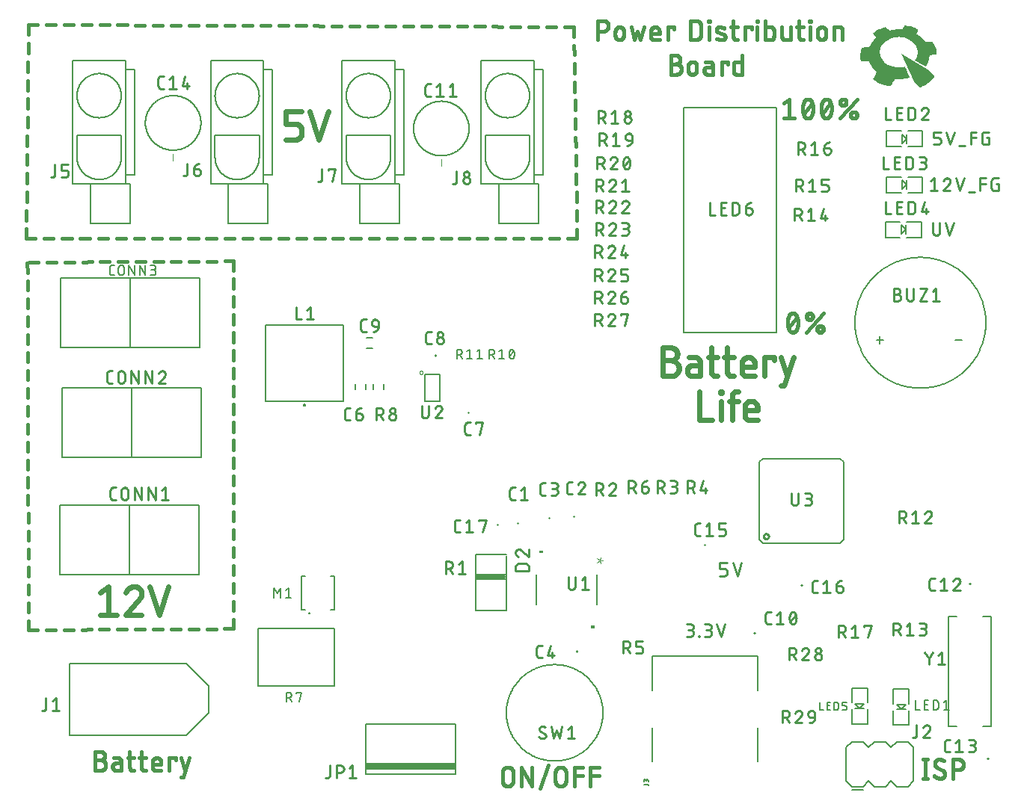
<source format=gbr>
G04 EAGLE Gerber RS-274X export*
G75*
%MOMM*%
%FSLAX34Y34*%
%LPD*%
%INSilkscreen Top*%
%IPPOS*%
%AMOC8*
5,1,8,0,0,1.08239X$1,22.5*%
G01*
%ADD10C,0.254000*%
%ADD11C,0.381000*%
%ADD12C,0.406400*%
%ADD13C,0.584200*%
%ADD14C,0.279400*%
%ADD15C,0.127000*%
%ADD16C,0.203200*%
%ADD17R,10.160000X0.635000*%
%ADD18C,0.152400*%
%ADD19C,0.076200*%
%ADD20C,0.000000*%
%ADD21C,0.101600*%

G36*
X985126Y805191D02*
X985126Y805191D01*
X985127Y805191D01*
X985256Y805212D01*
X985401Y805245D01*
X985546Y805285D01*
X985547Y805285D01*
X985631Y805312D01*
X985714Y805338D01*
X985715Y805338D01*
X985800Y805365D01*
X985883Y805391D01*
X985885Y805393D01*
X985886Y805393D01*
X987076Y807389D01*
X987671Y808386D01*
X988265Y809383D01*
X989473Y811402D01*
X990213Y812618D01*
X990596Y813215D01*
X990735Y813371D01*
X990820Y813366D01*
X990992Y813352D01*
X991221Y813332D01*
X991485Y813307D01*
X992861Y813211D01*
X994427Y813159D01*
X996038Y813156D01*
X997544Y813202D01*
X999433Y813347D01*
X999434Y813347D01*
X1001366Y813584D01*
X1003295Y813907D01*
X1005172Y814310D01*
X1005934Y814504D01*
X1006790Y814736D01*
X1007496Y814939D01*
X1007497Y814939D01*
X1007810Y815045D01*
X1007811Y815048D01*
X1007813Y815050D01*
X1007815Y815071D01*
X1007814Y815072D01*
X1007815Y815072D01*
X1007806Y815114D01*
X1007806Y815115D01*
X1007788Y815172D01*
X1007762Y815238D01*
X1007537Y815777D01*
X1006976Y817122D01*
X1006163Y819069D01*
X1005184Y821415D01*
X1004207Y823752D01*
X1003401Y825672D01*
X1002850Y826976D01*
X1002636Y827466D01*
X1002633Y827467D01*
X1002632Y827469D01*
X1002589Y827478D01*
X1002588Y827477D01*
X1002588Y827478D01*
X1002498Y827469D01*
X1002497Y827469D01*
X1002367Y827443D01*
X1002201Y827399D01*
X1001454Y827208D01*
X1000604Y827020D01*
X999724Y826852D01*
X998888Y826717D01*
X997317Y826555D01*
X997308Y826555D01*
X997186Y826550D01*
X997064Y826545D01*
X997063Y826545D01*
X996942Y826540D01*
X996941Y826540D01*
X996820Y826535D01*
X996819Y826535D01*
X996697Y826530D01*
X996575Y826525D01*
X996453Y826520D01*
X996452Y826520D01*
X996331Y826515D01*
X996330Y826515D01*
X996209Y826510D01*
X996208Y826510D01*
X996086Y826505D01*
X995964Y826500D01*
X995842Y826495D01*
X995841Y826495D01*
X995720Y826490D01*
X995719Y826490D01*
X995620Y826486D01*
X995344Y826490D01*
X995342Y826490D01*
X995004Y826495D01*
X995002Y826495D01*
X994664Y826500D01*
X994662Y826500D01*
X994324Y826505D01*
X994322Y826505D01*
X993984Y826510D01*
X993982Y826510D01*
X993909Y826511D01*
X993857Y826515D01*
X993791Y826520D01*
X993659Y826530D01*
X993592Y826535D01*
X993526Y826540D01*
X993460Y826545D01*
X993394Y826550D01*
X993327Y826555D01*
X993195Y826565D01*
X993129Y826570D01*
X993063Y826575D01*
X993062Y826575D01*
X992996Y826579D01*
X992930Y826584D01*
X992864Y826589D01*
X992798Y826594D01*
X992731Y826599D01*
X992599Y826609D01*
X992533Y826614D01*
X992466Y826619D01*
X992400Y826624D01*
X992334Y826629D01*
X992297Y826632D01*
X989134Y827185D01*
X986121Y828112D01*
X983305Y829395D01*
X980736Y831017D01*
X979580Y831938D01*
X978496Y832947D01*
X977512Y834015D01*
X976653Y835118D01*
X975131Y837730D01*
X974176Y840456D01*
X973795Y843269D01*
X973798Y843309D01*
X973800Y843343D01*
X973803Y843383D01*
X973808Y843458D01*
X973811Y843497D01*
X973813Y843532D01*
X973816Y843572D01*
X973819Y843607D01*
X973821Y843646D01*
X973821Y843647D01*
X973824Y843686D01*
X973827Y843721D01*
X973829Y843761D01*
X973832Y843796D01*
X973835Y843835D01*
X973837Y843875D01*
X973840Y843910D01*
X973843Y843950D01*
X973845Y843984D01*
X973848Y844024D01*
X973851Y844064D01*
X973853Y844099D01*
X973856Y844138D01*
X973858Y844173D01*
X973861Y844213D01*
X973864Y844253D01*
X973866Y844287D01*
X973869Y844327D01*
X973872Y844362D01*
X973874Y844402D01*
X973877Y844441D01*
X973877Y844442D01*
X973880Y844476D01*
X973882Y844516D01*
X973885Y844551D01*
X973888Y844591D01*
X973890Y844630D01*
X973893Y844665D01*
X973896Y844705D01*
X973898Y844740D01*
X973901Y844779D01*
X973904Y844819D01*
X973906Y844854D01*
X973909Y844894D01*
X973911Y844928D01*
X973914Y844968D01*
X973919Y845043D01*
X973922Y845082D01*
X973924Y845117D01*
X973927Y845157D01*
X973930Y845192D01*
X973932Y845231D01*
X973932Y845232D01*
X973935Y845271D01*
X973938Y845306D01*
X973940Y845346D01*
X973943Y845381D01*
X973946Y845420D01*
X973948Y845460D01*
X973951Y845495D01*
X973954Y845535D01*
X973956Y845569D01*
X973959Y845609D01*
X973962Y845649D01*
X973964Y845684D01*
X973967Y845723D01*
X973969Y845758D01*
X973972Y845798D01*
X973975Y845838D01*
X973977Y845872D01*
X973977Y845873D01*
X973980Y845912D01*
X973982Y845947D01*
X973983Y845947D01*
X973982Y845947D01*
X973985Y845987D01*
X973988Y846027D01*
X973990Y846061D01*
X973991Y846061D01*
X973990Y846061D01*
X973993Y846101D01*
X973996Y846136D01*
X973996Y846139D01*
X974204Y847133D01*
X974489Y848117D01*
X974853Y849100D01*
X975297Y850088D01*
X977705Y853691D01*
X981045Y856692D01*
X985169Y858988D01*
X989929Y860475D01*
X990866Y860651D01*
X991828Y860793D01*
X992842Y860904D01*
X993938Y860988D01*
X995867Y861019D01*
X997901Y860884D01*
X999959Y860592D01*
X1001959Y860152D01*
X1004647Y859272D01*
X1007180Y858097D01*
X1009497Y856661D01*
X1011535Y854996D01*
X1013519Y852814D01*
X1015037Y850442D01*
X1016079Y847898D01*
X1016636Y845205D01*
X1016677Y844607D01*
X1016694Y843848D01*
X1016687Y843080D01*
X1016686Y843066D01*
X1016684Y843027D01*
X1016683Y843002D01*
X1016681Y842962D01*
X1016679Y842922D01*
X1016677Y842897D01*
X1016675Y842858D01*
X1016673Y842818D01*
X1016672Y842793D01*
X1016670Y842753D01*
X1016666Y842689D01*
X1016664Y842649D01*
X1016663Y842624D01*
X1016661Y842584D01*
X1016659Y842545D01*
X1016658Y842520D01*
X1016657Y842520D01*
X1016658Y842520D01*
X1016655Y842480D01*
X1016654Y842455D01*
X1016650Y842430D01*
X1016649Y842425D01*
X1016649Y842420D01*
X1016648Y842420D01*
X1016649Y842420D01*
X1016648Y842416D01*
X1016648Y842415D01*
X1016647Y842411D01*
X1016647Y842410D01*
X1016646Y842406D01*
X1016645Y842401D01*
X1016640Y842366D01*
X1016639Y842361D01*
X1016638Y842356D01*
X1016637Y842351D01*
X1016636Y842346D01*
X1016636Y842341D01*
X1016635Y842336D01*
X1016629Y842301D01*
X1016628Y842296D01*
X1016627Y842291D01*
X1016627Y842286D01*
X1016626Y842281D01*
X1016625Y842276D01*
X1016619Y842242D01*
X1016619Y842237D01*
X1016618Y842232D01*
X1016617Y842227D01*
X1016616Y842222D01*
X1016615Y842217D01*
X1016614Y842212D01*
X1016609Y842177D01*
X1016608Y842172D01*
X1016607Y842167D01*
X1016606Y842162D01*
X1016606Y842157D01*
X1016605Y842152D01*
X1016604Y842147D01*
X1016598Y842112D01*
X1016597Y842107D01*
X1016597Y842102D01*
X1016596Y842098D01*
X1016596Y842097D01*
X1016595Y842093D01*
X1016595Y842092D01*
X1016594Y842088D01*
X1016589Y842053D01*
X1016588Y842048D01*
X1016587Y842043D01*
X1016586Y842038D01*
X1016585Y842033D01*
X1016585Y842028D01*
X1016584Y842028D01*
X1016585Y842028D01*
X1016584Y842023D01*
X1016578Y841988D01*
X1016577Y841983D01*
X1016576Y841978D01*
X1016576Y841973D01*
X1016575Y841968D01*
X1016574Y841963D01*
X1016573Y841958D01*
X1016568Y841924D01*
X1016567Y841924D01*
X1016567Y841919D01*
X1016566Y841914D01*
X1016565Y841909D01*
X1016564Y841904D01*
X1016563Y841899D01*
X1016558Y841864D01*
X1016557Y841859D01*
X1016556Y841854D01*
X1016555Y841849D01*
X1016555Y841844D01*
X1016554Y841839D01*
X1016553Y841834D01*
X1016547Y841799D01*
X1016546Y841794D01*
X1016546Y841789D01*
X1016545Y841784D01*
X1016544Y841780D01*
X1016544Y841779D01*
X1016543Y841775D01*
X1016543Y841774D01*
X1016542Y841770D01*
X1016537Y841735D01*
X1016536Y841730D01*
X1016535Y841725D01*
X1016534Y841720D01*
X1016533Y841715D01*
X1016533Y841710D01*
X1016526Y841670D01*
X1016525Y841665D01*
X1016525Y841660D01*
X1016524Y841655D01*
X1016523Y841650D01*
X1016522Y841645D01*
X1016516Y841611D01*
X1016516Y841606D01*
X1016515Y841601D01*
X1016514Y841596D01*
X1016513Y841591D01*
X1016512Y841586D01*
X1016512Y841581D01*
X1016506Y841546D01*
X1016505Y841541D01*
X1016504Y841536D01*
X1016504Y841531D01*
X1016503Y841531D01*
X1016504Y841531D01*
X1016503Y841526D01*
X1016502Y841521D01*
X1016495Y841481D01*
X1016495Y841476D01*
X1016494Y841471D01*
X1016493Y841466D01*
X1016492Y841462D01*
X1016492Y841461D01*
X1016491Y841457D01*
X1016491Y841456D01*
X1016486Y841422D01*
X1016485Y841417D01*
X1016484Y841412D01*
X1016483Y841407D01*
X1016482Y841402D01*
X1016482Y841397D01*
X1016481Y841392D01*
X1016475Y841357D01*
X1016474Y841352D01*
X1016474Y841347D01*
X1016473Y841342D01*
X1016472Y841337D01*
X1016471Y841332D01*
X1016470Y841327D01*
X1016465Y841293D01*
X1016464Y841288D01*
X1016463Y841283D01*
X1016462Y841278D01*
X1016461Y841273D01*
X1016461Y841268D01*
X1016455Y841233D01*
X1016454Y841228D01*
X1016453Y841223D01*
X1016452Y841218D01*
X1016452Y841213D01*
X1016451Y841208D01*
X1016450Y841203D01*
X1016444Y841168D01*
X1016444Y841163D01*
X1016443Y841158D01*
X1016442Y841153D01*
X1016441Y841148D01*
X1016440Y841144D01*
X1016440Y841143D01*
X1016440Y841139D01*
X1016439Y841139D01*
X1016440Y841138D01*
X1016434Y841104D01*
X1016433Y841099D01*
X1016432Y841094D01*
X1016431Y841089D01*
X1016431Y841084D01*
X1016430Y841079D01*
X1016424Y841044D01*
X1016423Y841039D01*
X1016423Y841034D01*
X1016422Y841034D01*
X1016423Y841034D01*
X1016422Y841029D01*
X1016421Y841024D01*
X1016420Y841019D01*
X1016419Y841014D01*
X1016414Y840980D01*
X1016414Y840979D01*
X1016413Y840975D01*
X1016412Y840970D01*
X1016411Y840965D01*
X1016410Y840960D01*
X1016410Y840955D01*
X1016409Y840950D01*
X1016403Y840915D01*
X1016402Y840910D01*
X1016401Y840905D01*
X1016401Y840900D01*
X1016400Y840895D01*
X1016399Y840890D01*
X1016393Y840855D01*
X1016393Y840850D01*
X1016392Y840845D01*
X1016391Y840840D01*
X1016390Y840835D01*
X1016389Y840830D01*
X1016388Y840826D01*
X1016388Y840825D01*
X1016383Y840791D01*
X1016382Y840786D01*
X1016381Y840781D01*
X1016380Y840776D01*
X1016380Y840771D01*
X1016379Y840766D01*
X1016378Y840761D01*
X1016372Y840726D01*
X1016371Y840721D01*
X1016371Y840716D01*
X1016370Y840711D01*
X1016369Y840706D01*
X1016368Y840701D01*
X1016363Y840667D01*
X1016363Y840666D01*
X1016362Y840662D01*
X1016362Y840661D01*
X1016361Y840657D01*
X1016360Y840652D01*
X1016359Y840647D01*
X1016359Y840642D01*
X1016358Y840642D01*
X1016359Y840642D01*
X1016358Y840637D01*
X1016352Y840602D01*
X1016351Y840597D01*
X1016350Y840592D01*
X1016350Y840587D01*
X1016349Y840582D01*
X1016348Y840578D01*
X1015784Y838732D01*
X1014972Y836940D01*
X1013921Y835229D01*
X1013753Y834984D01*
X1013657Y834827D01*
X1013657Y834826D01*
X1013656Y834826D01*
X1013620Y834735D01*
X1013621Y834734D01*
X1013620Y834734D01*
X1013621Y834733D01*
X1013620Y834732D01*
X1013634Y834686D01*
X1013636Y834684D01*
X1013636Y834683D01*
X1014133Y834390D01*
X1014134Y834390D01*
X1015447Y833633D01*
X1017377Y832525D01*
X1019723Y831182D01*
X1021232Y830319D01*
X1022739Y829457D01*
X1025755Y827733D01*
X1025756Y827733D01*
X1025757Y827732D01*
X1025759Y827734D01*
X1025760Y827734D01*
X1025761Y827734D01*
X1025781Y827758D01*
X1025801Y827783D01*
X1025821Y827807D01*
X1025841Y827832D01*
X1026075Y828180D01*
X1026451Y828789D01*
X1026860Y829478D01*
X1026860Y829479D01*
X1027193Y830069D01*
X1027656Y830985D01*
X1027657Y830985D01*
X1028118Y831986D01*
X1028525Y832954D01*
X1028825Y833769D01*
X1028825Y833770D01*
X1029102Y834657D01*
X1029339Y835498D01*
X1029536Y836296D01*
X1029697Y837056D01*
X1029697Y837058D01*
X1029700Y837073D01*
X1029702Y837088D01*
X1029705Y837103D01*
X1029707Y837118D01*
X1029708Y837122D01*
X1029708Y837123D01*
X1029710Y837132D01*
X1029711Y837137D01*
X1029712Y837147D01*
X1029713Y837152D01*
X1029715Y837162D01*
X1029716Y837167D01*
X1029717Y837177D01*
X1029718Y837182D01*
X1029720Y837192D01*
X1029721Y837197D01*
X1029723Y837212D01*
X1029726Y837227D01*
X1029728Y837242D01*
X1029731Y837257D01*
X1029733Y837272D01*
X1029736Y837286D01*
X1029736Y837287D01*
X1029738Y837301D01*
X1029739Y837306D01*
X1029741Y837316D01*
X1029741Y837321D01*
X1029743Y837331D01*
X1029744Y837336D01*
X1029746Y837346D01*
X1029746Y837351D01*
X1029748Y837361D01*
X1029749Y837366D01*
X1029751Y837376D01*
X1029751Y837381D01*
X1029754Y837396D01*
X1029756Y837411D01*
X1029759Y837426D01*
X1029761Y837440D01*
X1029761Y837441D01*
X1029764Y837455D01*
X1029766Y837470D01*
X1029767Y837475D01*
X1029769Y837485D01*
X1029770Y837490D01*
X1029771Y837500D01*
X1029772Y837505D01*
X1029774Y837515D01*
X1029775Y837520D01*
X1029776Y837530D01*
X1029777Y837535D01*
X1029779Y837545D01*
X1029780Y837550D01*
X1029782Y837565D01*
X1029785Y837580D01*
X1029787Y837595D01*
X1029790Y837609D01*
X1029792Y837624D01*
X1029795Y837639D01*
X1029797Y837654D01*
X1029798Y837658D01*
X1029901Y838370D01*
X1029903Y838390D01*
X1029904Y838394D01*
X1029904Y838395D01*
X1029906Y838409D01*
X1029906Y838414D01*
X1029907Y838419D01*
X1029909Y838434D01*
X1029910Y838439D01*
X1029912Y838459D01*
X1029913Y838464D01*
X1029915Y838484D01*
X1029916Y838489D01*
X1029918Y838504D01*
X1029918Y838509D01*
X1029919Y838514D01*
X1029921Y838529D01*
X1029921Y838534D01*
X1029924Y838553D01*
X1029924Y838554D01*
X1029924Y838558D01*
X1029924Y838559D01*
X1029927Y838578D01*
X1029927Y838583D01*
X1029929Y838598D01*
X1029930Y838603D01*
X1029931Y838608D01*
X1029932Y838623D01*
X1029933Y838628D01*
X1029935Y838648D01*
X1029936Y838648D01*
X1029935Y838648D01*
X1029936Y838653D01*
X1029939Y838673D01*
X1029939Y838678D01*
X1029941Y838693D01*
X1029942Y838698D01*
X1029942Y838703D01*
X1029944Y838717D01*
X1029944Y838718D01*
X1029945Y838722D01*
X1029947Y838742D01*
X1029948Y838747D01*
X1029950Y838767D01*
X1029951Y838772D01*
X1029953Y838787D01*
X1029953Y838792D01*
X1029954Y838797D01*
X1029956Y838812D01*
X1029957Y838817D01*
X1029959Y838837D01*
X1029960Y838842D01*
X1029962Y838862D01*
X1029963Y838867D01*
X1029965Y838881D01*
X1029965Y838886D01*
X1029966Y838891D01*
X1029968Y838906D01*
X1029968Y838911D01*
X1029969Y838916D01*
X1029971Y838931D01*
X1029971Y838936D01*
X1029974Y838956D01*
X1029974Y838961D01*
X1029976Y838976D01*
X1029977Y838981D01*
X1029978Y838986D01*
X1029979Y839001D01*
X1029980Y839006D01*
X1029981Y839011D01*
X1029982Y839026D01*
X1029983Y839026D01*
X1029982Y839026D01*
X1029983Y839030D01*
X1029983Y839031D01*
X1029986Y839050D01*
X1029986Y839055D01*
X1029988Y839069D01*
X1029988Y839070D01*
X1030042Y839630D01*
X1030044Y839652D01*
X1030047Y839686D01*
X1030050Y839721D01*
X1030061Y839855D01*
X1030062Y839860D01*
X1030063Y839870D01*
X1030064Y839870D01*
X1030063Y839870D01*
X1030065Y839880D01*
X1030067Y839890D01*
X1030068Y839900D01*
X1030069Y839905D01*
X1030070Y839910D01*
X1030071Y839915D01*
X1030071Y839920D01*
X1030072Y839925D01*
X1030073Y839930D01*
X1030074Y839935D01*
X1030075Y839940D01*
X1030075Y839945D01*
X1030076Y839950D01*
X1030077Y839955D01*
X1030078Y839960D01*
X1030079Y839965D01*
X1030079Y839970D01*
X1030080Y839975D01*
X1030081Y839980D01*
X1030082Y839984D01*
X1030113Y840049D01*
X1030160Y840078D01*
X1030482Y840139D01*
X1031295Y840279D01*
X1032474Y840479D01*
X1033898Y840716D01*
X1035334Y840955D01*
X1036546Y841157D01*
X1037408Y841302D01*
X1037791Y841368D01*
X1037930Y841399D01*
X1037931Y841400D01*
X1037931Y841399D01*
X1038021Y841440D01*
X1038022Y841442D01*
X1038023Y841442D01*
X1038093Y841513D01*
X1038173Y841635D01*
X1038207Y841690D01*
X1038240Y841745D01*
X1038274Y841799D01*
X1038308Y841854D01*
X1038308Y841856D01*
X1038309Y841857D01*
X1038302Y842048D01*
X1038294Y842240D01*
X1038288Y842432D01*
X1038281Y842623D01*
X1038094Y844774D01*
X1038094Y844775D01*
X1037695Y846877D01*
X1037084Y848937D01*
X1037083Y848938D01*
X1037084Y848938D01*
X1036258Y850965D01*
X1036257Y850965D01*
X1035763Y851968D01*
X1035219Y852963D01*
X1035219Y852964D01*
X1034638Y853926D01*
X1034035Y854831D01*
X1033767Y855207D01*
X1033591Y855430D01*
X1033590Y855430D01*
X1033590Y855431D01*
X1033444Y855569D01*
X1033270Y855689D01*
X1033158Y855761D01*
X1033103Y855797D01*
X1033047Y855833D01*
X1033045Y855833D01*
X1033044Y855834D01*
X1032899Y855831D01*
X1032898Y855831D01*
X1032898Y855830D01*
X1032692Y855826D01*
X1032690Y855826D01*
X1032484Y855821D01*
X1032483Y855821D01*
X1032277Y855816D01*
X1032276Y855816D01*
X1032209Y855814D01*
X1032076Y855811D01*
X1032075Y855811D01*
X1031878Y855806D01*
X1031877Y855806D01*
X1031681Y855801D01*
X1031680Y855801D01*
X1031483Y855796D01*
X1031482Y855796D01*
X1031286Y855791D01*
X1031285Y855791D01*
X1031088Y855786D01*
X1031087Y855786D01*
X1030891Y855781D01*
X1030889Y855781D01*
X1030693Y855776D01*
X1030692Y855776D01*
X1030539Y855772D01*
X1030495Y855771D01*
X1030494Y855771D01*
X1030298Y855766D01*
X1030297Y855766D01*
X1030101Y855761D01*
X1030100Y855761D01*
X1029903Y855756D01*
X1029902Y855756D01*
X1029706Y855751D01*
X1029705Y855751D01*
X1029511Y855746D01*
X1029510Y855746D01*
X1029315Y855741D01*
X1029314Y855741D01*
X1029120Y855736D01*
X1029119Y855736D01*
X1028925Y855731D01*
X1028923Y855731D01*
X1028729Y855726D01*
X1028728Y855726D01*
X1028534Y855721D01*
X1028533Y855721D01*
X1028368Y855717D01*
X1028340Y855716D01*
X1028339Y855716D01*
X1028158Y855711D01*
X1028157Y855711D01*
X1027976Y855706D01*
X1027975Y855706D01*
X1027794Y855701D01*
X1027793Y855701D01*
X1027612Y855696D01*
X1027611Y855696D01*
X1027431Y855691D01*
X1027429Y855691D01*
X1027249Y855686D01*
X1027248Y855686D01*
X1027247Y855686D01*
X1027196Y855685D01*
X1027076Y855681D01*
X1026908Y855676D01*
X1026741Y855672D01*
X1026740Y855672D01*
X1026740Y855671D01*
X1026573Y855667D01*
X1026572Y855667D01*
X1026405Y855662D01*
X1026404Y855662D01*
X1026317Y855659D01*
X1026248Y855657D01*
X1026247Y855657D01*
X1026104Y855652D01*
X1025961Y855647D01*
X1025960Y855647D01*
X1025854Y855643D01*
X1025830Y855642D01*
X1025739Y855637D01*
X1025726Y855636D01*
X1025636Y855632D01*
X1025635Y855632D01*
X1025598Y855630D01*
X1025539Y855627D01*
X1025470Y855623D01*
X1025445Y855622D01*
X1025344Y855617D01*
X1025208Y855792D01*
X1025071Y855970D01*
X1024933Y856147D01*
X1024795Y856325D01*
X1022927Y858501D01*
X1022926Y858501D01*
X1022926Y858502D01*
X1020820Y860531D01*
X1018516Y862378D01*
X1016055Y864005D01*
X1015861Y864125D01*
X1015701Y864232D01*
X1015593Y864313D01*
X1015555Y864354D01*
X1015565Y864399D01*
X1015593Y864490D01*
X1015635Y864614D01*
X1015686Y864755D01*
X1015761Y864963D01*
X1015872Y865268D01*
X1016002Y865629D01*
X1016137Y866005D01*
X1016295Y866446D01*
X1016489Y866985D01*
X1016694Y867554D01*
X1016886Y868085D01*
X1016993Y868380D01*
X1017100Y868677D01*
X1017314Y869269D01*
X1017313Y869270D01*
X1017314Y869270D01*
X1017313Y869272D01*
X1017313Y869274D01*
X1017275Y869321D01*
X1017236Y869367D01*
X1017198Y869415D01*
X1017159Y869462D01*
X1017054Y869570D01*
X1017053Y869571D01*
X1016903Y869682D01*
X1016679Y869816D01*
X1016678Y869816D01*
X1016352Y869991D01*
X1015122Y870591D01*
X1015122Y870592D01*
X1013737Y871203D01*
X1012388Y871744D01*
X1011264Y872136D01*
X1011263Y872136D01*
X1011125Y872179D01*
X1010938Y872237D01*
X1010728Y872302D01*
X1010517Y872368D01*
X1010516Y872368D01*
X1008818Y872851D01*
X1007021Y873264D01*
X1005138Y873603D01*
X1003185Y873865D01*
X1002842Y873901D01*
X1002841Y873901D01*
X1002827Y873902D01*
X1002744Y873907D01*
X1002661Y873912D01*
X1002607Y873915D01*
X1002498Y873912D01*
X1002437Y873910D01*
X1002436Y873910D01*
X1002287Y873885D01*
X1002188Y873860D01*
X1002187Y873860D01*
X1002094Y873829D01*
X1002094Y873828D01*
X1002094Y873829D01*
X1002020Y873798D01*
X1002020Y873797D01*
X1002019Y873797D01*
X1001972Y873769D01*
X1001972Y873768D01*
X1001971Y873768D01*
X1001819Y873575D01*
X1001459Y873096D01*
X1000944Y872404D01*
X1000328Y871570D01*
X999935Y871037D01*
X999149Y869969D01*
X998758Y869438D01*
X998726Y869440D01*
X998725Y869440D01*
X998670Y869443D01*
X998646Y869445D01*
X998581Y869450D01*
X998516Y869455D01*
X998488Y869457D01*
X998446Y869460D01*
X998398Y869463D01*
X998362Y869465D01*
X998261Y869470D01*
X998160Y869475D01*
X998159Y869475D01*
X998058Y869480D01*
X997957Y869485D01*
X997856Y869490D01*
X997855Y869490D01*
X997754Y869495D01*
X997653Y869500D01*
X997552Y869504D01*
X997552Y869505D01*
X997551Y869505D01*
X997451Y869509D01*
X997450Y869509D01*
X997349Y869514D01*
X997248Y869519D01*
X997147Y869524D01*
X997146Y869524D01*
X997045Y869529D01*
X996944Y869534D01*
X996843Y869539D01*
X996842Y869539D01*
X996828Y869540D01*
X996564Y869544D01*
X996562Y869544D01*
X996255Y869549D01*
X996254Y869549D01*
X995947Y869554D01*
X995945Y869554D01*
X995638Y869559D01*
X995636Y869559D01*
X995330Y869564D01*
X995328Y869564D01*
X995151Y869567D01*
X994950Y869564D01*
X994948Y869564D01*
X994600Y869559D01*
X994598Y869559D01*
X994597Y869559D01*
X994249Y869554D01*
X994247Y869554D01*
X993898Y869549D01*
X993896Y869549D01*
X993548Y869544D01*
X993546Y869544D01*
X993528Y869544D01*
X993439Y869539D01*
X993345Y869534D01*
X993344Y869534D01*
X993250Y869529D01*
X993156Y869524D01*
X993062Y869519D01*
X992968Y869514D01*
X992967Y869514D01*
X992874Y869509D01*
X992873Y869509D01*
X992779Y869505D01*
X992779Y869504D01*
X992685Y869500D01*
X992591Y869495D01*
X992497Y869490D01*
X992496Y869490D01*
X992403Y869485D01*
X992402Y869485D01*
X992308Y869480D01*
X992214Y869475D01*
X992125Y869470D01*
X990494Y869313D01*
X990493Y869313D01*
X988901Y869104D01*
X987367Y868848D01*
X985912Y868546D01*
X985609Y868476D01*
X985348Y868416D01*
X985156Y868372D01*
X985065Y868351D01*
X984892Y868449D01*
X984304Y868921D01*
X983032Y869996D01*
X980803Y871898D01*
X980659Y872015D01*
X980549Y872082D01*
X980548Y872082D01*
X980547Y872083D01*
X980431Y872118D01*
X980270Y872137D01*
X980269Y872137D01*
X980242Y872138D01*
X980101Y872143D01*
X980100Y872143D01*
X980098Y872143D01*
X979917Y872125D01*
X979916Y872125D01*
X979670Y872072D01*
X979303Y871975D01*
X977551Y871459D01*
X977550Y871459D01*
X975923Y870891D01*
X974331Y870239D01*
X974331Y870238D01*
X974331Y870239D01*
X972688Y869469D01*
X972688Y869468D01*
X971179Y868682D01*
X971178Y868682D01*
X969798Y867872D01*
X968488Y867003D01*
X967190Y866038D01*
X966872Y865784D01*
X966662Y865602D01*
X966662Y865601D01*
X966661Y865601D01*
X966531Y865462D01*
X966454Y865342D01*
X966454Y865341D01*
X966428Y865290D01*
X966403Y865240D01*
X966377Y865190D01*
X966352Y865140D01*
X966352Y865138D01*
X966352Y865137D01*
X966352Y865135D01*
X966749Y864568D01*
X967146Y864003D01*
X967940Y862871D01*
X968561Y861986D01*
X969075Y861252D01*
X969430Y860744D01*
X969571Y860542D01*
X969577Y860499D01*
X969537Y860433D01*
X969440Y860331D01*
X969274Y860179D01*
X968683Y859620D01*
X968682Y859620D01*
X967927Y858858D01*
X967927Y858857D01*
X967176Y858068D01*
X966597Y857421D01*
X965280Y855757D01*
X964131Y854069D01*
X964131Y854068D01*
X963143Y852346D01*
X962312Y850585D01*
X962311Y850585D01*
X962235Y850408D01*
X962169Y850259D01*
X962118Y850153D01*
X962092Y850108D01*
X961766Y850049D01*
X960894Y849909D01*
X959612Y849711D01*
X958053Y849475D01*
X957051Y849324D01*
X956048Y849174D01*
X955046Y849023D01*
X954044Y848873D01*
X954043Y848872D01*
X954042Y848872D01*
X953984Y848821D01*
X953925Y848771D01*
X953809Y848669D01*
X953673Y848542D01*
X953673Y848541D01*
X953672Y848541D01*
X953572Y848404D01*
X953572Y848403D01*
X953470Y848188D01*
X953469Y848188D01*
X953326Y847829D01*
X952672Y845930D01*
X952672Y845929D01*
X952199Y844049D01*
X951901Y842155D01*
X951901Y842154D01*
X951901Y842147D01*
X951893Y842033D01*
X951892Y842018D01*
X951884Y841904D01*
X951883Y841889D01*
X951882Y841874D01*
X951875Y841760D01*
X951874Y841745D01*
X951873Y841730D01*
X951866Y841630D01*
X951865Y841616D01*
X951865Y841615D01*
X951864Y841601D01*
X951856Y841486D01*
X951855Y841471D01*
X951854Y841457D01*
X951854Y841456D01*
X951847Y841342D01*
X951846Y841327D01*
X951838Y841213D01*
X951837Y841198D01*
X951836Y841183D01*
X951828Y841069D01*
X951827Y841054D01*
X951820Y840940D01*
X951819Y840925D01*
X951818Y840910D01*
X951810Y840796D01*
X951809Y840781D01*
X951808Y840766D01*
X951801Y840666D01*
X951800Y840652D01*
X951799Y840637D01*
X951792Y840522D01*
X951791Y840508D01*
X951791Y840507D01*
X951790Y840493D01*
X951782Y840378D01*
X951781Y840363D01*
X951773Y840249D01*
X951772Y840234D01*
X951771Y840219D01*
X951771Y840214D01*
X951783Y838844D01*
X951884Y837484D01*
X951884Y837483D01*
X952077Y836128D01*
X952361Y834773D01*
X952510Y834179D01*
X952616Y833840D01*
X952617Y833839D01*
X952723Y833652D01*
X952724Y833651D01*
X952724Y833650D01*
X952871Y833509D01*
X952924Y833465D01*
X952976Y833421D01*
X953082Y833333D01*
X953084Y833333D01*
X953085Y833332D01*
X953466Y833343D01*
X953847Y833355D01*
X954229Y833367D01*
X954610Y833378D01*
X955393Y833401D01*
X956396Y833430D01*
X957490Y833460D01*
X958546Y833488D01*
X959513Y833514D01*
X960363Y833540D01*
X961004Y833561D01*
X961345Y833575D01*
X961443Y833581D01*
X961540Y833588D01*
X961731Y833600D01*
X961773Y833483D01*
X962746Y831188D01*
X962747Y831188D01*
X963934Y828987D01*
X963934Y828986D01*
X965329Y826892D01*
X966924Y824915D01*
X967638Y824149D01*
X967638Y824148D01*
X968500Y823287D01*
X968501Y823287D01*
X969406Y822434D01*
X970242Y821696D01*
X970101Y821373D01*
X969690Y820505D01*
X969072Y819228D01*
X968311Y817673D01*
X967820Y816673D01*
X967328Y815673D01*
X966837Y814674D01*
X966345Y813674D01*
X966345Y813672D01*
X966345Y813671D01*
X966344Y813670D01*
X966367Y813609D01*
X966389Y813548D01*
X966435Y813426D01*
X966475Y813324D01*
X966517Y813226D01*
X966518Y813226D01*
X966557Y813143D01*
X966588Y813087D01*
X966589Y813086D01*
X966589Y813085D01*
X966870Y812822D01*
X967460Y812344D01*
X968195Y811778D01*
X968911Y811254D01*
X972254Y809190D01*
X972255Y809190D01*
X972255Y809189D01*
X975874Y807511D01*
X975874Y807512D01*
X975874Y807511D01*
X979746Y806228D01*
X979747Y806228D01*
X983847Y805350D01*
X984250Y805288D01*
X984608Y805235D01*
X984880Y805199D01*
X984881Y805199D01*
X985030Y805184D01*
X985126Y805191D01*
G37*
G36*
X1019935Y803906D02*
X1019935Y803906D01*
X1019935Y803905D01*
X1020050Y803935D01*
X1020051Y803935D01*
X1020295Y804019D01*
X1020631Y804146D01*
X1021024Y804302D01*
X1021024Y804303D01*
X1025136Y806291D01*
X1025137Y806291D01*
X1028814Y808734D01*
X1032021Y811604D01*
X1032021Y811605D01*
X1032022Y811605D01*
X1034725Y814875D01*
X1034975Y815231D01*
X1035100Y815410D01*
X1035226Y815588D01*
X1035226Y815590D01*
X1035227Y815591D01*
X1035229Y815626D01*
X1035231Y815660D01*
X1035232Y815674D01*
X1035238Y815745D01*
X1035239Y815757D01*
X1035241Y815790D01*
X1035244Y815840D01*
X1035250Y815923D01*
X1035257Y816007D01*
X1035259Y816038D01*
X1035262Y816090D01*
X1035268Y816173D01*
X1035269Y816192D01*
X1035271Y816227D01*
X1035273Y816256D01*
X1035272Y816258D01*
X1035272Y816259D01*
X1029280Y823299D01*
X1029279Y823299D01*
X1029279Y823300D01*
X998364Y841852D01*
X998362Y841852D01*
X998361Y841853D01*
X998322Y841855D01*
X998321Y841854D01*
X998321Y841855D01*
X998320Y841853D01*
X998317Y841851D01*
X998318Y841850D01*
X998317Y841848D01*
X1012271Y810964D01*
X1012273Y810963D01*
X1012272Y810962D01*
X1019251Y803971D01*
X1019254Y803971D01*
X1019255Y803970D01*
X1019400Y803956D01*
X1019472Y803948D01*
X1019473Y803948D01*
X1019546Y803941D01*
X1019667Y803929D01*
X1019780Y803918D01*
X1019874Y803910D01*
X1019934Y803905D01*
X1019935Y803906D01*
G37*
G36*
X592417Y275973D02*
X592417Y275973D01*
X592419Y275972D01*
X592462Y275992D01*
X592506Y276010D01*
X592507Y276012D01*
X592508Y276013D01*
X592541Y276098D01*
X592541Y278638D01*
X592540Y278640D01*
X592541Y278642D01*
X592521Y278685D01*
X592503Y278729D01*
X592501Y278729D01*
X592500Y278731D01*
X592415Y278764D01*
X588605Y278764D01*
X588603Y278763D01*
X588601Y278764D01*
X588558Y278744D01*
X588514Y278726D01*
X588514Y278724D01*
X588512Y278723D01*
X588479Y278638D01*
X588479Y276098D01*
X588480Y276096D01*
X588479Y276094D01*
X588499Y276051D01*
X588517Y276007D01*
X588519Y276007D01*
X588520Y276005D01*
X588605Y275972D01*
X592415Y275972D01*
X592417Y275973D01*
G37*
G36*
X650917Y191137D02*
X650917Y191137D01*
X650919Y191136D01*
X650962Y191156D01*
X651006Y191174D01*
X651006Y191176D01*
X651008Y191177D01*
X651041Y191262D01*
X651041Y193802D01*
X651040Y193804D01*
X651041Y193806D01*
X651021Y193849D01*
X651003Y193893D01*
X651001Y193893D01*
X651000Y193895D01*
X650915Y193928D01*
X647105Y193928D01*
X647103Y193927D01*
X647101Y193928D01*
X647058Y193908D01*
X647014Y193890D01*
X647014Y193888D01*
X647012Y193887D01*
X646979Y193802D01*
X646979Y191262D01*
X646980Y191260D01*
X646979Y191258D01*
X646999Y191215D01*
X647017Y191171D01*
X647019Y191171D01*
X647020Y191169D01*
X647105Y191136D01*
X650915Y191136D01*
X650917Y191137D01*
G37*
D10*
X30057Y111760D02*
X30057Y100894D01*
X30056Y100894D02*
X30054Y100783D01*
X30048Y100673D01*
X30038Y100562D01*
X30024Y100452D01*
X30007Y100343D01*
X29985Y100234D01*
X29960Y100126D01*
X29930Y100020D01*
X29897Y99914D01*
X29860Y99809D01*
X29820Y99706D01*
X29775Y99605D01*
X29728Y99505D01*
X29676Y99406D01*
X29621Y99310D01*
X29563Y99216D01*
X29502Y99124D01*
X29437Y99034D01*
X29369Y98946D01*
X29298Y98861D01*
X29224Y98779D01*
X29147Y98699D01*
X29067Y98622D01*
X28985Y98548D01*
X28900Y98477D01*
X28812Y98409D01*
X28722Y98344D01*
X28630Y98283D01*
X28536Y98225D01*
X28440Y98170D01*
X28341Y98118D01*
X28241Y98071D01*
X28140Y98026D01*
X28037Y97986D01*
X27932Y97949D01*
X27826Y97916D01*
X27720Y97886D01*
X27612Y97861D01*
X27503Y97839D01*
X27394Y97822D01*
X27284Y97808D01*
X27173Y97798D01*
X27063Y97792D01*
X26952Y97790D01*
X25400Y97790D01*
X37376Y108656D02*
X41256Y111760D01*
X41256Y97790D01*
X37376Y97790D02*
X45137Y97790D01*
X40217Y705414D02*
X40217Y716280D01*
X40216Y705414D02*
X40214Y705303D01*
X40208Y705193D01*
X40198Y705082D01*
X40184Y704972D01*
X40167Y704863D01*
X40145Y704754D01*
X40120Y704646D01*
X40090Y704540D01*
X40057Y704434D01*
X40020Y704329D01*
X39980Y704226D01*
X39935Y704125D01*
X39888Y704025D01*
X39836Y703926D01*
X39781Y703830D01*
X39723Y703736D01*
X39662Y703644D01*
X39597Y703554D01*
X39529Y703466D01*
X39458Y703381D01*
X39384Y703299D01*
X39307Y703219D01*
X39227Y703142D01*
X39145Y703068D01*
X39060Y702997D01*
X38972Y702929D01*
X38882Y702864D01*
X38790Y702803D01*
X38696Y702745D01*
X38600Y702690D01*
X38501Y702638D01*
X38401Y702591D01*
X38300Y702546D01*
X38197Y702506D01*
X38092Y702469D01*
X37986Y702436D01*
X37880Y702406D01*
X37772Y702381D01*
X37663Y702359D01*
X37554Y702342D01*
X37444Y702328D01*
X37333Y702318D01*
X37223Y702312D01*
X37112Y702310D01*
X35560Y702310D01*
X47536Y702310D02*
X52192Y702310D01*
X52303Y702312D01*
X52413Y702318D01*
X52524Y702328D01*
X52634Y702342D01*
X52743Y702359D01*
X52852Y702381D01*
X52960Y702406D01*
X53066Y702436D01*
X53172Y702469D01*
X53277Y702506D01*
X53380Y702546D01*
X53481Y702591D01*
X53581Y702638D01*
X53680Y702690D01*
X53776Y702745D01*
X53870Y702803D01*
X53962Y702864D01*
X54052Y702929D01*
X54140Y702997D01*
X54225Y703068D01*
X54307Y703142D01*
X54387Y703219D01*
X54464Y703299D01*
X54538Y703381D01*
X54609Y703466D01*
X54677Y703554D01*
X54742Y703644D01*
X54803Y703736D01*
X54861Y703830D01*
X54916Y703926D01*
X54968Y704025D01*
X55015Y704125D01*
X55060Y704226D01*
X55100Y704329D01*
X55137Y704434D01*
X55170Y704540D01*
X55200Y704646D01*
X55225Y704754D01*
X55247Y704863D01*
X55264Y704972D01*
X55278Y705082D01*
X55288Y705193D01*
X55294Y705303D01*
X55296Y705414D01*
X55297Y705414D02*
X55297Y706967D01*
X55296Y706967D02*
X55294Y707078D01*
X55288Y707188D01*
X55278Y707299D01*
X55264Y707409D01*
X55247Y707518D01*
X55225Y707627D01*
X55200Y707735D01*
X55170Y707841D01*
X55137Y707947D01*
X55100Y708052D01*
X55060Y708155D01*
X55015Y708256D01*
X54968Y708356D01*
X54916Y708455D01*
X54861Y708551D01*
X54803Y708645D01*
X54742Y708737D01*
X54677Y708827D01*
X54609Y708915D01*
X54538Y709000D01*
X54464Y709082D01*
X54387Y709162D01*
X54307Y709239D01*
X54225Y709313D01*
X54140Y709384D01*
X54052Y709452D01*
X53962Y709517D01*
X53870Y709578D01*
X53776Y709636D01*
X53680Y709691D01*
X53581Y709743D01*
X53481Y709790D01*
X53380Y709835D01*
X53277Y709875D01*
X53172Y709912D01*
X53066Y709945D01*
X52960Y709975D01*
X52852Y710000D01*
X52743Y710022D01*
X52634Y710039D01*
X52524Y710053D01*
X52413Y710063D01*
X52303Y710069D01*
X52192Y710071D01*
X47536Y710071D01*
X47536Y716280D01*
X55297Y716280D01*
X190077Y717550D02*
X190077Y706684D01*
X190076Y706684D02*
X190074Y706573D01*
X190068Y706463D01*
X190058Y706352D01*
X190044Y706242D01*
X190027Y706133D01*
X190005Y706024D01*
X189980Y705916D01*
X189950Y705810D01*
X189917Y705704D01*
X189880Y705599D01*
X189840Y705496D01*
X189795Y705395D01*
X189748Y705295D01*
X189696Y705196D01*
X189641Y705100D01*
X189583Y705006D01*
X189522Y704914D01*
X189457Y704824D01*
X189389Y704736D01*
X189318Y704651D01*
X189244Y704569D01*
X189167Y704489D01*
X189087Y704412D01*
X189005Y704338D01*
X188920Y704267D01*
X188832Y704199D01*
X188742Y704134D01*
X188650Y704073D01*
X188556Y704015D01*
X188460Y703960D01*
X188361Y703908D01*
X188261Y703861D01*
X188160Y703816D01*
X188057Y703776D01*
X187952Y703739D01*
X187846Y703706D01*
X187740Y703676D01*
X187632Y703651D01*
X187523Y703629D01*
X187414Y703612D01*
X187304Y703598D01*
X187193Y703588D01*
X187083Y703582D01*
X186972Y703580D01*
X185420Y703580D01*
X197396Y711341D02*
X202052Y711341D01*
X202163Y711339D01*
X202273Y711333D01*
X202384Y711323D01*
X202494Y711309D01*
X202603Y711292D01*
X202712Y711270D01*
X202820Y711245D01*
X202926Y711215D01*
X203032Y711182D01*
X203137Y711145D01*
X203240Y711105D01*
X203341Y711060D01*
X203441Y711013D01*
X203540Y710961D01*
X203636Y710906D01*
X203730Y710848D01*
X203822Y710787D01*
X203912Y710722D01*
X204000Y710654D01*
X204085Y710583D01*
X204167Y710509D01*
X204247Y710432D01*
X204324Y710352D01*
X204398Y710270D01*
X204469Y710185D01*
X204537Y710097D01*
X204602Y710007D01*
X204663Y709915D01*
X204721Y709821D01*
X204776Y709725D01*
X204828Y709626D01*
X204875Y709526D01*
X204920Y709425D01*
X204960Y709322D01*
X204997Y709217D01*
X205030Y709111D01*
X205060Y709005D01*
X205085Y708897D01*
X205107Y708788D01*
X205124Y708679D01*
X205138Y708569D01*
X205148Y708458D01*
X205154Y708348D01*
X205156Y708237D01*
X205157Y708237D02*
X205157Y707461D01*
X205155Y707338D01*
X205149Y707215D01*
X205139Y707092D01*
X205126Y706970D01*
X205108Y706848D01*
X205087Y706727D01*
X205062Y706606D01*
X205033Y706486D01*
X205000Y706368D01*
X204963Y706250D01*
X204923Y706134D01*
X204879Y706019D01*
X204831Y705905D01*
X204780Y705793D01*
X204726Y705683D01*
X204667Y705574D01*
X204606Y705467D01*
X204541Y705363D01*
X204473Y705260D01*
X204401Y705160D01*
X204327Y705062D01*
X204249Y704966D01*
X204168Y704873D01*
X204085Y704783D01*
X203998Y704695D01*
X203909Y704610D01*
X203818Y704528D01*
X203723Y704449D01*
X203626Y704373D01*
X203527Y704300D01*
X203426Y704230D01*
X203322Y704163D01*
X203216Y704100D01*
X203109Y704040D01*
X202999Y703984D01*
X202888Y703931D01*
X202775Y703881D01*
X202661Y703836D01*
X202545Y703793D01*
X202428Y703755D01*
X202310Y703720D01*
X202191Y703689D01*
X202071Y703662D01*
X201950Y703639D01*
X201828Y703620D01*
X201706Y703604D01*
X201584Y703592D01*
X201461Y703584D01*
X201338Y703580D01*
X201214Y703580D01*
X201091Y703584D01*
X200968Y703592D01*
X200846Y703604D01*
X200724Y703620D01*
X200602Y703639D01*
X200481Y703662D01*
X200361Y703689D01*
X200242Y703720D01*
X200124Y703755D01*
X200007Y703793D01*
X199891Y703836D01*
X199777Y703881D01*
X199664Y703931D01*
X199553Y703984D01*
X199443Y704040D01*
X199336Y704100D01*
X199230Y704163D01*
X199126Y704230D01*
X199025Y704300D01*
X198926Y704373D01*
X198829Y704449D01*
X198734Y704528D01*
X198643Y704610D01*
X198554Y704695D01*
X198467Y704783D01*
X198384Y704873D01*
X198303Y704966D01*
X198225Y705062D01*
X198151Y705160D01*
X198079Y705260D01*
X198011Y705363D01*
X197946Y705467D01*
X197885Y705574D01*
X197826Y705683D01*
X197772Y705793D01*
X197721Y705905D01*
X197673Y706019D01*
X197629Y706134D01*
X197589Y706250D01*
X197552Y706368D01*
X197519Y706486D01*
X197490Y706606D01*
X197465Y706727D01*
X197444Y706848D01*
X197426Y706970D01*
X197413Y707092D01*
X197403Y707215D01*
X197397Y707338D01*
X197395Y707461D01*
X197396Y707461D02*
X197396Y711341D01*
X197398Y711498D01*
X197404Y711655D01*
X197414Y711812D01*
X197428Y711969D01*
X197446Y712125D01*
X197468Y712281D01*
X197493Y712436D01*
X197523Y712591D01*
X197557Y712745D01*
X197594Y712897D01*
X197636Y713049D01*
X197681Y713200D01*
X197730Y713349D01*
X197782Y713497D01*
X197839Y713644D01*
X197899Y713790D01*
X197963Y713933D01*
X198031Y714075D01*
X198102Y714216D01*
X198176Y714354D01*
X198254Y714491D01*
X198336Y714625D01*
X198421Y714758D01*
X198509Y714888D01*
X198600Y715016D01*
X198695Y715142D01*
X198793Y715265D01*
X198894Y715385D01*
X198998Y715503D01*
X199105Y715619D01*
X199215Y715731D01*
X199327Y715841D01*
X199443Y715948D01*
X199561Y716052D01*
X199681Y716153D01*
X199804Y716251D01*
X199930Y716346D01*
X200058Y716437D01*
X200188Y716525D01*
X200321Y716610D01*
X200455Y716692D01*
X200592Y716770D01*
X200730Y716844D01*
X200871Y716915D01*
X201013Y716983D01*
X201156Y717047D01*
X201302Y717107D01*
X201449Y717163D01*
X201597Y717216D01*
X201746Y717265D01*
X201897Y717310D01*
X202049Y717352D01*
X202201Y717389D01*
X202355Y717423D01*
X202510Y717453D01*
X202665Y717478D01*
X202821Y717500D01*
X202977Y717518D01*
X203134Y717532D01*
X203290Y717542D01*
X203448Y717548D01*
X203605Y717550D01*
X342477Y711200D02*
X342477Y700334D01*
X342476Y700334D02*
X342474Y700223D01*
X342468Y700113D01*
X342458Y700002D01*
X342444Y699892D01*
X342427Y699783D01*
X342405Y699674D01*
X342380Y699566D01*
X342350Y699460D01*
X342317Y699354D01*
X342280Y699249D01*
X342240Y699146D01*
X342195Y699045D01*
X342148Y698945D01*
X342096Y698846D01*
X342041Y698750D01*
X341983Y698656D01*
X341922Y698564D01*
X341857Y698474D01*
X341789Y698386D01*
X341718Y698301D01*
X341644Y698219D01*
X341567Y698139D01*
X341487Y698062D01*
X341405Y697988D01*
X341320Y697917D01*
X341232Y697849D01*
X341142Y697784D01*
X341050Y697723D01*
X340956Y697665D01*
X340860Y697610D01*
X340761Y697558D01*
X340661Y697511D01*
X340560Y697466D01*
X340457Y697426D01*
X340352Y697389D01*
X340246Y697356D01*
X340140Y697326D01*
X340032Y697301D01*
X339923Y697279D01*
X339814Y697262D01*
X339704Y697248D01*
X339593Y697238D01*
X339483Y697232D01*
X339372Y697230D01*
X337820Y697230D01*
X349796Y709648D02*
X349796Y711200D01*
X357557Y711200D01*
X353676Y697230D01*
X494877Y697794D02*
X494877Y708660D01*
X494876Y697794D02*
X494874Y697683D01*
X494868Y697573D01*
X494858Y697462D01*
X494844Y697352D01*
X494827Y697243D01*
X494805Y697134D01*
X494780Y697026D01*
X494750Y696920D01*
X494717Y696814D01*
X494680Y696709D01*
X494640Y696606D01*
X494595Y696505D01*
X494548Y696405D01*
X494496Y696306D01*
X494441Y696210D01*
X494383Y696116D01*
X494322Y696024D01*
X494257Y695934D01*
X494189Y695846D01*
X494118Y695761D01*
X494044Y695679D01*
X493967Y695599D01*
X493887Y695522D01*
X493805Y695448D01*
X493720Y695377D01*
X493632Y695309D01*
X493542Y695244D01*
X493450Y695183D01*
X493356Y695125D01*
X493260Y695070D01*
X493161Y695018D01*
X493061Y694971D01*
X492960Y694926D01*
X492857Y694886D01*
X492752Y694849D01*
X492646Y694816D01*
X492540Y694786D01*
X492432Y694761D01*
X492323Y694739D01*
X492214Y694722D01*
X492104Y694708D01*
X491993Y694698D01*
X491883Y694692D01*
X491772Y694690D01*
X490220Y694690D01*
X502195Y698571D02*
X502197Y698694D01*
X502203Y698817D01*
X502213Y698940D01*
X502226Y699062D01*
X502244Y699184D01*
X502265Y699305D01*
X502290Y699426D01*
X502319Y699546D01*
X502352Y699664D01*
X502389Y699782D01*
X502429Y699898D01*
X502473Y700013D01*
X502521Y700127D01*
X502572Y700239D01*
X502626Y700349D01*
X502685Y700458D01*
X502746Y700565D01*
X502811Y700669D01*
X502879Y700772D01*
X502951Y700872D01*
X503025Y700970D01*
X503103Y701066D01*
X503184Y701159D01*
X503267Y701249D01*
X503354Y701337D01*
X503443Y701422D01*
X503534Y701504D01*
X503629Y701583D01*
X503726Y701659D01*
X503825Y701732D01*
X503926Y701802D01*
X504030Y701869D01*
X504136Y701932D01*
X504243Y701992D01*
X504353Y702048D01*
X504464Y702101D01*
X504577Y702151D01*
X504691Y702196D01*
X504807Y702239D01*
X504924Y702277D01*
X505042Y702312D01*
X505161Y702343D01*
X505281Y702370D01*
X505402Y702393D01*
X505524Y702412D01*
X505646Y702428D01*
X505768Y702440D01*
X505891Y702448D01*
X506014Y702452D01*
X506138Y702452D01*
X506261Y702448D01*
X506384Y702440D01*
X506506Y702428D01*
X506628Y702412D01*
X506750Y702393D01*
X506871Y702370D01*
X506991Y702343D01*
X507110Y702312D01*
X507228Y702277D01*
X507345Y702239D01*
X507461Y702196D01*
X507575Y702151D01*
X507688Y702101D01*
X507799Y702048D01*
X507909Y701992D01*
X508017Y701932D01*
X508122Y701869D01*
X508226Y701802D01*
X508327Y701732D01*
X508426Y701659D01*
X508523Y701583D01*
X508618Y701504D01*
X508709Y701422D01*
X508798Y701337D01*
X508885Y701249D01*
X508968Y701159D01*
X509049Y701066D01*
X509127Y700970D01*
X509201Y700872D01*
X509273Y700772D01*
X509341Y700669D01*
X509406Y700565D01*
X509467Y700458D01*
X509526Y700349D01*
X509580Y700239D01*
X509631Y700127D01*
X509679Y700013D01*
X509723Y699898D01*
X509763Y699782D01*
X509800Y699664D01*
X509833Y699546D01*
X509862Y699426D01*
X509887Y699305D01*
X509908Y699184D01*
X509926Y699062D01*
X509939Y698940D01*
X509949Y698817D01*
X509955Y698694D01*
X509957Y698571D01*
X509955Y698448D01*
X509949Y698325D01*
X509939Y698202D01*
X509926Y698080D01*
X509908Y697958D01*
X509887Y697837D01*
X509862Y697716D01*
X509833Y697596D01*
X509800Y697478D01*
X509763Y697360D01*
X509723Y697244D01*
X509679Y697129D01*
X509631Y697015D01*
X509580Y696903D01*
X509526Y696793D01*
X509467Y696684D01*
X509406Y696577D01*
X509341Y696473D01*
X509273Y696370D01*
X509201Y696270D01*
X509127Y696172D01*
X509049Y696076D01*
X508968Y695983D01*
X508885Y695893D01*
X508798Y695805D01*
X508709Y695720D01*
X508618Y695638D01*
X508523Y695559D01*
X508426Y695483D01*
X508327Y695410D01*
X508226Y695340D01*
X508122Y695273D01*
X508017Y695210D01*
X507909Y695150D01*
X507799Y695094D01*
X507688Y695041D01*
X507575Y694991D01*
X507461Y694946D01*
X507345Y694903D01*
X507228Y694865D01*
X507110Y694830D01*
X506991Y694799D01*
X506871Y694772D01*
X506750Y694749D01*
X506628Y694730D01*
X506506Y694714D01*
X506384Y694702D01*
X506261Y694694D01*
X506138Y694690D01*
X506014Y694690D01*
X505891Y694694D01*
X505768Y694702D01*
X505646Y694714D01*
X505524Y694730D01*
X505402Y694749D01*
X505281Y694772D01*
X505161Y694799D01*
X505042Y694830D01*
X504924Y694865D01*
X504807Y694903D01*
X504691Y694946D01*
X504577Y694991D01*
X504464Y695041D01*
X504353Y695094D01*
X504243Y695150D01*
X504136Y695210D01*
X504030Y695273D01*
X503926Y695340D01*
X503825Y695410D01*
X503726Y695483D01*
X503629Y695559D01*
X503534Y695638D01*
X503443Y695720D01*
X503354Y695805D01*
X503267Y695893D01*
X503184Y695983D01*
X503103Y696076D01*
X503025Y696172D01*
X502951Y696270D01*
X502879Y696370D01*
X502811Y696473D01*
X502746Y696577D01*
X502685Y696684D01*
X502626Y696793D01*
X502572Y696903D01*
X502521Y697015D01*
X502473Y697129D01*
X502429Y697244D01*
X502389Y697360D01*
X502352Y697478D01*
X502319Y697596D01*
X502290Y697716D01*
X502265Y697837D01*
X502244Y697958D01*
X502226Y698080D01*
X502213Y698202D01*
X502203Y698325D01*
X502197Y698448D01*
X502195Y698571D01*
X502972Y705556D02*
X502974Y705667D01*
X502980Y705777D01*
X502990Y705888D01*
X503004Y705998D01*
X503021Y706107D01*
X503043Y706216D01*
X503068Y706324D01*
X503098Y706430D01*
X503131Y706536D01*
X503168Y706641D01*
X503208Y706744D01*
X503253Y706845D01*
X503300Y706945D01*
X503352Y707044D01*
X503407Y707140D01*
X503465Y707234D01*
X503526Y707326D01*
X503591Y707416D01*
X503659Y707504D01*
X503730Y707589D01*
X503804Y707671D01*
X503881Y707751D01*
X503961Y707828D01*
X504043Y707902D01*
X504128Y707973D01*
X504216Y708041D01*
X504306Y708106D01*
X504398Y708167D01*
X504492Y708225D01*
X504588Y708280D01*
X504687Y708332D01*
X504787Y708379D01*
X504888Y708424D01*
X504991Y708464D01*
X505096Y708501D01*
X505202Y708534D01*
X505308Y708564D01*
X505416Y708589D01*
X505525Y708611D01*
X505634Y708628D01*
X505744Y708642D01*
X505855Y708652D01*
X505965Y708658D01*
X506076Y708660D01*
X506187Y708658D01*
X506297Y708652D01*
X506408Y708642D01*
X506518Y708628D01*
X506627Y708611D01*
X506736Y708589D01*
X506844Y708564D01*
X506950Y708534D01*
X507056Y708501D01*
X507161Y708464D01*
X507264Y708424D01*
X507365Y708379D01*
X507465Y708332D01*
X507564Y708280D01*
X507660Y708225D01*
X507754Y708167D01*
X507846Y708106D01*
X507936Y708041D01*
X508024Y707973D01*
X508109Y707902D01*
X508191Y707828D01*
X508271Y707751D01*
X508348Y707671D01*
X508422Y707589D01*
X508493Y707504D01*
X508561Y707416D01*
X508626Y707326D01*
X508687Y707234D01*
X508745Y707140D01*
X508800Y707044D01*
X508852Y706945D01*
X508899Y706845D01*
X508944Y706744D01*
X508984Y706641D01*
X509021Y706536D01*
X509054Y706430D01*
X509084Y706324D01*
X509109Y706216D01*
X509131Y706107D01*
X509148Y705998D01*
X509162Y705888D01*
X509172Y705777D01*
X509178Y705667D01*
X509180Y705556D01*
X509178Y705445D01*
X509172Y705335D01*
X509162Y705224D01*
X509148Y705114D01*
X509131Y705005D01*
X509109Y704896D01*
X509084Y704788D01*
X509054Y704682D01*
X509021Y704576D01*
X508984Y704471D01*
X508944Y704368D01*
X508899Y704267D01*
X508852Y704167D01*
X508800Y704068D01*
X508745Y703972D01*
X508687Y703878D01*
X508626Y703786D01*
X508561Y703696D01*
X508493Y703608D01*
X508422Y703523D01*
X508348Y703441D01*
X508271Y703361D01*
X508191Y703284D01*
X508109Y703210D01*
X508024Y703139D01*
X507936Y703071D01*
X507846Y703006D01*
X507754Y702945D01*
X507660Y702887D01*
X507564Y702832D01*
X507465Y702780D01*
X507365Y702733D01*
X507264Y702688D01*
X507161Y702648D01*
X507056Y702611D01*
X506950Y702578D01*
X506844Y702548D01*
X506736Y702523D01*
X506627Y702501D01*
X506518Y702484D01*
X506408Y702470D01*
X506297Y702460D01*
X506187Y702454D01*
X506076Y702452D01*
X505965Y702454D01*
X505855Y702460D01*
X505744Y702470D01*
X505634Y702484D01*
X505525Y702501D01*
X505416Y702523D01*
X505308Y702548D01*
X505202Y702578D01*
X505096Y702611D01*
X504991Y702648D01*
X504888Y702688D01*
X504787Y702733D01*
X504687Y702780D01*
X504588Y702832D01*
X504492Y702887D01*
X504398Y702945D01*
X504306Y703006D01*
X504216Y703071D01*
X504128Y703139D01*
X504043Y703210D01*
X503961Y703284D01*
X503881Y703361D01*
X503804Y703441D01*
X503730Y703523D01*
X503659Y703608D01*
X503591Y703696D01*
X503526Y703786D01*
X503465Y703878D01*
X503407Y703972D01*
X503352Y704068D01*
X503300Y704167D01*
X503253Y704267D01*
X503208Y704368D01*
X503168Y704471D01*
X503131Y704576D01*
X503098Y704682D01*
X503068Y704788D01*
X503043Y704896D01*
X503021Y705005D01*
X503004Y705114D01*
X502990Y705224D01*
X502980Y705335D01*
X502974Y705445D01*
X502972Y705556D01*
D11*
X865505Y785777D02*
X871502Y790575D01*
X871502Y768985D01*
X865505Y768985D02*
X877499Y768985D01*
X886384Y779780D02*
X886389Y780205D01*
X886404Y780629D01*
X886430Y781053D01*
X886465Y781476D01*
X886511Y781899D01*
X886566Y782320D01*
X886632Y782739D01*
X886708Y783157D01*
X886793Y783573D01*
X886889Y783987D01*
X886994Y784399D01*
X887109Y784808D01*
X887234Y785214D01*
X887369Y785617D01*
X887513Y786016D01*
X887666Y786412D01*
X887829Y786804D01*
X888002Y787192D01*
X888183Y787576D01*
X888227Y787700D01*
X888275Y787822D01*
X888327Y787942D01*
X888382Y788061D01*
X888440Y788178D01*
X888502Y788294D01*
X888568Y788407D01*
X888636Y788519D01*
X888708Y788629D01*
X888784Y788736D01*
X888862Y788841D01*
X888943Y788944D01*
X889028Y789044D01*
X889115Y789142D01*
X889205Y789237D01*
X889298Y789329D01*
X889394Y789419D01*
X889492Y789506D01*
X889593Y789590D01*
X889696Y789671D01*
X889801Y789748D01*
X889909Y789823D01*
X890019Y789894D01*
X890131Y789962D01*
X890245Y790027D01*
X890361Y790089D01*
X890478Y790147D01*
X890598Y790201D01*
X890719Y790252D01*
X890841Y790299D01*
X890964Y790343D01*
X891089Y790383D01*
X891215Y790419D01*
X891342Y790452D01*
X891470Y790480D01*
X891599Y790505D01*
X891728Y790527D01*
X891858Y790544D01*
X891988Y790558D01*
X892119Y790567D01*
X892250Y790573D01*
X892381Y790575D01*
X892512Y790573D01*
X892643Y790567D01*
X892774Y790558D01*
X892904Y790544D01*
X893034Y790527D01*
X893163Y790505D01*
X893292Y790480D01*
X893420Y790452D01*
X893547Y790419D01*
X893673Y790383D01*
X893798Y790343D01*
X893921Y790299D01*
X894043Y790252D01*
X894164Y790201D01*
X894284Y790147D01*
X894401Y790089D01*
X894517Y790027D01*
X894631Y789962D01*
X894743Y789894D01*
X894853Y789823D01*
X894961Y789748D01*
X895066Y789671D01*
X895169Y789590D01*
X895270Y789506D01*
X895368Y789419D01*
X895464Y789329D01*
X895557Y789237D01*
X895647Y789142D01*
X895734Y789044D01*
X895819Y788944D01*
X895900Y788841D01*
X895978Y788736D01*
X896054Y788629D01*
X896126Y788519D01*
X896194Y788407D01*
X896260Y788294D01*
X896322Y788178D01*
X896380Y788061D01*
X896435Y787942D01*
X896487Y787822D01*
X896535Y787700D01*
X896579Y787576D01*
X896580Y787577D02*
X896761Y787193D01*
X896934Y786804D01*
X897097Y786412D01*
X897250Y786016D01*
X897394Y785617D01*
X897529Y785214D01*
X897654Y784808D01*
X897769Y784399D01*
X897874Y783987D01*
X897970Y783574D01*
X898055Y783157D01*
X898131Y782740D01*
X898197Y782320D01*
X898252Y781899D01*
X898298Y781476D01*
X898333Y781053D01*
X898359Y780629D01*
X898374Y780205D01*
X898379Y779780D01*
X886384Y779780D02*
X886389Y779355D01*
X886404Y778931D01*
X886430Y778507D01*
X886465Y778084D01*
X886511Y777661D01*
X886566Y777240D01*
X886632Y776821D01*
X886708Y776403D01*
X886793Y775987D01*
X886889Y775573D01*
X886994Y775161D01*
X887109Y774752D01*
X887234Y774346D01*
X887369Y773944D01*
X887513Y773544D01*
X887666Y773148D01*
X887829Y772756D01*
X888002Y772368D01*
X888183Y771984D01*
X888227Y771860D01*
X888275Y771738D01*
X888327Y771618D01*
X888382Y771499D01*
X888440Y771382D01*
X888502Y771266D01*
X888568Y771153D01*
X888636Y771041D01*
X888708Y770931D01*
X888784Y770824D01*
X888862Y770719D01*
X888943Y770616D01*
X889028Y770516D01*
X889115Y770418D01*
X889205Y770323D01*
X889298Y770231D01*
X889394Y770141D01*
X889492Y770054D01*
X889593Y769970D01*
X889696Y769889D01*
X889801Y769812D01*
X889909Y769737D01*
X890019Y769666D01*
X890131Y769598D01*
X890245Y769533D01*
X890361Y769471D01*
X890479Y769413D01*
X890598Y769359D01*
X890719Y769308D01*
X890841Y769261D01*
X890964Y769217D01*
X891089Y769177D01*
X891215Y769141D01*
X891342Y769108D01*
X891470Y769080D01*
X891599Y769055D01*
X891728Y769033D01*
X891858Y769016D01*
X891988Y769002D01*
X892119Y768993D01*
X892250Y768987D01*
X892381Y768985D01*
X896579Y771983D02*
X896760Y772367D01*
X896933Y772756D01*
X897096Y773148D01*
X897249Y773544D01*
X897393Y773943D01*
X897528Y774346D01*
X897653Y774752D01*
X897768Y775161D01*
X897873Y775573D01*
X897969Y775987D01*
X898054Y776403D01*
X898130Y776820D01*
X898196Y777240D01*
X898251Y777661D01*
X898297Y778084D01*
X898332Y778507D01*
X898358Y778931D01*
X898373Y779355D01*
X898378Y779780D01*
X896579Y771984D02*
X896535Y771860D01*
X896487Y771738D01*
X896435Y771618D01*
X896380Y771499D01*
X896322Y771382D01*
X896260Y771266D01*
X896194Y771153D01*
X896126Y771041D01*
X896054Y770931D01*
X895978Y770824D01*
X895900Y770719D01*
X895819Y770616D01*
X895734Y770516D01*
X895647Y770418D01*
X895557Y770323D01*
X895464Y770231D01*
X895368Y770141D01*
X895270Y770054D01*
X895169Y769970D01*
X895066Y769889D01*
X894961Y769812D01*
X894853Y769737D01*
X894743Y769666D01*
X894631Y769598D01*
X894517Y769533D01*
X894401Y769471D01*
X894284Y769413D01*
X894164Y769359D01*
X894043Y769308D01*
X893921Y769261D01*
X893798Y769217D01*
X893673Y769177D01*
X893547Y769141D01*
X893420Y769108D01*
X893292Y769080D01*
X893163Y769055D01*
X893034Y769033D01*
X892904Y769016D01*
X892774Y769002D01*
X892643Y768993D01*
X892512Y768987D01*
X892381Y768985D01*
X887583Y773783D02*
X897179Y785777D01*
X907262Y779780D02*
X907267Y780205D01*
X907282Y780629D01*
X907308Y781053D01*
X907343Y781476D01*
X907389Y781899D01*
X907444Y782320D01*
X907510Y782739D01*
X907586Y783157D01*
X907671Y783573D01*
X907767Y783987D01*
X907872Y784399D01*
X907987Y784808D01*
X908112Y785214D01*
X908247Y785617D01*
X908391Y786016D01*
X908544Y786412D01*
X908707Y786804D01*
X908880Y787192D01*
X909061Y787576D01*
X909062Y787576D02*
X909106Y787700D01*
X909154Y787822D01*
X909206Y787942D01*
X909261Y788061D01*
X909319Y788178D01*
X909381Y788294D01*
X909447Y788407D01*
X909515Y788519D01*
X909587Y788629D01*
X909663Y788736D01*
X909741Y788841D01*
X909822Y788944D01*
X909907Y789044D01*
X909994Y789142D01*
X910084Y789237D01*
X910177Y789329D01*
X910273Y789419D01*
X910371Y789506D01*
X910472Y789590D01*
X910575Y789671D01*
X910680Y789748D01*
X910788Y789823D01*
X910898Y789894D01*
X911010Y789962D01*
X911124Y790027D01*
X911240Y790089D01*
X911357Y790147D01*
X911477Y790201D01*
X911598Y790252D01*
X911720Y790299D01*
X911843Y790343D01*
X911968Y790383D01*
X912094Y790419D01*
X912221Y790452D01*
X912349Y790480D01*
X912478Y790505D01*
X912607Y790527D01*
X912737Y790544D01*
X912867Y790558D01*
X912998Y790567D01*
X913129Y790573D01*
X913260Y790575D01*
X913391Y790573D01*
X913522Y790567D01*
X913653Y790558D01*
X913783Y790544D01*
X913913Y790527D01*
X914042Y790505D01*
X914171Y790480D01*
X914299Y790452D01*
X914426Y790419D01*
X914552Y790383D01*
X914677Y790343D01*
X914800Y790299D01*
X914922Y790252D01*
X915043Y790201D01*
X915163Y790147D01*
X915280Y790089D01*
X915396Y790027D01*
X915510Y789962D01*
X915622Y789894D01*
X915732Y789823D01*
X915840Y789748D01*
X915945Y789671D01*
X916048Y789590D01*
X916149Y789506D01*
X916247Y789419D01*
X916343Y789329D01*
X916436Y789237D01*
X916526Y789142D01*
X916613Y789044D01*
X916698Y788944D01*
X916779Y788841D01*
X916857Y788736D01*
X916933Y788629D01*
X917005Y788519D01*
X917073Y788407D01*
X917139Y788294D01*
X917201Y788178D01*
X917259Y788061D01*
X917314Y787942D01*
X917366Y787822D01*
X917414Y787700D01*
X917458Y787576D01*
X917458Y787577D02*
X917639Y787193D01*
X917812Y786804D01*
X917975Y786412D01*
X918128Y786016D01*
X918272Y785617D01*
X918407Y785214D01*
X918532Y784808D01*
X918647Y784399D01*
X918752Y783987D01*
X918848Y783574D01*
X918933Y783157D01*
X919009Y782740D01*
X919075Y782320D01*
X919130Y781899D01*
X919176Y781476D01*
X919211Y781053D01*
X919237Y780629D01*
X919252Y780205D01*
X919257Y779780D01*
X907262Y779780D02*
X907267Y779355D01*
X907282Y778931D01*
X907308Y778507D01*
X907343Y778084D01*
X907389Y777661D01*
X907444Y777240D01*
X907510Y776821D01*
X907586Y776403D01*
X907671Y775987D01*
X907767Y775573D01*
X907872Y775161D01*
X907987Y774752D01*
X908112Y774346D01*
X908247Y773944D01*
X908391Y773544D01*
X908544Y773148D01*
X908707Y772756D01*
X908880Y772368D01*
X909061Y771984D01*
X909062Y771984D02*
X909106Y771860D01*
X909154Y771738D01*
X909206Y771618D01*
X909261Y771499D01*
X909319Y771382D01*
X909381Y771266D01*
X909447Y771153D01*
X909515Y771041D01*
X909587Y770931D01*
X909663Y770824D01*
X909741Y770719D01*
X909822Y770616D01*
X909907Y770516D01*
X909994Y770418D01*
X910084Y770323D01*
X910177Y770231D01*
X910273Y770141D01*
X910371Y770054D01*
X910472Y769970D01*
X910575Y769889D01*
X910680Y769812D01*
X910788Y769737D01*
X910898Y769666D01*
X911010Y769598D01*
X911124Y769533D01*
X911240Y769471D01*
X911358Y769413D01*
X911477Y769359D01*
X911598Y769308D01*
X911720Y769261D01*
X911843Y769217D01*
X911968Y769177D01*
X912094Y769141D01*
X912221Y769108D01*
X912349Y769080D01*
X912478Y769055D01*
X912607Y769033D01*
X912737Y769016D01*
X912867Y769002D01*
X912998Y768993D01*
X913129Y768987D01*
X913260Y768985D01*
X917458Y771983D02*
X917639Y772367D01*
X917812Y772756D01*
X917975Y773148D01*
X918128Y773544D01*
X918272Y773943D01*
X918407Y774346D01*
X918532Y774752D01*
X918647Y775161D01*
X918752Y775573D01*
X918848Y775987D01*
X918933Y776403D01*
X919009Y776820D01*
X919075Y777240D01*
X919130Y777661D01*
X919176Y778084D01*
X919211Y778507D01*
X919237Y778931D01*
X919252Y779355D01*
X919257Y779780D01*
X917458Y771984D02*
X917414Y771860D01*
X917366Y771738D01*
X917314Y771618D01*
X917259Y771499D01*
X917201Y771382D01*
X917139Y771266D01*
X917073Y771153D01*
X917005Y771041D01*
X916933Y770931D01*
X916857Y770824D01*
X916779Y770719D01*
X916698Y770616D01*
X916613Y770516D01*
X916526Y770418D01*
X916436Y770323D01*
X916343Y770231D01*
X916247Y770141D01*
X916149Y770054D01*
X916048Y769970D01*
X915945Y769889D01*
X915840Y769812D01*
X915732Y769737D01*
X915622Y769666D01*
X915510Y769598D01*
X915396Y769533D01*
X915280Y769471D01*
X915163Y769413D01*
X915043Y769359D01*
X914922Y769308D01*
X914800Y769261D01*
X914677Y769217D01*
X914552Y769177D01*
X914426Y769141D01*
X914299Y769108D01*
X914171Y769080D01*
X914042Y769055D01*
X913913Y769033D01*
X913783Y769016D01*
X913653Y769002D01*
X913522Y768993D01*
X913391Y768987D01*
X913260Y768985D01*
X908462Y773783D02*
X918058Y785777D01*
X928719Y768985D02*
X947910Y790575D01*
X935915Y786977D02*
X935913Y787096D01*
X935907Y787215D01*
X935897Y787333D01*
X935884Y787452D01*
X935866Y787569D01*
X935844Y787686D01*
X935819Y787802D01*
X935790Y787918D01*
X935757Y788032D01*
X935720Y788145D01*
X935680Y788257D01*
X935635Y788368D01*
X935588Y788477D01*
X935536Y788584D01*
X935481Y788689D01*
X935423Y788793D01*
X935361Y788895D01*
X935296Y788994D01*
X935228Y789092D01*
X935156Y789187D01*
X935082Y789280D01*
X935004Y789370D01*
X934923Y789457D01*
X934840Y789542D01*
X934754Y789624D01*
X934665Y789703D01*
X934574Y789779D01*
X934480Y789852D01*
X934383Y789922D01*
X934285Y789989D01*
X934184Y790053D01*
X934082Y790113D01*
X933977Y790169D01*
X933870Y790222D01*
X933762Y790272D01*
X933653Y790318D01*
X933541Y790360D01*
X933429Y790399D01*
X933315Y790434D01*
X933200Y790465D01*
X933084Y790492D01*
X932968Y790516D01*
X932850Y790535D01*
X932733Y790551D01*
X932614Y790563D01*
X932495Y790571D01*
X932376Y790575D01*
X932258Y790575D01*
X932139Y790571D01*
X932020Y790563D01*
X931901Y790551D01*
X931784Y790535D01*
X931666Y790516D01*
X931550Y790492D01*
X931434Y790465D01*
X931319Y790434D01*
X931205Y790399D01*
X931093Y790360D01*
X930981Y790318D01*
X930872Y790272D01*
X930764Y790222D01*
X930657Y790169D01*
X930552Y790113D01*
X930450Y790053D01*
X930349Y789989D01*
X930251Y789922D01*
X930154Y789852D01*
X930060Y789779D01*
X929969Y789703D01*
X929880Y789624D01*
X929794Y789542D01*
X929711Y789457D01*
X929630Y789370D01*
X929552Y789280D01*
X929478Y789187D01*
X929406Y789092D01*
X929338Y788994D01*
X929273Y788895D01*
X929211Y788793D01*
X929153Y788689D01*
X929098Y788584D01*
X929046Y788477D01*
X928999Y788368D01*
X928954Y788257D01*
X928914Y788145D01*
X928877Y788032D01*
X928844Y787918D01*
X928815Y787802D01*
X928790Y787686D01*
X928768Y787569D01*
X928750Y787452D01*
X928737Y787333D01*
X928727Y787215D01*
X928721Y787096D01*
X928719Y786977D01*
X928721Y786858D01*
X928727Y786739D01*
X928737Y786621D01*
X928750Y786502D01*
X928768Y786385D01*
X928790Y786268D01*
X928815Y786152D01*
X928844Y786036D01*
X928877Y785922D01*
X928914Y785809D01*
X928954Y785697D01*
X928999Y785586D01*
X929046Y785477D01*
X929098Y785370D01*
X929153Y785265D01*
X929211Y785161D01*
X929273Y785059D01*
X929338Y784960D01*
X929406Y784862D01*
X929478Y784767D01*
X929552Y784674D01*
X929630Y784584D01*
X929711Y784497D01*
X929794Y784412D01*
X929880Y784330D01*
X929969Y784251D01*
X930060Y784175D01*
X930154Y784102D01*
X930251Y784032D01*
X930349Y783965D01*
X930450Y783901D01*
X930552Y783841D01*
X930657Y783785D01*
X930764Y783732D01*
X930872Y783682D01*
X930981Y783636D01*
X931093Y783594D01*
X931205Y783555D01*
X931319Y783520D01*
X931434Y783489D01*
X931550Y783462D01*
X931666Y783438D01*
X931784Y783419D01*
X931901Y783403D01*
X932020Y783391D01*
X932139Y783383D01*
X932258Y783379D01*
X932376Y783379D01*
X932495Y783383D01*
X932614Y783391D01*
X932733Y783403D01*
X932850Y783419D01*
X932968Y783438D01*
X933084Y783462D01*
X933200Y783489D01*
X933315Y783520D01*
X933429Y783555D01*
X933541Y783594D01*
X933653Y783636D01*
X933762Y783682D01*
X933870Y783732D01*
X933977Y783785D01*
X934082Y783841D01*
X934184Y783901D01*
X934285Y783965D01*
X934383Y784032D01*
X934480Y784102D01*
X934574Y784175D01*
X934665Y784251D01*
X934754Y784330D01*
X934840Y784412D01*
X934923Y784497D01*
X935004Y784584D01*
X935082Y784674D01*
X935156Y784767D01*
X935228Y784862D01*
X935296Y784960D01*
X935361Y785059D01*
X935423Y785161D01*
X935481Y785265D01*
X935536Y785370D01*
X935588Y785477D01*
X935635Y785586D01*
X935680Y785697D01*
X935720Y785809D01*
X935757Y785922D01*
X935790Y786036D01*
X935819Y786152D01*
X935844Y786268D01*
X935866Y786385D01*
X935884Y786502D01*
X935897Y786621D01*
X935907Y786739D01*
X935913Y786858D01*
X935915Y786977D01*
X940713Y772583D02*
X940715Y772702D01*
X940721Y772821D01*
X940731Y772939D01*
X940744Y773058D01*
X940762Y773175D01*
X940784Y773292D01*
X940809Y773408D01*
X940838Y773524D01*
X940871Y773638D01*
X940908Y773751D01*
X940948Y773863D01*
X940993Y773974D01*
X941040Y774083D01*
X941092Y774190D01*
X941147Y774295D01*
X941205Y774399D01*
X941267Y774501D01*
X941332Y774600D01*
X941400Y774698D01*
X941472Y774793D01*
X941546Y774886D01*
X941624Y774976D01*
X941705Y775063D01*
X941788Y775148D01*
X941874Y775230D01*
X941963Y775309D01*
X942054Y775385D01*
X942148Y775458D01*
X942245Y775528D01*
X942343Y775595D01*
X942444Y775659D01*
X942546Y775719D01*
X942651Y775775D01*
X942758Y775828D01*
X942866Y775878D01*
X942975Y775924D01*
X943087Y775966D01*
X943199Y776005D01*
X943313Y776040D01*
X943428Y776071D01*
X943544Y776098D01*
X943660Y776122D01*
X943778Y776141D01*
X943895Y776157D01*
X944014Y776169D01*
X944133Y776177D01*
X944252Y776181D01*
X944370Y776181D01*
X944489Y776177D01*
X944608Y776169D01*
X944727Y776157D01*
X944844Y776141D01*
X944962Y776122D01*
X945078Y776098D01*
X945194Y776071D01*
X945309Y776040D01*
X945423Y776005D01*
X945535Y775966D01*
X945647Y775924D01*
X945756Y775878D01*
X945864Y775828D01*
X945971Y775775D01*
X946076Y775719D01*
X946178Y775659D01*
X946279Y775595D01*
X946377Y775528D01*
X946474Y775458D01*
X946568Y775385D01*
X946659Y775309D01*
X946748Y775230D01*
X946834Y775148D01*
X946917Y775063D01*
X946998Y774976D01*
X947076Y774886D01*
X947150Y774793D01*
X947222Y774698D01*
X947290Y774600D01*
X947355Y774501D01*
X947417Y774399D01*
X947475Y774295D01*
X947530Y774190D01*
X947582Y774083D01*
X947629Y773974D01*
X947674Y773863D01*
X947714Y773751D01*
X947751Y773638D01*
X947784Y773524D01*
X947813Y773408D01*
X947838Y773292D01*
X947860Y773175D01*
X947878Y773058D01*
X947891Y772939D01*
X947901Y772821D01*
X947907Y772702D01*
X947909Y772583D01*
X947907Y772464D01*
X947901Y772345D01*
X947891Y772227D01*
X947878Y772108D01*
X947860Y771991D01*
X947838Y771874D01*
X947813Y771758D01*
X947784Y771642D01*
X947751Y771528D01*
X947714Y771415D01*
X947674Y771303D01*
X947629Y771192D01*
X947582Y771083D01*
X947530Y770976D01*
X947475Y770871D01*
X947417Y770767D01*
X947355Y770665D01*
X947290Y770566D01*
X947222Y770468D01*
X947150Y770373D01*
X947076Y770280D01*
X946998Y770190D01*
X946917Y770103D01*
X946834Y770018D01*
X946748Y769936D01*
X946659Y769857D01*
X946568Y769781D01*
X946474Y769708D01*
X946377Y769638D01*
X946279Y769571D01*
X946178Y769507D01*
X946076Y769447D01*
X945971Y769391D01*
X945864Y769338D01*
X945756Y769288D01*
X945647Y769242D01*
X945535Y769200D01*
X945423Y769161D01*
X945309Y769126D01*
X945194Y769095D01*
X945078Y769068D01*
X944962Y769044D01*
X944844Y769025D01*
X944727Y769009D01*
X944608Y768997D01*
X944489Y768989D01*
X944370Y768985D01*
X944252Y768985D01*
X944133Y768989D01*
X944014Y768997D01*
X943895Y769009D01*
X943778Y769025D01*
X943660Y769044D01*
X943544Y769068D01*
X943428Y769095D01*
X943313Y769126D01*
X943199Y769161D01*
X943087Y769200D01*
X942975Y769242D01*
X942866Y769288D01*
X942758Y769338D01*
X942651Y769391D01*
X942546Y769447D01*
X942444Y769507D01*
X942343Y769571D01*
X942245Y769638D01*
X942148Y769708D01*
X942054Y769781D01*
X941963Y769857D01*
X941874Y769936D01*
X941788Y770018D01*
X941705Y770103D01*
X941624Y770190D01*
X941546Y770280D01*
X941472Y770373D01*
X941400Y770468D01*
X941332Y770566D01*
X941267Y770665D01*
X941205Y770767D01*
X941147Y770871D01*
X941092Y770976D01*
X941040Y771083D01*
X940993Y771192D01*
X940948Y771303D01*
X940908Y771415D01*
X940871Y771528D01*
X940838Y771642D01*
X940809Y771758D01*
X940784Y771874D01*
X940762Y771991D01*
X940744Y772108D01*
X940731Y772227D01*
X940721Y772345D01*
X940715Y772464D01*
X940713Y772583D01*
X871114Y545006D02*
X870933Y544622D01*
X870760Y544234D01*
X870597Y543842D01*
X870444Y543446D01*
X870300Y543047D01*
X870165Y542644D01*
X870040Y542238D01*
X869925Y541829D01*
X869820Y541417D01*
X869724Y541003D01*
X869639Y540587D01*
X869563Y540169D01*
X869497Y539750D01*
X869442Y539329D01*
X869396Y538906D01*
X869361Y538483D01*
X869335Y538059D01*
X869320Y537635D01*
X869315Y537210D01*
X871114Y545006D02*
X871158Y545130D01*
X871206Y545252D01*
X871258Y545372D01*
X871313Y545491D01*
X871371Y545608D01*
X871433Y545724D01*
X871499Y545837D01*
X871567Y545949D01*
X871639Y546059D01*
X871715Y546166D01*
X871793Y546271D01*
X871874Y546374D01*
X871959Y546474D01*
X872046Y546572D01*
X872136Y546667D01*
X872229Y546759D01*
X872325Y546849D01*
X872423Y546936D01*
X872524Y547020D01*
X872627Y547101D01*
X872732Y547178D01*
X872840Y547253D01*
X872950Y547324D01*
X873062Y547392D01*
X873176Y547457D01*
X873292Y547519D01*
X873409Y547577D01*
X873529Y547631D01*
X873650Y547682D01*
X873772Y547729D01*
X873895Y547773D01*
X874020Y547813D01*
X874146Y547849D01*
X874273Y547882D01*
X874401Y547910D01*
X874530Y547935D01*
X874659Y547957D01*
X874789Y547974D01*
X874919Y547988D01*
X875050Y547997D01*
X875181Y548003D01*
X875312Y548005D01*
X875443Y548003D01*
X875574Y547997D01*
X875705Y547988D01*
X875835Y547974D01*
X875965Y547957D01*
X876094Y547935D01*
X876223Y547910D01*
X876351Y547882D01*
X876478Y547849D01*
X876604Y547813D01*
X876729Y547773D01*
X876852Y547729D01*
X876974Y547682D01*
X877095Y547631D01*
X877215Y547577D01*
X877332Y547519D01*
X877448Y547457D01*
X877562Y547392D01*
X877674Y547324D01*
X877784Y547253D01*
X877892Y547178D01*
X877997Y547101D01*
X878100Y547020D01*
X878201Y546936D01*
X878299Y546849D01*
X878395Y546759D01*
X878488Y546667D01*
X878578Y546572D01*
X878665Y546474D01*
X878750Y546374D01*
X878831Y546271D01*
X878909Y546166D01*
X878985Y546059D01*
X879057Y545949D01*
X879125Y545837D01*
X879191Y545724D01*
X879253Y545608D01*
X879311Y545491D01*
X879366Y545372D01*
X879418Y545252D01*
X879466Y545130D01*
X879510Y545006D01*
X879511Y545007D02*
X879692Y544623D01*
X879865Y544234D01*
X880028Y543842D01*
X880181Y543446D01*
X880325Y543047D01*
X880460Y542644D01*
X880585Y542238D01*
X880700Y541829D01*
X880805Y541417D01*
X880901Y541004D01*
X880986Y540587D01*
X881062Y540170D01*
X881128Y539750D01*
X881183Y539329D01*
X881229Y538906D01*
X881264Y538483D01*
X881290Y538059D01*
X881305Y537635D01*
X881310Y537210D01*
X869315Y537210D02*
X869320Y536785D01*
X869335Y536361D01*
X869361Y535937D01*
X869396Y535514D01*
X869442Y535091D01*
X869497Y534670D01*
X869563Y534251D01*
X869639Y533833D01*
X869724Y533417D01*
X869820Y533003D01*
X869925Y532591D01*
X870040Y532182D01*
X870165Y531776D01*
X870300Y531374D01*
X870444Y530974D01*
X870597Y530578D01*
X870760Y530186D01*
X870933Y529798D01*
X871114Y529414D01*
X871158Y529290D01*
X871206Y529168D01*
X871258Y529048D01*
X871313Y528929D01*
X871371Y528812D01*
X871433Y528696D01*
X871499Y528583D01*
X871567Y528471D01*
X871639Y528361D01*
X871715Y528254D01*
X871793Y528149D01*
X871874Y528046D01*
X871959Y527946D01*
X872046Y527848D01*
X872136Y527753D01*
X872229Y527661D01*
X872325Y527571D01*
X872423Y527484D01*
X872524Y527400D01*
X872627Y527319D01*
X872732Y527242D01*
X872840Y527167D01*
X872950Y527096D01*
X873062Y527028D01*
X873176Y526963D01*
X873292Y526901D01*
X873410Y526843D01*
X873529Y526789D01*
X873650Y526738D01*
X873772Y526691D01*
X873895Y526647D01*
X874020Y526607D01*
X874146Y526571D01*
X874273Y526538D01*
X874401Y526510D01*
X874530Y526485D01*
X874659Y526463D01*
X874789Y526446D01*
X874919Y526432D01*
X875050Y526423D01*
X875181Y526417D01*
X875312Y526415D01*
X879511Y529413D02*
X879692Y529797D01*
X879865Y530186D01*
X880028Y530578D01*
X880181Y530974D01*
X880325Y531373D01*
X880460Y531776D01*
X880585Y532182D01*
X880700Y532591D01*
X880805Y533003D01*
X880901Y533417D01*
X880986Y533833D01*
X881062Y534250D01*
X881128Y534670D01*
X881183Y535091D01*
X881229Y535514D01*
X881264Y535937D01*
X881290Y536361D01*
X881305Y536785D01*
X881310Y537210D01*
X879510Y529414D02*
X879466Y529290D01*
X879418Y529168D01*
X879366Y529048D01*
X879311Y528929D01*
X879253Y528812D01*
X879191Y528696D01*
X879125Y528583D01*
X879057Y528471D01*
X878985Y528361D01*
X878909Y528254D01*
X878831Y528149D01*
X878750Y528046D01*
X878665Y527946D01*
X878578Y527848D01*
X878488Y527753D01*
X878395Y527661D01*
X878299Y527571D01*
X878201Y527484D01*
X878100Y527400D01*
X877997Y527319D01*
X877892Y527242D01*
X877784Y527167D01*
X877674Y527096D01*
X877562Y527028D01*
X877448Y526963D01*
X877332Y526901D01*
X877215Y526843D01*
X877095Y526789D01*
X876974Y526738D01*
X876852Y526691D01*
X876729Y526647D01*
X876604Y526607D01*
X876478Y526571D01*
X876351Y526538D01*
X876223Y526510D01*
X876094Y526485D01*
X875965Y526463D01*
X875835Y526446D01*
X875705Y526432D01*
X875574Y526423D01*
X875443Y526417D01*
X875312Y526415D01*
X870514Y531213D02*
X880110Y543207D01*
X890771Y526415D02*
X909962Y548005D01*
X897968Y544407D02*
X897966Y544526D01*
X897960Y544645D01*
X897950Y544763D01*
X897937Y544882D01*
X897919Y544999D01*
X897897Y545116D01*
X897872Y545232D01*
X897843Y545348D01*
X897810Y545462D01*
X897773Y545575D01*
X897733Y545687D01*
X897688Y545798D01*
X897641Y545907D01*
X897589Y546014D01*
X897534Y546119D01*
X897476Y546223D01*
X897414Y546325D01*
X897349Y546424D01*
X897281Y546522D01*
X897209Y546617D01*
X897135Y546710D01*
X897057Y546800D01*
X896976Y546887D01*
X896893Y546972D01*
X896807Y547054D01*
X896718Y547133D01*
X896627Y547209D01*
X896533Y547282D01*
X896436Y547352D01*
X896338Y547419D01*
X896237Y547483D01*
X896135Y547543D01*
X896030Y547599D01*
X895923Y547652D01*
X895815Y547702D01*
X895706Y547748D01*
X895594Y547790D01*
X895482Y547829D01*
X895368Y547864D01*
X895253Y547895D01*
X895137Y547922D01*
X895021Y547946D01*
X894903Y547965D01*
X894786Y547981D01*
X894667Y547993D01*
X894548Y548001D01*
X894429Y548005D01*
X894311Y548005D01*
X894192Y548001D01*
X894073Y547993D01*
X893954Y547981D01*
X893837Y547965D01*
X893719Y547946D01*
X893603Y547922D01*
X893487Y547895D01*
X893372Y547864D01*
X893258Y547829D01*
X893146Y547790D01*
X893034Y547748D01*
X892925Y547702D01*
X892817Y547652D01*
X892710Y547599D01*
X892605Y547543D01*
X892503Y547483D01*
X892402Y547419D01*
X892304Y547352D01*
X892207Y547282D01*
X892113Y547209D01*
X892022Y547133D01*
X891933Y547054D01*
X891847Y546972D01*
X891764Y546887D01*
X891683Y546800D01*
X891605Y546710D01*
X891531Y546617D01*
X891459Y546522D01*
X891391Y546424D01*
X891326Y546325D01*
X891264Y546223D01*
X891206Y546119D01*
X891151Y546014D01*
X891099Y545907D01*
X891052Y545798D01*
X891007Y545687D01*
X890967Y545575D01*
X890930Y545462D01*
X890897Y545348D01*
X890868Y545232D01*
X890843Y545116D01*
X890821Y544999D01*
X890803Y544882D01*
X890790Y544763D01*
X890780Y544645D01*
X890774Y544526D01*
X890772Y544407D01*
X890774Y544288D01*
X890780Y544169D01*
X890790Y544051D01*
X890803Y543932D01*
X890821Y543815D01*
X890843Y543698D01*
X890868Y543582D01*
X890897Y543466D01*
X890930Y543352D01*
X890967Y543239D01*
X891007Y543127D01*
X891052Y543016D01*
X891099Y542907D01*
X891151Y542800D01*
X891206Y542695D01*
X891264Y542591D01*
X891326Y542489D01*
X891391Y542390D01*
X891459Y542292D01*
X891531Y542197D01*
X891605Y542104D01*
X891683Y542014D01*
X891764Y541927D01*
X891847Y541842D01*
X891933Y541760D01*
X892022Y541681D01*
X892113Y541605D01*
X892207Y541532D01*
X892304Y541462D01*
X892402Y541395D01*
X892503Y541331D01*
X892605Y541271D01*
X892710Y541215D01*
X892817Y541162D01*
X892925Y541112D01*
X893034Y541066D01*
X893146Y541024D01*
X893258Y540985D01*
X893372Y540950D01*
X893487Y540919D01*
X893603Y540892D01*
X893719Y540868D01*
X893837Y540849D01*
X893954Y540833D01*
X894073Y540821D01*
X894192Y540813D01*
X894311Y540809D01*
X894429Y540809D01*
X894548Y540813D01*
X894667Y540821D01*
X894786Y540833D01*
X894903Y540849D01*
X895021Y540868D01*
X895137Y540892D01*
X895253Y540919D01*
X895368Y540950D01*
X895482Y540985D01*
X895594Y541024D01*
X895706Y541066D01*
X895815Y541112D01*
X895923Y541162D01*
X896030Y541215D01*
X896135Y541271D01*
X896237Y541331D01*
X896338Y541395D01*
X896436Y541462D01*
X896533Y541532D01*
X896627Y541605D01*
X896718Y541681D01*
X896807Y541760D01*
X896893Y541842D01*
X896976Y541927D01*
X897057Y542014D01*
X897135Y542104D01*
X897209Y542197D01*
X897281Y542292D01*
X897349Y542390D01*
X897414Y542489D01*
X897476Y542591D01*
X897534Y542695D01*
X897589Y542800D01*
X897641Y542907D01*
X897688Y543016D01*
X897733Y543127D01*
X897773Y543239D01*
X897810Y543352D01*
X897843Y543466D01*
X897872Y543582D01*
X897897Y543698D01*
X897919Y543815D01*
X897937Y543932D01*
X897950Y544051D01*
X897960Y544169D01*
X897966Y544288D01*
X897968Y544407D01*
X902766Y530013D02*
X902768Y530132D01*
X902774Y530251D01*
X902784Y530369D01*
X902797Y530488D01*
X902815Y530605D01*
X902837Y530722D01*
X902862Y530838D01*
X902891Y530954D01*
X902924Y531068D01*
X902961Y531181D01*
X903001Y531293D01*
X903046Y531404D01*
X903093Y531513D01*
X903145Y531620D01*
X903200Y531725D01*
X903258Y531829D01*
X903320Y531931D01*
X903385Y532030D01*
X903453Y532128D01*
X903525Y532223D01*
X903599Y532316D01*
X903677Y532406D01*
X903758Y532493D01*
X903841Y532578D01*
X903927Y532660D01*
X904016Y532739D01*
X904107Y532815D01*
X904201Y532888D01*
X904298Y532958D01*
X904396Y533025D01*
X904497Y533089D01*
X904599Y533149D01*
X904704Y533205D01*
X904811Y533258D01*
X904919Y533308D01*
X905028Y533354D01*
X905140Y533396D01*
X905252Y533435D01*
X905366Y533470D01*
X905481Y533501D01*
X905597Y533528D01*
X905713Y533552D01*
X905831Y533571D01*
X905948Y533587D01*
X906067Y533599D01*
X906186Y533607D01*
X906305Y533611D01*
X906423Y533611D01*
X906542Y533607D01*
X906661Y533599D01*
X906780Y533587D01*
X906897Y533571D01*
X907015Y533552D01*
X907131Y533528D01*
X907247Y533501D01*
X907362Y533470D01*
X907476Y533435D01*
X907588Y533396D01*
X907700Y533354D01*
X907809Y533308D01*
X907917Y533258D01*
X908024Y533205D01*
X908129Y533149D01*
X908231Y533089D01*
X908332Y533025D01*
X908430Y532958D01*
X908527Y532888D01*
X908621Y532815D01*
X908712Y532739D01*
X908801Y532660D01*
X908887Y532578D01*
X908970Y532493D01*
X909051Y532406D01*
X909129Y532316D01*
X909203Y532223D01*
X909275Y532128D01*
X909343Y532030D01*
X909408Y531931D01*
X909470Y531829D01*
X909528Y531725D01*
X909583Y531620D01*
X909635Y531513D01*
X909682Y531404D01*
X909727Y531293D01*
X909767Y531181D01*
X909804Y531068D01*
X909837Y530954D01*
X909866Y530838D01*
X909891Y530722D01*
X909913Y530605D01*
X909931Y530488D01*
X909944Y530369D01*
X909954Y530251D01*
X909960Y530132D01*
X909962Y530013D01*
X909960Y529894D01*
X909954Y529775D01*
X909944Y529657D01*
X909931Y529538D01*
X909913Y529421D01*
X909891Y529304D01*
X909866Y529188D01*
X909837Y529072D01*
X909804Y528958D01*
X909767Y528845D01*
X909727Y528733D01*
X909682Y528622D01*
X909635Y528513D01*
X909583Y528406D01*
X909528Y528301D01*
X909470Y528197D01*
X909408Y528095D01*
X909343Y527996D01*
X909275Y527898D01*
X909203Y527803D01*
X909129Y527710D01*
X909051Y527620D01*
X908970Y527533D01*
X908887Y527448D01*
X908801Y527366D01*
X908712Y527287D01*
X908621Y527211D01*
X908527Y527138D01*
X908430Y527068D01*
X908332Y527001D01*
X908231Y526937D01*
X908129Y526877D01*
X908024Y526821D01*
X907917Y526768D01*
X907809Y526718D01*
X907700Y526672D01*
X907588Y526630D01*
X907476Y526591D01*
X907362Y526556D01*
X907247Y526525D01*
X907131Y526498D01*
X907015Y526474D01*
X906897Y526455D01*
X906780Y526439D01*
X906661Y526427D01*
X906542Y526419D01*
X906423Y526415D01*
X906305Y526415D01*
X906186Y526419D01*
X906067Y526427D01*
X905948Y526439D01*
X905831Y526455D01*
X905713Y526474D01*
X905597Y526498D01*
X905481Y526525D01*
X905366Y526556D01*
X905252Y526591D01*
X905140Y526630D01*
X905028Y526672D01*
X904919Y526718D01*
X904811Y526768D01*
X904704Y526821D01*
X904599Y526877D01*
X904497Y526937D01*
X904396Y527001D01*
X904298Y527068D01*
X904201Y527138D01*
X904107Y527211D01*
X904016Y527287D01*
X903927Y527366D01*
X903841Y527448D01*
X903758Y527533D01*
X903677Y527620D01*
X903599Y527710D01*
X903525Y527803D01*
X903453Y527898D01*
X903385Y527996D01*
X903320Y528095D01*
X903258Y528197D01*
X903200Y528301D01*
X903145Y528406D01*
X903093Y528513D01*
X903046Y528622D01*
X903001Y528733D01*
X902961Y528845D01*
X902924Y528958D01*
X902891Y529072D01*
X902862Y529188D01*
X902837Y529304D01*
X902815Y529421D01*
X902797Y529538D01*
X902784Y529657D01*
X902774Y529775D01*
X902768Y529894D01*
X902766Y530013D01*
D12*
X20393Y874988D02*
X10160Y875030D01*
X30393Y874947D02*
X40626Y874905D01*
X50626Y874863D02*
X60859Y874821D01*
X70859Y874780D02*
X81092Y874738D01*
X91092Y874697D02*
X101325Y874655D01*
X111325Y874614D02*
X121558Y874572D01*
X131557Y874530D02*
X141790Y874488D01*
X151790Y874447D02*
X162023Y874405D01*
X172023Y874364D02*
X182256Y874322D01*
X192256Y874281D02*
X202489Y874239D01*
X212489Y874197D02*
X222722Y874155D01*
X232722Y874114D02*
X242955Y874072D01*
X252955Y874031D02*
X263188Y873989D01*
X273188Y873948D02*
X283421Y873905D01*
X293421Y873864D02*
X303654Y873822D01*
X313654Y873781D02*
X323887Y873739D01*
X333886Y873698D02*
X344119Y873656D01*
X354119Y873615D02*
X364352Y873572D01*
X374352Y873531D02*
X384585Y873489D01*
X394585Y873448D02*
X404818Y873406D01*
X414818Y873365D02*
X425051Y873323D01*
X435051Y873281D02*
X445284Y873239D01*
X455284Y873198D02*
X465517Y873156D01*
X475517Y873115D02*
X485750Y873073D01*
X495750Y873032D02*
X505983Y872990D01*
X515983Y872948D02*
X526216Y872906D01*
X536215Y872865D02*
X546448Y872823D01*
X556448Y872782D02*
X566681Y872740D01*
X576681Y872699D02*
X586914Y872657D01*
X596914Y872615D02*
X607147Y872573D01*
X617147Y872532D02*
X627380Y872490D01*
X627552Y861653D01*
X627711Y851654D02*
X627883Y840817D01*
X628041Y830819D02*
X628213Y819982D01*
X628372Y809983D02*
X628544Y799146D01*
X628703Y789147D02*
X628875Y778310D01*
X629034Y768311D02*
X629206Y757474D01*
X629364Y747476D02*
X629536Y736639D01*
X629695Y726640D02*
X629867Y715803D01*
X630026Y705804D02*
X630198Y694967D01*
X630357Y684968D02*
X630529Y674131D01*
X630687Y664133D02*
X630859Y653296D01*
X631018Y643297D02*
X631190Y632460D01*
X620752Y632460D01*
X610752Y632460D02*
X600315Y632460D01*
X590315Y632460D02*
X579877Y632460D01*
X569877Y632460D02*
X559439Y632460D01*
X549439Y632460D02*
X539001Y632460D01*
X529001Y632460D02*
X518564Y632460D01*
X508564Y632460D02*
X498126Y632460D01*
X488126Y632460D02*
X477688Y632460D01*
X467688Y632460D02*
X457250Y632460D01*
X447250Y632460D02*
X436813Y632460D01*
X426813Y632460D02*
X416375Y632460D01*
X406375Y632460D02*
X395937Y632460D01*
X385937Y632460D02*
X375499Y632460D01*
X365499Y632460D02*
X355062Y632460D01*
X345062Y632460D02*
X334624Y632460D01*
X324624Y632460D02*
X314186Y632460D01*
X304186Y632460D02*
X293748Y632460D01*
X283748Y632460D02*
X273311Y632460D01*
X263311Y632460D02*
X252873Y632460D01*
X242873Y632460D02*
X232435Y632460D01*
X222435Y632460D02*
X211997Y632460D01*
X201997Y632460D02*
X191560Y632460D01*
X181560Y632460D02*
X171122Y632460D01*
X161122Y632460D02*
X150684Y632460D01*
X140684Y632460D02*
X130246Y632460D01*
X120246Y632460D02*
X109809Y632460D01*
X99809Y632460D02*
X89371Y632460D01*
X79371Y632460D02*
X68933Y632460D01*
X58933Y632460D02*
X48495Y632460D01*
X38495Y632460D02*
X28058Y632460D01*
X18058Y632460D02*
X7620Y632460D01*
X7736Y643508D01*
X7840Y653507D02*
X7956Y664555D01*
X8061Y674555D02*
X8176Y685603D01*
X8281Y695602D02*
X8397Y706650D01*
X8502Y716650D02*
X8617Y727698D01*
X8722Y737697D02*
X8838Y748745D01*
X8942Y758745D02*
X9058Y769793D01*
X9163Y779792D02*
X9278Y790840D01*
X9383Y800840D02*
X9499Y811888D01*
X9604Y821887D02*
X9719Y832935D01*
X9824Y842935D02*
X9940Y853983D01*
X10044Y863982D02*
X10160Y875030D01*
X11430Y605790D02*
X21525Y605845D01*
X31525Y605900D02*
X41620Y605956D01*
X51620Y606011D02*
X61715Y606066D01*
X71715Y606121D02*
X81810Y606177D01*
X91810Y606232D02*
X101905Y606287D01*
X111905Y606342D02*
X122000Y606398D01*
X132000Y606452D02*
X142095Y606508D01*
X152095Y606563D02*
X162190Y606618D01*
X172190Y606673D02*
X182285Y606729D01*
X192285Y606784D02*
X202380Y606839D01*
X212380Y606894D02*
X222475Y606950D01*
X232475Y607005D02*
X242570Y607060D01*
X242570Y596748D01*
X242570Y586748D02*
X242570Y576435D01*
X242570Y566435D02*
X242570Y556123D01*
X242570Y546123D02*
X242570Y535810D01*
X242570Y525810D02*
X242570Y515498D01*
X242570Y505498D02*
X242570Y495186D01*
X242570Y485186D02*
X242570Y474873D01*
X242570Y464873D02*
X242570Y454561D01*
X242570Y444561D02*
X242570Y434249D01*
X242570Y424249D02*
X242570Y413936D01*
X242570Y403936D02*
X242570Y393624D01*
X242570Y383624D02*
X242570Y373311D01*
X242570Y363311D02*
X242570Y352999D01*
X242570Y342999D02*
X242570Y332687D01*
X242570Y322687D02*
X242570Y312374D01*
X242570Y302374D02*
X242570Y292062D01*
X242570Y282062D02*
X242570Y271750D01*
X242570Y261750D02*
X242570Y251437D01*
X242570Y241437D02*
X242570Y231125D01*
X242570Y221125D02*
X242570Y210812D01*
X242570Y200812D02*
X242570Y190500D01*
X232369Y190444D01*
X222369Y190390D02*
X212168Y190334D01*
X202168Y190279D02*
X191967Y190223D01*
X181968Y190169D02*
X171767Y190113D01*
X161767Y190058D02*
X151566Y190003D01*
X141566Y189948D02*
X131365Y189892D01*
X121365Y189838D02*
X111164Y189782D01*
X101164Y189727D02*
X90963Y189672D01*
X80963Y189617D02*
X70762Y189561D01*
X60763Y189507D02*
X50562Y189451D01*
X40562Y189396D02*
X30361Y189340D01*
X20361Y189286D02*
X10160Y189230D01*
X10129Y199482D01*
X10098Y209482D02*
X10067Y219734D01*
X10036Y229734D02*
X10005Y239986D01*
X9974Y249986D02*
X9943Y260238D01*
X9912Y270238D02*
X9881Y280490D01*
X9850Y290490D02*
X9819Y300741D01*
X9788Y310741D02*
X9757Y320993D01*
X9726Y330993D02*
X9695Y341245D01*
X9665Y351245D02*
X9633Y361497D01*
X9603Y371497D02*
X9571Y381749D01*
X9541Y391749D02*
X9509Y402001D01*
X9479Y412001D02*
X9447Y422253D01*
X9417Y432253D02*
X9385Y442505D01*
X9355Y452505D02*
X9324Y462757D01*
X9293Y472757D02*
X9262Y483009D01*
X9231Y493009D02*
X9200Y503261D01*
X9169Y513260D02*
X9138Y523512D01*
X9107Y533512D02*
X9076Y543764D01*
X9045Y553764D02*
X9014Y564016D01*
X8983Y574016D02*
X8952Y584268D01*
X8921Y594268D02*
X8890Y604520D01*
D13*
X100782Y238379D02*
X91821Y231211D01*
X100782Y238379D02*
X100782Y206121D01*
X109742Y206121D02*
X91821Y206121D01*
X130253Y238380D02*
X130448Y238378D01*
X130643Y238371D01*
X130837Y238359D01*
X131031Y238342D01*
X131225Y238321D01*
X131418Y238295D01*
X131611Y238265D01*
X131803Y238230D01*
X131993Y238190D01*
X132183Y238146D01*
X132372Y238097D01*
X132559Y238043D01*
X132745Y237985D01*
X132930Y237923D01*
X133113Y237856D01*
X133294Y237785D01*
X133474Y237709D01*
X133652Y237629D01*
X133827Y237545D01*
X134001Y237456D01*
X134172Y237364D01*
X134342Y237267D01*
X134508Y237166D01*
X134673Y237061D01*
X134834Y236952D01*
X134993Y236840D01*
X135150Y236723D01*
X135303Y236603D01*
X135454Y236479D01*
X135601Y236352D01*
X135745Y236221D01*
X135886Y236086D01*
X136024Y235948D01*
X136159Y235807D01*
X136290Y235663D01*
X136417Y235516D01*
X136541Y235365D01*
X136661Y235212D01*
X136778Y235055D01*
X136890Y234896D01*
X136999Y234735D01*
X137104Y234570D01*
X137205Y234404D01*
X137302Y234234D01*
X137394Y234063D01*
X137483Y233889D01*
X137567Y233714D01*
X137647Y233536D01*
X137723Y233356D01*
X137794Y233175D01*
X137861Y232992D01*
X137923Y232807D01*
X137981Y232621D01*
X138035Y232434D01*
X138084Y232245D01*
X138128Y232055D01*
X138168Y231865D01*
X138203Y231673D01*
X138233Y231480D01*
X138259Y231287D01*
X138280Y231093D01*
X138297Y230899D01*
X138309Y230705D01*
X138316Y230510D01*
X138318Y230315D01*
X130253Y238379D02*
X130002Y238376D01*
X129752Y238367D01*
X129502Y238352D01*
X129252Y238331D01*
X129003Y238303D01*
X128755Y238270D01*
X128507Y238231D01*
X128261Y238186D01*
X128016Y238135D01*
X127772Y238077D01*
X127529Y238015D01*
X127288Y237946D01*
X127049Y237871D01*
X126812Y237791D01*
X126576Y237705D01*
X126343Y237613D01*
X126112Y237516D01*
X125884Y237413D01*
X125658Y237304D01*
X125435Y237190D01*
X125214Y237071D01*
X124997Y236947D01*
X124782Y236817D01*
X124571Y236682D01*
X124363Y236542D01*
X124159Y236397D01*
X123958Y236247D01*
X123761Y236093D01*
X123568Y235934D01*
X123378Y235770D01*
X123193Y235601D01*
X123011Y235428D01*
X122834Y235251D01*
X122662Y235069D01*
X122493Y234884D01*
X122330Y234694D01*
X122170Y234500D01*
X122016Y234303D01*
X121866Y234102D01*
X121722Y233897D01*
X121582Y233689D01*
X121447Y233478D01*
X121318Y233264D01*
X121194Y233046D01*
X121075Y232825D01*
X120961Y232602D01*
X120853Y232376D01*
X120750Y232147D01*
X120653Y231916D01*
X120562Y231683D01*
X120476Y231448D01*
X120396Y231210D01*
X135629Y224043D02*
X135781Y224191D01*
X135929Y224343D01*
X136074Y224499D01*
X136215Y224658D01*
X136352Y224821D01*
X136484Y224987D01*
X136613Y225156D01*
X136738Y225328D01*
X136858Y225504D01*
X136974Y225682D01*
X137085Y225863D01*
X137192Y226046D01*
X137295Y226233D01*
X137392Y226421D01*
X137486Y226612D01*
X137574Y226805D01*
X137658Y227001D01*
X137737Y227198D01*
X137811Y227397D01*
X137880Y227598D01*
X137944Y227801D01*
X138003Y228005D01*
X138058Y228211D01*
X138107Y228418D01*
X138151Y228625D01*
X138190Y228834D01*
X138223Y229044D01*
X138252Y229255D01*
X138275Y229466D01*
X138294Y229678D01*
X138307Y229890D01*
X138314Y230102D01*
X138317Y230315D01*
X135629Y224042D02*
X120396Y206121D01*
X138317Y206121D01*
X157932Y206121D02*
X147179Y238379D01*
X168684Y238379D02*
X157932Y206121D01*
X728533Y494552D02*
X737494Y494552D01*
X737494Y494553D02*
X737712Y494550D01*
X737930Y494542D01*
X738148Y494529D01*
X738366Y494511D01*
X738582Y494487D01*
X738799Y494458D01*
X739014Y494423D01*
X739229Y494383D01*
X739442Y494339D01*
X739655Y494289D01*
X739866Y494233D01*
X740076Y494173D01*
X740284Y494108D01*
X740490Y494037D01*
X740695Y493962D01*
X740898Y493881D01*
X741099Y493796D01*
X741298Y493706D01*
X741494Y493611D01*
X741688Y493511D01*
X741880Y493406D01*
X742069Y493297D01*
X742255Y493184D01*
X742438Y493065D01*
X742619Y492943D01*
X742796Y492816D01*
X742971Y492685D01*
X743142Y492549D01*
X743310Y492410D01*
X743474Y492266D01*
X743635Y492118D01*
X743792Y491967D01*
X743945Y491812D01*
X744095Y491653D01*
X744240Y491490D01*
X744382Y491324D01*
X744519Y491155D01*
X744653Y490982D01*
X744782Y490806D01*
X744907Y490627D01*
X745027Y490445D01*
X745143Y490260D01*
X745254Y490073D01*
X745361Y489882D01*
X745463Y489689D01*
X745561Y489494D01*
X745653Y489296D01*
X745741Y489097D01*
X745824Y488895D01*
X745902Y488691D01*
X745975Y488485D01*
X746043Y488278D01*
X746106Y488069D01*
X746164Y487859D01*
X746216Y487647D01*
X746264Y487434D01*
X746306Y487220D01*
X746343Y487005D01*
X746375Y486789D01*
X746401Y486572D01*
X746422Y486355D01*
X746438Y486137D01*
X746449Y485919D01*
X746454Y485701D01*
X746454Y485483D01*
X746449Y485265D01*
X746438Y485047D01*
X746422Y484829D01*
X746401Y484612D01*
X746375Y484395D01*
X746343Y484179D01*
X746306Y483964D01*
X746264Y483750D01*
X746216Y483537D01*
X746164Y483325D01*
X746106Y483115D01*
X746043Y482906D01*
X745975Y482699D01*
X745902Y482493D01*
X745824Y482289D01*
X745741Y482087D01*
X745653Y481888D01*
X745561Y481690D01*
X745463Y481495D01*
X745361Y481302D01*
X745254Y481112D01*
X745143Y480924D01*
X745027Y480739D01*
X744907Y480557D01*
X744782Y480378D01*
X744653Y480202D01*
X744519Y480029D01*
X744382Y479860D01*
X744240Y479694D01*
X744095Y479531D01*
X743945Y479372D01*
X743792Y479217D01*
X743635Y479066D01*
X743474Y478918D01*
X743310Y478774D01*
X743142Y478635D01*
X742971Y478499D01*
X742796Y478368D01*
X742619Y478241D01*
X742438Y478119D01*
X742255Y478000D01*
X742069Y477887D01*
X741880Y477778D01*
X741688Y477673D01*
X741494Y477573D01*
X741298Y477478D01*
X741099Y477388D01*
X740898Y477303D01*
X740695Y477222D01*
X740490Y477147D01*
X740284Y477076D01*
X740076Y477011D01*
X739866Y476951D01*
X739655Y476895D01*
X739442Y476845D01*
X739229Y476801D01*
X739014Y476761D01*
X738799Y476726D01*
X738582Y476697D01*
X738366Y476673D01*
X738148Y476655D01*
X737930Y476642D01*
X737712Y476634D01*
X737494Y476631D01*
X728533Y476631D01*
X728533Y508889D01*
X737494Y508889D01*
X737669Y508887D01*
X737843Y508880D01*
X738017Y508870D01*
X738191Y508855D01*
X738365Y508836D01*
X738538Y508813D01*
X738710Y508785D01*
X738882Y508753D01*
X739053Y508718D01*
X739222Y508677D01*
X739391Y508633D01*
X739559Y508585D01*
X739726Y508533D01*
X739891Y508476D01*
X740055Y508416D01*
X740217Y508352D01*
X740378Y508283D01*
X740537Y508211D01*
X740694Y508135D01*
X740849Y508055D01*
X741002Y507972D01*
X741153Y507885D01*
X741302Y507794D01*
X741449Y507699D01*
X741593Y507601D01*
X741735Y507499D01*
X741875Y507394D01*
X742012Y507286D01*
X742146Y507174D01*
X742277Y507060D01*
X742406Y506941D01*
X742532Y506820D01*
X742654Y506696D01*
X742774Y506569D01*
X742890Y506439D01*
X743004Y506306D01*
X743114Y506171D01*
X743220Y506032D01*
X743324Y505892D01*
X743423Y505749D01*
X743520Y505603D01*
X743613Y505455D01*
X743702Y505305D01*
X743787Y505153D01*
X743869Y504999D01*
X743947Y504842D01*
X744021Y504684D01*
X744091Y504524D01*
X744157Y504363D01*
X744220Y504200D01*
X744278Y504035D01*
X744332Y503870D01*
X744383Y503702D01*
X744429Y503534D01*
X744471Y503365D01*
X744509Y503194D01*
X744543Y503023D01*
X744572Y502851D01*
X744598Y502678D01*
X744619Y502505D01*
X744636Y502331D01*
X744649Y502157D01*
X744657Y501983D01*
X744661Y501808D01*
X744661Y501634D01*
X744657Y501459D01*
X744649Y501285D01*
X744636Y501111D01*
X744619Y500937D01*
X744598Y500764D01*
X744572Y500591D01*
X744543Y500419D01*
X744509Y500248D01*
X744471Y500077D01*
X744429Y499908D01*
X744383Y499740D01*
X744332Y499572D01*
X744278Y499407D01*
X744220Y499242D01*
X744157Y499079D01*
X744091Y498918D01*
X744021Y498758D01*
X743947Y498600D01*
X743869Y498443D01*
X743787Y498289D01*
X743702Y498137D01*
X743613Y497987D01*
X743520Y497839D01*
X743423Y497693D01*
X743324Y497550D01*
X743220Y497410D01*
X743114Y497271D01*
X743004Y497136D01*
X742890Y497003D01*
X742774Y496873D01*
X742654Y496746D01*
X742532Y496622D01*
X742406Y496501D01*
X742277Y496382D01*
X742146Y496268D01*
X742012Y496156D01*
X741875Y496048D01*
X741735Y495943D01*
X741593Y495841D01*
X741449Y495743D01*
X741302Y495648D01*
X741153Y495557D01*
X741002Y495470D01*
X740849Y495387D01*
X740694Y495307D01*
X740537Y495231D01*
X740378Y495159D01*
X740217Y495090D01*
X740055Y495026D01*
X739891Y494966D01*
X739726Y494909D01*
X739559Y494857D01*
X739391Y494809D01*
X739222Y494765D01*
X739053Y494724D01*
X738882Y494689D01*
X738710Y494657D01*
X738538Y494629D01*
X738365Y494606D01*
X738191Y494587D01*
X738017Y494572D01*
X737843Y494562D01*
X737669Y494555D01*
X737494Y494553D01*
X762063Y489176D02*
X770127Y489176D01*
X762063Y489175D02*
X761905Y489173D01*
X761748Y489167D01*
X761591Y489157D01*
X761434Y489143D01*
X761277Y489126D01*
X761121Y489104D01*
X760965Y489078D01*
X760810Y489049D01*
X760656Y489015D01*
X760503Y488978D01*
X760351Y488937D01*
X760200Y488892D01*
X760050Y488843D01*
X759901Y488791D01*
X759754Y488735D01*
X759608Y488675D01*
X759464Y488611D01*
X759321Y488544D01*
X759181Y488473D01*
X759041Y488399D01*
X758904Y488322D01*
X758769Y488240D01*
X758636Y488156D01*
X758505Y488068D01*
X758376Y487977D01*
X758250Y487883D01*
X758126Y487786D01*
X758005Y487685D01*
X757886Y487582D01*
X757770Y487475D01*
X757656Y487366D01*
X757545Y487254D01*
X757437Y487139D01*
X757332Y487021D01*
X757230Y486901D01*
X757131Y486778D01*
X757036Y486653D01*
X756943Y486526D01*
X756854Y486396D01*
X756767Y486264D01*
X756685Y486130D01*
X756605Y485993D01*
X756529Y485855D01*
X756457Y485715D01*
X756388Y485573D01*
X756323Y485430D01*
X756261Y485285D01*
X756203Y485138D01*
X756149Y484990D01*
X756098Y484841D01*
X756051Y484691D01*
X756008Y484539D01*
X755969Y484386D01*
X755934Y484233D01*
X755902Y484078D01*
X755875Y483923D01*
X755851Y483767D01*
X755831Y483611D01*
X755815Y483454D01*
X755803Y483297D01*
X755795Y483139D01*
X755791Y482982D01*
X755791Y482824D01*
X755795Y482667D01*
X755803Y482509D01*
X755815Y482352D01*
X755831Y482195D01*
X755851Y482039D01*
X755875Y481883D01*
X755902Y481728D01*
X755934Y481573D01*
X755969Y481420D01*
X756008Y481267D01*
X756051Y481115D01*
X756098Y480965D01*
X756149Y480816D01*
X756203Y480668D01*
X756261Y480521D01*
X756323Y480376D01*
X756388Y480233D01*
X756457Y480091D01*
X756529Y479951D01*
X756605Y479813D01*
X756685Y479676D01*
X756767Y479542D01*
X756854Y479410D01*
X756943Y479280D01*
X757036Y479153D01*
X757131Y479028D01*
X757230Y478905D01*
X757332Y478785D01*
X757437Y478667D01*
X757545Y478552D01*
X757656Y478440D01*
X757770Y478331D01*
X757886Y478224D01*
X758005Y478121D01*
X758126Y478020D01*
X758250Y477923D01*
X758376Y477829D01*
X758505Y477738D01*
X758636Y477650D01*
X758769Y477566D01*
X758904Y477484D01*
X759041Y477407D01*
X759181Y477333D01*
X759321Y477262D01*
X759464Y477195D01*
X759608Y477131D01*
X759754Y477071D01*
X759901Y477015D01*
X760050Y476963D01*
X760200Y476914D01*
X760351Y476869D01*
X760503Y476828D01*
X760656Y476791D01*
X760810Y476757D01*
X760965Y476728D01*
X761121Y476702D01*
X761277Y476680D01*
X761434Y476663D01*
X761591Y476649D01*
X761748Y476639D01*
X761905Y476633D01*
X762063Y476631D01*
X770127Y476631D01*
X770127Y492760D01*
X770125Y492906D01*
X770119Y493051D01*
X770109Y493196D01*
X770095Y493341D01*
X770078Y493486D01*
X770056Y493630D01*
X770031Y493773D01*
X770001Y493916D01*
X769968Y494057D01*
X769931Y494198D01*
X769890Y494338D01*
X769846Y494477D01*
X769797Y494614D01*
X769745Y494750D01*
X769689Y494884D01*
X769630Y495017D01*
X769567Y495149D01*
X769501Y495278D01*
X769431Y495406D01*
X769357Y495532D01*
X769281Y495655D01*
X769201Y495777D01*
X769117Y495896D01*
X769031Y496013D01*
X768941Y496128D01*
X768848Y496240D01*
X768753Y496350D01*
X768654Y496457D01*
X768552Y496561D01*
X768448Y496663D01*
X768341Y496762D01*
X768231Y496857D01*
X768119Y496950D01*
X768004Y497040D01*
X767887Y497126D01*
X767768Y497210D01*
X767646Y497290D01*
X767523Y497366D01*
X767397Y497440D01*
X767269Y497510D01*
X767140Y497576D01*
X767008Y497639D01*
X766875Y497698D01*
X766741Y497754D01*
X766605Y497806D01*
X766468Y497855D01*
X766329Y497899D01*
X766189Y497940D01*
X766048Y497977D01*
X765907Y498010D01*
X765764Y498040D01*
X765621Y498065D01*
X765477Y498087D01*
X765332Y498104D01*
X765187Y498118D01*
X765042Y498128D01*
X764897Y498134D01*
X764751Y498136D01*
X757582Y498136D01*
X779441Y498136D02*
X790194Y498136D01*
X783026Y508889D02*
X783026Y482007D01*
X783028Y481861D01*
X783034Y481716D01*
X783044Y481571D01*
X783058Y481426D01*
X783075Y481281D01*
X783097Y481137D01*
X783122Y480994D01*
X783152Y480851D01*
X783185Y480710D01*
X783222Y480569D01*
X783263Y480429D01*
X783307Y480290D01*
X783356Y480153D01*
X783408Y480017D01*
X783464Y479883D01*
X783523Y479750D01*
X783586Y479618D01*
X783652Y479489D01*
X783722Y479361D01*
X783796Y479235D01*
X783872Y479112D01*
X783952Y478990D01*
X784036Y478871D01*
X784122Y478754D01*
X784212Y478639D01*
X784305Y478527D01*
X784400Y478417D01*
X784499Y478310D01*
X784601Y478206D01*
X784705Y478104D01*
X784812Y478005D01*
X784922Y477910D01*
X785034Y477817D01*
X785149Y477727D01*
X785266Y477641D01*
X785385Y477557D01*
X785507Y477477D01*
X785630Y477401D01*
X785756Y477327D01*
X785884Y477257D01*
X786013Y477191D01*
X786145Y477128D01*
X786278Y477069D01*
X786412Y477013D01*
X786548Y476961D01*
X786685Y476912D01*
X786824Y476868D01*
X786964Y476827D01*
X787105Y476790D01*
X787246Y476757D01*
X787389Y476727D01*
X787532Y476702D01*
X787676Y476680D01*
X787821Y476663D01*
X787966Y476649D01*
X788111Y476639D01*
X788256Y476633D01*
X788402Y476631D01*
X790194Y476631D01*
X797539Y498136D02*
X808292Y498136D01*
X801123Y508889D02*
X801123Y482007D01*
X801125Y481861D01*
X801131Y481716D01*
X801141Y481571D01*
X801155Y481426D01*
X801172Y481281D01*
X801194Y481137D01*
X801219Y480994D01*
X801249Y480851D01*
X801282Y480710D01*
X801319Y480569D01*
X801360Y480429D01*
X801404Y480290D01*
X801453Y480153D01*
X801505Y480017D01*
X801561Y479883D01*
X801620Y479750D01*
X801683Y479618D01*
X801749Y479489D01*
X801819Y479361D01*
X801893Y479235D01*
X801969Y479112D01*
X802049Y478990D01*
X802133Y478871D01*
X802219Y478754D01*
X802309Y478639D01*
X802402Y478527D01*
X802497Y478417D01*
X802596Y478310D01*
X802698Y478206D01*
X802802Y478104D01*
X802909Y478005D01*
X803019Y477910D01*
X803131Y477817D01*
X803246Y477727D01*
X803363Y477641D01*
X803482Y477557D01*
X803604Y477477D01*
X803727Y477401D01*
X803853Y477327D01*
X803981Y477257D01*
X804110Y477191D01*
X804242Y477128D01*
X804375Y477069D01*
X804509Y477013D01*
X804645Y476961D01*
X804782Y476912D01*
X804921Y476868D01*
X805061Y476827D01*
X805202Y476790D01*
X805343Y476757D01*
X805486Y476727D01*
X805629Y476702D01*
X805773Y476680D01*
X805918Y476663D01*
X806063Y476649D01*
X806208Y476639D01*
X806353Y476633D01*
X806499Y476631D01*
X808292Y476631D01*
X823143Y476631D02*
X832104Y476631D01*
X823143Y476631D02*
X822997Y476633D01*
X822852Y476639D01*
X822707Y476649D01*
X822562Y476663D01*
X822417Y476680D01*
X822273Y476702D01*
X822130Y476727D01*
X821987Y476757D01*
X821846Y476790D01*
X821705Y476827D01*
X821565Y476868D01*
X821426Y476912D01*
X821289Y476961D01*
X821153Y477013D01*
X821019Y477069D01*
X820886Y477128D01*
X820754Y477191D01*
X820625Y477257D01*
X820497Y477327D01*
X820371Y477401D01*
X820248Y477477D01*
X820126Y477557D01*
X820007Y477641D01*
X819890Y477727D01*
X819775Y477817D01*
X819663Y477910D01*
X819553Y478005D01*
X819446Y478104D01*
X819342Y478206D01*
X819240Y478310D01*
X819141Y478417D01*
X819046Y478527D01*
X818953Y478639D01*
X818863Y478754D01*
X818777Y478871D01*
X818693Y478990D01*
X818613Y479112D01*
X818537Y479235D01*
X818463Y479361D01*
X818393Y479489D01*
X818327Y479618D01*
X818264Y479750D01*
X818205Y479883D01*
X818149Y480017D01*
X818097Y480153D01*
X818048Y480290D01*
X818004Y480429D01*
X817963Y480569D01*
X817926Y480710D01*
X817893Y480851D01*
X817863Y480994D01*
X817838Y481137D01*
X817816Y481281D01*
X817799Y481426D01*
X817785Y481571D01*
X817775Y481716D01*
X817769Y481861D01*
X817767Y482007D01*
X817767Y490968D01*
X817768Y490968D02*
X817770Y491143D01*
X817777Y491317D01*
X817787Y491491D01*
X817802Y491665D01*
X817821Y491839D01*
X817844Y492012D01*
X817872Y492184D01*
X817904Y492356D01*
X817939Y492527D01*
X817980Y492696D01*
X818024Y492865D01*
X818072Y493033D01*
X818124Y493200D01*
X818181Y493365D01*
X818241Y493529D01*
X818305Y493691D01*
X818374Y493852D01*
X818446Y494011D01*
X818522Y494168D01*
X818602Y494323D01*
X818685Y494476D01*
X818772Y494627D01*
X818863Y494776D01*
X818958Y494923D01*
X819056Y495067D01*
X819158Y495209D01*
X819263Y495349D01*
X819371Y495486D01*
X819483Y495620D01*
X819597Y495751D01*
X819716Y495880D01*
X819837Y496006D01*
X819961Y496128D01*
X820088Y496248D01*
X820218Y496364D01*
X820351Y496478D01*
X820486Y496588D01*
X820625Y496694D01*
X820765Y496798D01*
X820908Y496897D01*
X821054Y496994D01*
X821202Y497087D01*
X821352Y497176D01*
X821504Y497261D01*
X821658Y497343D01*
X821815Y497421D01*
X821973Y497495D01*
X822133Y497565D01*
X822294Y497631D01*
X822457Y497694D01*
X822622Y497752D01*
X822787Y497806D01*
X822955Y497857D01*
X823123Y497903D01*
X823292Y497945D01*
X823463Y497983D01*
X823634Y498017D01*
X823806Y498046D01*
X823979Y498072D01*
X824152Y498093D01*
X824326Y498110D01*
X824500Y498123D01*
X824674Y498131D01*
X824849Y498135D01*
X825023Y498135D01*
X825198Y498131D01*
X825372Y498123D01*
X825546Y498110D01*
X825720Y498093D01*
X825893Y498072D01*
X826066Y498046D01*
X826238Y498017D01*
X826409Y497983D01*
X826580Y497945D01*
X826749Y497903D01*
X826917Y497857D01*
X827085Y497806D01*
X827250Y497752D01*
X827415Y497694D01*
X827578Y497631D01*
X827739Y497565D01*
X827899Y497495D01*
X828057Y497421D01*
X828214Y497343D01*
X828368Y497261D01*
X828520Y497176D01*
X828670Y497087D01*
X828818Y496994D01*
X828964Y496897D01*
X829107Y496798D01*
X829247Y496694D01*
X829386Y496588D01*
X829521Y496478D01*
X829654Y496364D01*
X829784Y496248D01*
X829911Y496128D01*
X830035Y496006D01*
X830156Y495880D01*
X830275Y495751D01*
X830389Y495620D01*
X830501Y495486D01*
X830609Y495349D01*
X830714Y495209D01*
X830816Y495067D01*
X830914Y494923D01*
X831009Y494776D01*
X831100Y494627D01*
X831187Y494476D01*
X831270Y494323D01*
X831350Y494168D01*
X831426Y494011D01*
X831498Y493852D01*
X831567Y493691D01*
X831631Y493529D01*
X831691Y493365D01*
X831748Y493200D01*
X831800Y493033D01*
X831848Y492865D01*
X831892Y492696D01*
X831933Y492527D01*
X831968Y492356D01*
X832000Y492184D01*
X832028Y492012D01*
X832051Y491839D01*
X832070Y491665D01*
X832085Y491491D01*
X832095Y491317D01*
X832102Y491143D01*
X832104Y490968D01*
X832104Y487384D01*
X817767Y487384D01*
X843575Y476631D02*
X843575Y498136D01*
X854328Y498136D01*
X854328Y494552D01*
X861582Y465878D02*
X865166Y465878D01*
X875919Y498136D01*
X861582Y498136D02*
X868751Y476631D01*
X769658Y459359D02*
X769658Y427101D01*
X783995Y427101D01*
X793821Y427101D02*
X793821Y448606D01*
X792925Y457567D02*
X792925Y459359D01*
X794717Y459359D01*
X794717Y457567D01*
X792925Y457567D01*
X806655Y453983D02*
X806655Y427101D01*
X806655Y453983D02*
X806657Y454129D01*
X806663Y454274D01*
X806673Y454419D01*
X806687Y454564D01*
X806704Y454709D01*
X806726Y454853D01*
X806751Y454996D01*
X806781Y455139D01*
X806814Y455280D01*
X806851Y455421D01*
X806892Y455561D01*
X806936Y455700D01*
X806985Y455837D01*
X807037Y455973D01*
X807093Y456107D01*
X807152Y456240D01*
X807215Y456372D01*
X807281Y456501D01*
X807351Y456629D01*
X807425Y456755D01*
X807501Y456878D01*
X807581Y457000D01*
X807665Y457119D01*
X807751Y457236D01*
X807841Y457351D01*
X807934Y457463D01*
X808029Y457573D01*
X808128Y457680D01*
X808230Y457784D01*
X808334Y457886D01*
X808441Y457985D01*
X808551Y458080D01*
X808663Y458173D01*
X808778Y458263D01*
X808895Y458349D01*
X809014Y458433D01*
X809136Y458513D01*
X809259Y458589D01*
X809385Y458663D01*
X809513Y458733D01*
X809642Y458799D01*
X809774Y458862D01*
X809907Y458921D01*
X810041Y458977D01*
X810177Y459029D01*
X810314Y459078D01*
X810453Y459122D01*
X810593Y459163D01*
X810734Y459200D01*
X810875Y459233D01*
X811018Y459263D01*
X811161Y459288D01*
X811305Y459310D01*
X811450Y459327D01*
X811595Y459341D01*
X811740Y459351D01*
X811885Y459357D01*
X812031Y459359D01*
X813823Y459359D01*
X813823Y448606D02*
X803070Y448606D01*
X826318Y427101D02*
X835279Y427101D01*
X826318Y427101D02*
X826172Y427103D01*
X826027Y427109D01*
X825882Y427119D01*
X825737Y427133D01*
X825592Y427150D01*
X825448Y427172D01*
X825305Y427197D01*
X825162Y427227D01*
X825021Y427260D01*
X824880Y427297D01*
X824740Y427338D01*
X824601Y427382D01*
X824464Y427431D01*
X824328Y427483D01*
X824194Y427539D01*
X824061Y427598D01*
X823929Y427661D01*
X823800Y427727D01*
X823672Y427797D01*
X823546Y427871D01*
X823423Y427947D01*
X823301Y428027D01*
X823182Y428111D01*
X823065Y428197D01*
X822950Y428287D01*
X822838Y428380D01*
X822728Y428475D01*
X822621Y428574D01*
X822517Y428676D01*
X822415Y428780D01*
X822316Y428887D01*
X822221Y428997D01*
X822128Y429109D01*
X822038Y429224D01*
X821952Y429341D01*
X821868Y429460D01*
X821788Y429582D01*
X821712Y429705D01*
X821638Y429831D01*
X821568Y429959D01*
X821502Y430088D01*
X821439Y430220D01*
X821380Y430353D01*
X821324Y430487D01*
X821272Y430623D01*
X821223Y430760D01*
X821179Y430899D01*
X821138Y431039D01*
X821101Y431180D01*
X821068Y431321D01*
X821038Y431464D01*
X821013Y431607D01*
X820991Y431751D01*
X820974Y431896D01*
X820960Y432041D01*
X820950Y432186D01*
X820944Y432331D01*
X820942Y432477D01*
X820942Y441438D01*
X820943Y441438D02*
X820945Y441613D01*
X820952Y441787D01*
X820962Y441961D01*
X820977Y442135D01*
X820996Y442309D01*
X821019Y442482D01*
X821047Y442654D01*
X821079Y442826D01*
X821114Y442997D01*
X821155Y443166D01*
X821199Y443335D01*
X821247Y443503D01*
X821299Y443670D01*
X821356Y443835D01*
X821416Y443999D01*
X821480Y444161D01*
X821549Y444322D01*
X821621Y444481D01*
X821697Y444638D01*
X821777Y444793D01*
X821860Y444946D01*
X821947Y445097D01*
X822038Y445246D01*
X822133Y445393D01*
X822231Y445537D01*
X822333Y445679D01*
X822438Y445819D01*
X822546Y445956D01*
X822658Y446090D01*
X822772Y446221D01*
X822891Y446350D01*
X823012Y446476D01*
X823136Y446598D01*
X823263Y446718D01*
X823393Y446834D01*
X823526Y446948D01*
X823661Y447058D01*
X823800Y447164D01*
X823940Y447268D01*
X824083Y447367D01*
X824229Y447464D01*
X824377Y447557D01*
X824527Y447646D01*
X824679Y447731D01*
X824833Y447813D01*
X824990Y447891D01*
X825148Y447965D01*
X825308Y448035D01*
X825469Y448101D01*
X825632Y448164D01*
X825797Y448222D01*
X825962Y448276D01*
X826130Y448327D01*
X826298Y448373D01*
X826467Y448415D01*
X826638Y448453D01*
X826809Y448487D01*
X826981Y448516D01*
X827154Y448542D01*
X827327Y448563D01*
X827501Y448580D01*
X827675Y448593D01*
X827849Y448601D01*
X828024Y448605D01*
X828198Y448605D01*
X828373Y448601D01*
X828547Y448593D01*
X828721Y448580D01*
X828895Y448563D01*
X829068Y448542D01*
X829241Y448516D01*
X829413Y448487D01*
X829584Y448453D01*
X829755Y448415D01*
X829924Y448373D01*
X830092Y448327D01*
X830260Y448276D01*
X830425Y448222D01*
X830590Y448164D01*
X830753Y448101D01*
X830914Y448035D01*
X831074Y447965D01*
X831232Y447891D01*
X831389Y447813D01*
X831543Y447731D01*
X831695Y447646D01*
X831845Y447557D01*
X831993Y447464D01*
X832139Y447367D01*
X832282Y447268D01*
X832422Y447164D01*
X832561Y447058D01*
X832696Y446948D01*
X832829Y446834D01*
X832959Y446718D01*
X833086Y446598D01*
X833210Y446476D01*
X833331Y446350D01*
X833450Y446221D01*
X833564Y446090D01*
X833676Y445956D01*
X833784Y445819D01*
X833889Y445679D01*
X833991Y445537D01*
X834089Y445393D01*
X834184Y445246D01*
X834275Y445097D01*
X834362Y444946D01*
X834445Y444793D01*
X834525Y444638D01*
X834601Y444481D01*
X834673Y444322D01*
X834742Y444161D01*
X834806Y443999D01*
X834866Y443835D01*
X834923Y443670D01*
X834975Y443503D01*
X835023Y443335D01*
X835067Y443166D01*
X835108Y442997D01*
X835143Y442826D01*
X835175Y442654D01*
X835203Y442482D01*
X835226Y442309D01*
X835245Y442135D01*
X835260Y441961D01*
X835270Y441787D01*
X835277Y441613D01*
X835279Y441438D01*
X835279Y437854D01*
X820942Y437854D01*
D11*
X546735Y27658D02*
X546735Y18062D01*
X546735Y27658D02*
X546737Y27811D01*
X546743Y27964D01*
X546753Y28117D01*
X546766Y28270D01*
X546784Y28422D01*
X546805Y28573D01*
X546831Y28724D01*
X546860Y28875D01*
X546893Y29024D01*
X546930Y29173D01*
X546970Y29321D01*
X547014Y29467D01*
X547063Y29613D01*
X547114Y29757D01*
X547170Y29900D01*
X547229Y30041D01*
X547291Y30181D01*
X547358Y30319D01*
X547427Y30455D01*
X547501Y30590D01*
X547577Y30723D01*
X547657Y30853D01*
X547740Y30982D01*
X547827Y31108D01*
X547917Y31232D01*
X548009Y31354D01*
X548105Y31474D01*
X548204Y31590D01*
X548306Y31705D01*
X548411Y31817D01*
X548519Y31926D01*
X548629Y32032D01*
X548742Y32135D01*
X548858Y32236D01*
X548976Y32333D01*
X549096Y32427D01*
X549219Y32519D01*
X549345Y32607D01*
X549472Y32692D01*
X549602Y32773D01*
X549734Y32852D01*
X549867Y32926D01*
X550003Y32998D01*
X550140Y33066D01*
X550279Y33130D01*
X550419Y33191D01*
X550561Y33248D01*
X550705Y33302D01*
X550850Y33352D01*
X550996Y33398D01*
X551143Y33441D01*
X551291Y33479D01*
X551440Y33514D01*
X551590Y33545D01*
X551741Y33573D01*
X551892Y33596D01*
X552044Y33615D01*
X552197Y33631D01*
X552349Y33643D01*
X552502Y33651D01*
X552655Y33655D01*
X552809Y33655D01*
X552962Y33651D01*
X553115Y33643D01*
X553267Y33631D01*
X553420Y33615D01*
X553572Y33596D01*
X553723Y33573D01*
X553874Y33545D01*
X554024Y33514D01*
X554173Y33479D01*
X554321Y33441D01*
X554468Y33398D01*
X554614Y33352D01*
X554759Y33302D01*
X554903Y33248D01*
X555045Y33191D01*
X555185Y33130D01*
X555324Y33066D01*
X555461Y32998D01*
X555597Y32926D01*
X555731Y32852D01*
X555862Y32773D01*
X555992Y32692D01*
X556119Y32607D01*
X556245Y32519D01*
X556368Y32427D01*
X556488Y32333D01*
X556606Y32236D01*
X556722Y32135D01*
X556835Y32032D01*
X556945Y31926D01*
X557053Y31817D01*
X557158Y31705D01*
X557260Y31590D01*
X557359Y31474D01*
X557455Y31354D01*
X557547Y31232D01*
X557637Y31108D01*
X557724Y30982D01*
X557807Y30853D01*
X557887Y30723D01*
X557963Y30590D01*
X558037Y30455D01*
X558106Y30319D01*
X558173Y30181D01*
X558235Y30041D01*
X558294Y29900D01*
X558350Y29757D01*
X558401Y29613D01*
X558450Y29467D01*
X558494Y29321D01*
X558534Y29173D01*
X558571Y29024D01*
X558604Y28875D01*
X558633Y28724D01*
X558659Y28573D01*
X558680Y28422D01*
X558698Y28270D01*
X558711Y28117D01*
X558721Y27964D01*
X558727Y27811D01*
X558729Y27658D01*
X558729Y18062D01*
X558727Y17909D01*
X558721Y17756D01*
X558711Y17603D01*
X558698Y17450D01*
X558680Y17298D01*
X558659Y17147D01*
X558633Y16996D01*
X558604Y16845D01*
X558571Y16696D01*
X558534Y16547D01*
X558494Y16399D01*
X558450Y16253D01*
X558401Y16107D01*
X558350Y15963D01*
X558294Y15820D01*
X558235Y15679D01*
X558173Y15539D01*
X558106Y15401D01*
X558037Y15265D01*
X557963Y15130D01*
X557887Y14997D01*
X557807Y14867D01*
X557724Y14738D01*
X557637Y14612D01*
X557547Y14488D01*
X557455Y14366D01*
X557359Y14246D01*
X557260Y14130D01*
X557158Y14015D01*
X557053Y13903D01*
X556945Y13794D01*
X556835Y13688D01*
X556722Y13585D01*
X556606Y13484D01*
X556488Y13387D01*
X556368Y13293D01*
X556245Y13201D01*
X556119Y13113D01*
X555992Y13028D01*
X555862Y12947D01*
X555731Y12868D01*
X555597Y12794D01*
X555461Y12722D01*
X555324Y12654D01*
X555185Y12590D01*
X555045Y12529D01*
X554903Y12472D01*
X554759Y12418D01*
X554614Y12368D01*
X554468Y12322D01*
X554321Y12279D01*
X554173Y12241D01*
X554024Y12206D01*
X553874Y12175D01*
X553723Y12147D01*
X553572Y12124D01*
X553420Y12105D01*
X553267Y12089D01*
X553115Y12077D01*
X552962Y12069D01*
X552809Y12065D01*
X552655Y12065D01*
X552502Y12069D01*
X552349Y12077D01*
X552197Y12089D01*
X552044Y12105D01*
X551892Y12124D01*
X551741Y12147D01*
X551590Y12175D01*
X551440Y12206D01*
X551291Y12241D01*
X551143Y12279D01*
X550996Y12322D01*
X550850Y12368D01*
X550705Y12418D01*
X550561Y12472D01*
X550419Y12529D01*
X550279Y12590D01*
X550140Y12654D01*
X550003Y12722D01*
X549867Y12794D01*
X549734Y12868D01*
X549602Y12947D01*
X549472Y13028D01*
X549345Y13113D01*
X549219Y13201D01*
X549096Y13293D01*
X548976Y13387D01*
X548858Y13484D01*
X548742Y13585D01*
X548629Y13688D01*
X548519Y13794D01*
X548411Y13903D01*
X548306Y14015D01*
X548204Y14130D01*
X548105Y14246D01*
X548009Y14366D01*
X547917Y14488D01*
X547827Y14612D01*
X547740Y14738D01*
X547657Y14867D01*
X547577Y14997D01*
X547501Y15130D01*
X547427Y15265D01*
X547358Y15401D01*
X547291Y15539D01*
X547229Y15679D01*
X547170Y15820D01*
X547114Y15963D01*
X547063Y16107D01*
X547014Y16253D01*
X546970Y16399D01*
X546930Y16547D01*
X546893Y16696D01*
X546860Y16845D01*
X546831Y16996D01*
X546805Y17147D01*
X546784Y17298D01*
X546766Y17450D01*
X546753Y17603D01*
X546743Y17756D01*
X546737Y17909D01*
X546735Y18062D01*
X568310Y12065D02*
X568310Y33655D01*
X580304Y12065D01*
X580304Y33655D01*
X598592Y36054D02*
X588996Y9666D01*
X606587Y18062D02*
X606587Y27658D01*
X606588Y27658D02*
X606590Y27811D01*
X606596Y27964D01*
X606606Y28117D01*
X606619Y28270D01*
X606637Y28422D01*
X606658Y28573D01*
X606684Y28724D01*
X606713Y28875D01*
X606746Y29024D01*
X606783Y29173D01*
X606823Y29321D01*
X606867Y29467D01*
X606916Y29613D01*
X606967Y29757D01*
X607023Y29900D01*
X607082Y30041D01*
X607144Y30181D01*
X607211Y30319D01*
X607280Y30455D01*
X607354Y30590D01*
X607430Y30723D01*
X607510Y30853D01*
X607593Y30982D01*
X607680Y31108D01*
X607770Y31232D01*
X607862Y31354D01*
X607958Y31474D01*
X608057Y31590D01*
X608159Y31705D01*
X608264Y31817D01*
X608372Y31926D01*
X608482Y32032D01*
X608595Y32135D01*
X608711Y32236D01*
X608829Y32333D01*
X608949Y32427D01*
X609072Y32519D01*
X609198Y32607D01*
X609325Y32692D01*
X609455Y32773D01*
X609587Y32852D01*
X609720Y32926D01*
X609856Y32998D01*
X609993Y33066D01*
X610132Y33130D01*
X610272Y33191D01*
X610414Y33248D01*
X610558Y33302D01*
X610703Y33352D01*
X610849Y33398D01*
X610996Y33441D01*
X611144Y33479D01*
X611293Y33514D01*
X611443Y33545D01*
X611594Y33573D01*
X611745Y33596D01*
X611897Y33615D01*
X612050Y33631D01*
X612202Y33643D01*
X612355Y33651D01*
X612508Y33655D01*
X612662Y33655D01*
X612815Y33651D01*
X612968Y33643D01*
X613120Y33631D01*
X613273Y33615D01*
X613425Y33596D01*
X613576Y33573D01*
X613727Y33545D01*
X613877Y33514D01*
X614026Y33479D01*
X614174Y33441D01*
X614321Y33398D01*
X614467Y33352D01*
X614612Y33302D01*
X614756Y33248D01*
X614898Y33191D01*
X615038Y33130D01*
X615177Y33066D01*
X615314Y32998D01*
X615450Y32926D01*
X615584Y32852D01*
X615715Y32773D01*
X615845Y32692D01*
X615972Y32607D01*
X616098Y32519D01*
X616221Y32427D01*
X616341Y32333D01*
X616459Y32236D01*
X616575Y32135D01*
X616688Y32032D01*
X616798Y31926D01*
X616906Y31817D01*
X617011Y31705D01*
X617113Y31590D01*
X617212Y31474D01*
X617308Y31354D01*
X617400Y31232D01*
X617490Y31108D01*
X617577Y30982D01*
X617660Y30853D01*
X617740Y30723D01*
X617816Y30590D01*
X617890Y30455D01*
X617959Y30319D01*
X618026Y30181D01*
X618088Y30041D01*
X618147Y29900D01*
X618203Y29757D01*
X618254Y29613D01*
X618303Y29467D01*
X618347Y29321D01*
X618387Y29173D01*
X618424Y29024D01*
X618457Y28875D01*
X618486Y28724D01*
X618512Y28573D01*
X618533Y28422D01*
X618551Y28270D01*
X618564Y28117D01*
X618574Y27964D01*
X618580Y27811D01*
X618582Y27658D01*
X618582Y18062D01*
X618580Y17909D01*
X618574Y17756D01*
X618564Y17603D01*
X618551Y17450D01*
X618533Y17298D01*
X618512Y17147D01*
X618486Y16996D01*
X618457Y16845D01*
X618424Y16696D01*
X618387Y16547D01*
X618347Y16399D01*
X618303Y16253D01*
X618254Y16107D01*
X618203Y15963D01*
X618147Y15820D01*
X618088Y15679D01*
X618026Y15539D01*
X617959Y15401D01*
X617890Y15265D01*
X617816Y15130D01*
X617740Y14997D01*
X617660Y14867D01*
X617577Y14738D01*
X617490Y14612D01*
X617400Y14488D01*
X617308Y14366D01*
X617212Y14246D01*
X617113Y14130D01*
X617011Y14015D01*
X616906Y13903D01*
X616798Y13794D01*
X616688Y13688D01*
X616575Y13585D01*
X616459Y13484D01*
X616341Y13387D01*
X616221Y13293D01*
X616098Y13201D01*
X615972Y13113D01*
X615845Y13028D01*
X615715Y12947D01*
X615584Y12868D01*
X615450Y12794D01*
X615314Y12722D01*
X615177Y12654D01*
X615038Y12590D01*
X614898Y12529D01*
X614756Y12472D01*
X614612Y12418D01*
X614467Y12368D01*
X614321Y12322D01*
X614174Y12279D01*
X614026Y12241D01*
X613877Y12206D01*
X613727Y12175D01*
X613576Y12147D01*
X613425Y12124D01*
X613273Y12105D01*
X613120Y12089D01*
X612968Y12077D01*
X612815Y12069D01*
X612662Y12065D01*
X612508Y12065D01*
X612355Y12069D01*
X612202Y12077D01*
X612050Y12089D01*
X611897Y12105D01*
X611745Y12124D01*
X611594Y12147D01*
X611443Y12175D01*
X611293Y12206D01*
X611144Y12241D01*
X610996Y12279D01*
X610849Y12322D01*
X610703Y12368D01*
X610558Y12418D01*
X610414Y12472D01*
X610272Y12529D01*
X610132Y12590D01*
X609993Y12654D01*
X609856Y12722D01*
X609720Y12794D01*
X609587Y12868D01*
X609455Y12947D01*
X609325Y13028D01*
X609198Y13113D01*
X609072Y13201D01*
X608949Y13293D01*
X608829Y13387D01*
X608711Y13484D01*
X608595Y13585D01*
X608482Y13688D01*
X608372Y13794D01*
X608264Y13903D01*
X608159Y14015D01*
X608057Y14130D01*
X607958Y14246D01*
X607862Y14366D01*
X607770Y14488D01*
X607680Y14612D01*
X607593Y14738D01*
X607510Y14867D01*
X607430Y14997D01*
X607354Y15130D01*
X607280Y15265D01*
X607211Y15401D01*
X607144Y15539D01*
X607082Y15679D01*
X607023Y15820D01*
X606967Y15963D01*
X606916Y16107D01*
X606867Y16253D01*
X606823Y16399D01*
X606783Y16547D01*
X606746Y16696D01*
X606713Y16845D01*
X606684Y16996D01*
X606658Y17147D01*
X606637Y17298D01*
X606619Y17450D01*
X606606Y17603D01*
X606596Y17756D01*
X606590Y17909D01*
X606588Y18062D01*
X628212Y12065D02*
X628212Y33655D01*
X637808Y33655D01*
X637808Y24059D02*
X628212Y24059D01*
X646307Y33655D02*
X646307Y12065D01*
X646307Y33655D02*
X655903Y33655D01*
X655903Y24059D02*
X646307Y24059D01*
D13*
X312124Y744601D02*
X301371Y744601D01*
X312124Y744601D02*
X312297Y744603D01*
X312470Y744609D01*
X312643Y744620D01*
X312816Y744634D01*
X312988Y744653D01*
X313160Y744676D01*
X313331Y744703D01*
X313501Y744735D01*
X313671Y744770D01*
X313839Y744809D01*
X314007Y744853D01*
X314174Y744900D01*
X314339Y744952D01*
X314503Y745007D01*
X314666Y745067D01*
X314827Y745130D01*
X314987Y745197D01*
X315145Y745269D01*
X315301Y745343D01*
X315455Y745422D01*
X315608Y745504D01*
X315758Y745590D01*
X315906Y745680D01*
X316052Y745773D01*
X316196Y745870D01*
X316337Y745970D01*
X316476Y746073D01*
X316612Y746180D01*
X316746Y746290D01*
X316877Y746404D01*
X317006Y746520D01*
X317131Y746640D01*
X317253Y746762D01*
X317373Y746887D01*
X317489Y747016D01*
X317603Y747147D01*
X317713Y747281D01*
X317820Y747417D01*
X317923Y747556D01*
X318023Y747697D01*
X318120Y747841D01*
X318213Y747987D01*
X318303Y748135D01*
X318389Y748285D01*
X318471Y748438D01*
X318550Y748592D01*
X318624Y748748D01*
X318696Y748906D01*
X318763Y749066D01*
X318826Y749227D01*
X318886Y749390D01*
X318941Y749554D01*
X318993Y749719D01*
X319040Y749886D01*
X319084Y750054D01*
X319123Y750222D01*
X319158Y750392D01*
X319190Y750562D01*
X319217Y750733D01*
X319240Y750905D01*
X319259Y751077D01*
X319273Y751250D01*
X319284Y751423D01*
X319290Y751596D01*
X319292Y751769D01*
X319292Y755354D01*
X319290Y755527D01*
X319284Y755700D01*
X319273Y755873D01*
X319259Y756046D01*
X319240Y756218D01*
X319217Y756390D01*
X319190Y756561D01*
X319158Y756731D01*
X319123Y756901D01*
X319084Y757069D01*
X319040Y757237D01*
X318993Y757404D01*
X318941Y757569D01*
X318886Y757733D01*
X318826Y757896D01*
X318763Y758057D01*
X318696Y758217D01*
X318624Y758375D01*
X318550Y758531D01*
X318471Y758685D01*
X318389Y758838D01*
X318303Y758988D01*
X318213Y759136D01*
X318120Y759282D01*
X318023Y759426D01*
X317923Y759567D01*
X317820Y759706D01*
X317713Y759842D01*
X317603Y759976D01*
X317489Y760107D01*
X317373Y760236D01*
X317253Y760361D01*
X317131Y760483D01*
X317006Y760603D01*
X316877Y760719D01*
X316746Y760833D01*
X316612Y760943D01*
X316476Y761050D01*
X316337Y761153D01*
X316196Y761253D01*
X316052Y761350D01*
X315906Y761443D01*
X315758Y761533D01*
X315608Y761619D01*
X315455Y761701D01*
X315301Y761780D01*
X315145Y761854D01*
X314987Y761926D01*
X314827Y761993D01*
X314666Y762056D01*
X314503Y762116D01*
X314339Y762171D01*
X314174Y762223D01*
X314007Y762270D01*
X313839Y762314D01*
X313671Y762353D01*
X313501Y762388D01*
X313331Y762420D01*
X313160Y762447D01*
X312988Y762470D01*
X312816Y762489D01*
X312643Y762503D01*
X312470Y762514D01*
X312297Y762520D01*
X312124Y762522D01*
X301371Y762522D01*
X301371Y776859D01*
X319292Y776859D01*
X328154Y776859D02*
X338907Y744601D01*
X349659Y776859D01*
D11*
X91722Y41839D02*
X85725Y41839D01*
X91722Y41839D02*
X91875Y41837D01*
X92028Y41831D01*
X92181Y41821D01*
X92334Y41808D01*
X92486Y41790D01*
X92637Y41769D01*
X92788Y41743D01*
X92939Y41714D01*
X93088Y41681D01*
X93237Y41644D01*
X93385Y41604D01*
X93531Y41560D01*
X93677Y41511D01*
X93821Y41460D01*
X93964Y41404D01*
X94105Y41345D01*
X94245Y41283D01*
X94383Y41216D01*
X94519Y41147D01*
X94654Y41073D01*
X94787Y40997D01*
X94917Y40917D01*
X95046Y40834D01*
X95172Y40747D01*
X95296Y40657D01*
X95418Y40565D01*
X95538Y40469D01*
X95654Y40370D01*
X95769Y40268D01*
X95881Y40163D01*
X95990Y40055D01*
X96096Y39945D01*
X96199Y39832D01*
X96300Y39716D01*
X96397Y39598D01*
X96491Y39478D01*
X96583Y39355D01*
X96671Y39229D01*
X96756Y39102D01*
X96837Y38972D01*
X96916Y38841D01*
X96990Y38707D01*
X97062Y38571D01*
X97130Y38434D01*
X97194Y38295D01*
X97255Y38155D01*
X97312Y38013D01*
X97366Y37869D01*
X97416Y37724D01*
X97462Y37578D01*
X97505Y37431D01*
X97543Y37283D01*
X97578Y37134D01*
X97609Y36984D01*
X97637Y36833D01*
X97660Y36682D01*
X97679Y36530D01*
X97695Y36377D01*
X97707Y36225D01*
X97715Y36072D01*
X97719Y35919D01*
X97719Y35765D01*
X97715Y35612D01*
X97707Y35459D01*
X97695Y35307D01*
X97679Y35154D01*
X97660Y35002D01*
X97637Y34851D01*
X97609Y34700D01*
X97578Y34550D01*
X97543Y34401D01*
X97505Y34253D01*
X97462Y34106D01*
X97416Y33960D01*
X97366Y33815D01*
X97312Y33671D01*
X97255Y33529D01*
X97194Y33389D01*
X97130Y33250D01*
X97062Y33113D01*
X96990Y32977D01*
X96916Y32844D01*
X96837Y32712D01*
X96756Y32582D01*
X96671Y32455D01*
X96583Y32329D01*
X96491Y32206D01*
X96397Y32086D01*
X96300Y31968D01*
X96199Y31852D01*
X96096Y31739D01*
X95990Y31629D01*
X95881Y31521D01*
X95769Y31416D01*
X95654Y31314D01*
X95538Y31215D01*
X95418Y31119D01*
X95296Y31027D01*
X95172Y30937D01*
X95046Y30850D01*
X94917Y30767D01*
X94787Y30687D01*
X94654Y30611D01*
X94519Y30537D01*
X94383Y30468D01*
X94245Y30401D01*
X94105Y30339D01*
X93964Y30280D01*
X93821Y30224D01*
X93677Y30173D01*
X93531Y30124D01*
X93385Y30080D01*
X93237Y30040D01*
X93088Y30003D01*
X92939Y29970D01*
X92788Y29941D01*
X92637Y29915D01*
X92486Y29894D01*
X92334Y29876D01*
X92181Y29863D01*
X92028Y29853D01*
X91875Y29847D01*
X91722Y29845D01*
X85725Y29845D01*
X85725Y51435D01*
X91722Y51435D01*
X91860Y51433D01*
X91998Y51427D01*
X92136Y51417D01*
X92274Y51403D01*
X92411Y51385D01*
X92548Y51363D01*
X92683Y51338D01*
X92819Y51308D01*
X92953Y51274D01*
X93086Y51237D01*
X93218Y51196D01*
X93349Y51151D01*
X93478Y51102D01*
X93606Y51050D01*
X93732Y50994D01*
X93857Y50934D01*
X93980Y50870D01*
X94101Y50804D01*
X94220Y50733D01*
X94337Y50660D01*
X94452Y50583D01*
X94565Y50502D01*
X94675Y50419D01*
X94782Y50332D01*
X94888Y50242D01*
X94990Y50150D01*
X95090Y50054D01*
X95187Y49956D01*
X95281Y49854D01*
X95373Y49750D01*
X95461Y49644D01*
X95546Y49535D01*
X95628Y49424D01*
X95707Y49310D01*
X95782Y49194D01*
X95854Y49076D01*
X95923Y48956D01*
X95988Y48834D01*
X96049Y48710D01*
X96107Y48584D01*
X96161Y48457D01*
X96212Y48328D01*
X96259Y48198D01*
X96302Y48067D01*
X96341Y47934D01*
X96377Y47801D01*
X96408Y47666D01*
X96436Y47531D01*
X96460Y47394D01*
X96480Y47258D01*
X96496Y47120D01*
X96508Y46982D01*
X96516Y46844D01*
X96520Y46706D01*
X96520Y46568D01*
X96516Y46430D01*
X96508Y46292D01*
X96496Y46154D01*
X96480Y46016D01*
X96460Y45880D01*
X96436Y45743D01*
X96408Y45608D01*
X96377Y45473D01*
X96341Y45340D01*
X96302Y45207D01*
X96259Y45076D01*
X96212Y44946D01*
X96161Y44817D01*
X96107Y44690D01*
X96049Y44564D01*
X95988Y44440D01*
X95923Y44318D01*
X95854Y44198D01*
X95782Y44080D01*
X95707Y43964D01*
X95628Y43850D01*
X95546Y43739D01*
X95461Y43630D01*
X95373Y43524D01*
X95281Y43420D01*
X95187Y43318D01*
X95090Y43220D01*
X94990Y43124D01*
X94888Y43032D01*
X94782Y42942D01*
X94675Y42855D01*
X94565Y42772D01*
X94452Y42691D01*
X94337Y42614D01*
X94220Y42541D01*
X94101Y42470D01*
X93980Y42404D01*
X93857Y42340D01*
X93732Y42280D01*
X93606Y42224D01*
X93478Y42172D01*
X93349Y42123D01*
X93218Y42078D01*
X93086Y42037D01*
X92953Y42000D01*
X92819Y41966D01*
X92683Y41936D01*
X92548Y41911D01*
X92411Y41889D01*
X92274Y41871D01*
X92136Y41857D01*
X91998Y41847D01*
X91860Y41841D01*
X91722Y41839D01*
X109506Y38241D02*
X114903Y38241D01*
X109506Y38241D02*
X109378Y38239D01*
X109250Y38233D01*
X109122Y38223D01*
X108995Y38210D01*
X108868Y38192D01*
X108742Y38171D01*
X108616Y38146D01*
X108492Y38117D01*
X108368Y38084D01*
X108245Y38047D01*
X108124Y38007D01*
X108004Y37963D01*
X107885Y37915D01*
X107767Y37864D01*
X107652Y37809D01*
X107538Y37751D01*
X107426Y37689D01*
X107315Y37624D01*
X107207Y37556D01*
X107101Y37484D01*
X106997Y37409D01*
X106896Y37331D01*
X106797Y37250D01*
X106700Y37166D01*
X106606Y37079D01*
X106515Y36989D01*
X106427Y36896D01*
X106341Y36801D01*
X106258Y36703D01*
X106179Y36603D01*
X106102Y36500D01*
X106029Y36395D01*
X105959Y36288D01*
X105892Y36179D01*
X105828Y36068D01*
X105768Y35955D01*
X105712Y35840D01*
X105659Y35723D01*
X105609Y35605D01*
X105564Y35485D01*
X105521Y35365D01*
X105483Y35242D01*
X105448Y35119D01*
X105417Y34995D01*
X105390Y34870D01*
X105367Y34744D01*
X105347Y34617D01*
X105332Y34490D01*
X105320Y34363D01*
X105312Y34235D01*
X105308Y34107D01*
X105308Y33979D01*
X105312Y33851D01*
X105320Y33723D01*
X105332Y33596D01*
X105347Y33469D01*
X105367Y33342D01*
X105390Y33216D01*
X105417Y33091D01*
X105448Y32967D01*
X105483Y32844D01*
X105521Y32721D01*
X105564Y32601D01*
X105609Y32481D01*
X105659Y32363D01*
X105712Y32246D01*
X105768Y32131D01*
X105828Y32018D01*
X105892Y31907D01*
X105959Y31798D01*
X106029Y31691D01*
X106102Y31586D01*
X106179Y31483D01*
X106258Y31383D01*
X106341Y31285D01*
X106427Y31190D01*
X106515Y31097D01*
X106606Y31007D01*
X106700Y30920D01*
X106797Y30836D01*
X106896Y30755D01*
X106997Y30677D01*
X107101Y30602D01*
X107207Y30530D01*
X107315Y30462D01*
X107426Y30397D01*
X107538Y30335D01*
X107652Y30277D01*
X107767Y30222D01*
X107885Y30171D01*
X108004Y30123D01*
X108124Y30079D01*
X108245Y30039D01*
X108368Y30002D01*
X108492Y29969D01*
X108616Y29940D01*
X108742Y29915D01*
X108868Y29894D01*
X108995Y29876D01*
X109122Y29863D01*
X109250Y29853D01*
X109378Y29847D01*
X109506Y29845D01*
X114903Y29845D01*
X114903Y40640D01*
X114901Y40758D01*
X114895Y40875D01*
X114886Y40993D01*
X114872Y41110D01*
X114855Y41226D01*
X114834Y41342D01*
X114809Y41457D01*
X114780Y41571D01*
X114748Y41684D01*
X114712Y41797D01*
X114672Y41907D01*
X114629Y42017D01*
X114582Y42125D01*
X114532Y42231D01*
X114478Y42336D01*
X114421Y42439D01*
X114360Y42540D01*
X114297Y42639D01*
X114230Y42736D01*
X114159Y42830D01*
X114086Y42923D01*
X114010Y43012D01*
X113931Y43100D01*
X113849Y43184D01*
X113765Y43266D01*
X113677Y43345D01*
X113588Y43421D01*
X113495Y43494D01*
X113401Y43565D01*
X113304Y43632D01*
X113205Y43695D01*
X113104Y43756D01*
X113001Y43813D01*
X112896Y43867D01*
X112790Y43917D01*
X112682Y43964D01*
X112572Y44007D01*
X112462Y44047D01*
X112349Y44083D01*
X112236Y44115D01*
X112122Y44144D01*
X112007Y44169D01*
X111891Y44190D01*
X111775Y44207D01*
X111658Y44221D01*
X111540Y44230D01*
X111423Y44236D01*
X111305Y44238D01*
X106507Y44238D01*
X122446Y44238D02*
X129643Y44238D01*
X124845Y51435D02*
X124845Y33443D01*
X124846Y33443D02*
X124848Y33325D01*
X124854Y33208D01*
X124863Y33090D01*
X124877Y32973D01*
X124894Y32857D01*
X124915Y32741D01*
X124940Y32626D01*
X124969Y32512D01*
X125001Y32399D01*
X125037Y32286D01*
X125077Y32176D01*
X125120Y32066D01*
X125167Y31958D01*
X125217Y31852D01*
X125271Y31747D01*
X125328Y31644D01*
X125389Y31543D01*
X125452Y31444D01*
X125519Y31347D01*
X125590Y31253D01*
X125663Y31160D01*
X125739Y31071D01*
X125818Y30983D01*
X125900Y30899D01*
X125984Y30817D01*
X126072Y30738D01*
X126161Y30662D01*
X126254Y30589D01*
X126348Y30518D01*
X126445Y30451D01*
X126544Y30388D01*
X126645Y30327D01*
X126748Y30270D01*
X126853Y30216D01*
X126959Y30166D01*
X127067Y30119D01*
X127177Y30076D01*
X127287Y30036D01*
X127400Y30000D01*
X127513Y29968D01*
X127627Y29939D01*
X127742Y29914D01*
X127858Y29893D01*
X127974Y29876D01*
X128091Y29862D01*
X128209Y29853D01*
X128326Y29847D01*
X128444Y29845D01*
X129643Y29845D01*
X135670Y44238D02*
X142866Y44238D01*
X138068Y51435D02*
X138068Y33443D01*
X138069Y33443D02*
X138071Y33325D01*
X138077Y33208D01*
X138086Y33090D01*
X138100Y32973D01*
X138117Y32857D01*
X138138Y32741D01*
X138163Y32626D01*
X138192Y32512D01*
X138224Y32399D01*
X138260Y32286D01*
X138300Y32176D01*
X138343Y32066D01*
X138390Y31958D01*
X138440Y31852D01*
X138494Y31747D01*
X138551Y31644D01*
X138612Y31543D01*
X138675Y31444D01*
X138742Y31347D01*
X138813Y31253D01*
X138886Y31160D01*
X138962Y31071D01*
X139041Y30983D01*
X139123Y30899D01*
X139207Y30817D01*
X139295Y30738D01*
X139384Y30662D01*
X139477Y30589D01*
X139571Y30518D01*
X139668Y30451D01*
X139767Y30388D01*
X139868Y30327D01*
X139971Y30270D01*
X140076Y30216D01*
X140182Y30166D01*
X140290Y30119D01*
X140400Y30076D01*
X140510Y30036D01*
X140623Y30000D01*
X140736Y29968D01*
X140850Y29939D01*
X140965Y29914D01*
X141081Y29893D01*
X141197Y29876D01*
X141314Y29862D01*
X141432Y29853D01*
X141549Y29847D01*
X141667Y29845D01*
X142866Y29845D01*
X154248Y29845D02*
X160245Y29845D01*
X154248Y29845D02*
X154130Y29847D01*
X154013Y29853D01*
X153895Y29862D01*
X153778Y29876D01*
X153662Y29893D01*
X153546Y29914D01*
X153431Y29939D01*
X153317Y29968D01*
X153204Y30000D01*
X153091Y30036D01*
X152981Y30076D01*
X152871Y30119D01*
X152763Y30166D01*
X152657Y30216D01*
X152552Y30270D01*
X152449Y30327D01*
X152348Y30388D01*
X152249Y30451D01*
X152152Y30518D01*
X152058Y30589D01*
X151965Y30662D01*
X151876Y30738D01*
X151788Y30817D01*
X151704Y30899D01*
X151622Y30983D01*
X151543Y31071D01*
X151467Y31160D01*
X151394Y31253D01*
X151323Y31347D01*
X151256Y31444D01*
X151193Y31543D01*
X151132Y31644D01*
X151075Y31747D01*
X151021Y31852D01*
X150971Y31958D01*
X150924Y32066D01*
X150881Y32176D01*
X150841Y32286D01*
X150805Y32399D01*
X150773Y32512D01*
X150744Y32626D01*
X150719Y32741D01*
X150698Y32857D01*
X150681Y32973D01*
X150667Y33090D01*
X150658Y33208D01*
X150652Y33325D01*
X150650Y33443D01*
X150649Y33443D02*
X150649Y39441D01*
X150651Y39579D01*
X150657Y39717D01*
X150667Y39855D01*
X150681Y39993D01*
X150699Y40130D01*
X150721Y40267D01*
X150746Y40402D01*
X150776Y40538D01*
X150810Y40672D01*
X150847Y40805D01*
X150888Y40937D01*
X150933Y41068D01*
X150982Y41197D01*
X151034Y41325D01*
X151090Y41451D01*
X151150Y41576D01*
X151214Y41699D01*
X151280Y41820D01*
X151351Y41939D01*
X151424Y42056D01*
X151501Y42171D01*
X151582Y42284D01*
X151665Y42394D01*
X151752Y42501D01*
X151842Y42607D01*
X151934Y42709D01*
X152030Y42809D01*
X152128Y42906D01*
X152230Y43000D01*
X152334Y43092D01*
X152440Y43180D01*
X152549Y43265D01*
X152660Y43347D01*
X152774Y43426D01*
X152890Y43501D01*
X153008Y43573D01*
X153128Y43642D01*
X153250Y43707D01*
X153374Y43768D01*
X153500Y43826D01*
X153627Y43880D01*
X153756Y43931D01*
X153886Y43978D01*
X154017Y44021D01*
X154150Y44060D01*
X154283Y44096D01*
X154418Y44127D01*
X154553Y44155D01*
X154690Y44179D01*
X154826Y44199D01*
X154964Y44215D01*
X155102Y44227D01*
X155240Y44235D01*
X155378Y44239D01*
X155516Y44239D01*
X155654Y44235D01*
X155792Y44227D01*
X155930Y44215D01*
X156068Y44199D01*
X156204Y44179D01*
X156341Y44155D01*
X156476Y44127D01*
X156611Y44096D01*
X156744Y44060D01*
X156877Y44021D01*
X157008Y43978D01*
X157138Y43931D01*
X157267Y43880D01*
X157394Y43826D01*
X157520Y43768D01*
X157644Y43707D01*
X157766Y43642D01*
X157886Y43573D01*
X158004Y43501D01*
X158120Y43426D01*
X158234Y43347D01*
X158345Y43265D01*
X158454Y43180D01*
X158560Y43092D01*
X158664Y43000D01*
X158766Y42906D01*
X158864Y42809D01*
X158960Y42709D01*
X159052Y42607D01*
X159142Y42501D01*
X159229Y42394D01*
X159312Y42284D01*
X159393Y42171D01*
X159470Y42056D01*
X159543Y41939D01*
X159614Y41820D01*
X159680Y41699D01*
X159744Y41576D01*
X159804Y41451D01*
X159860Y41325D01*
X159912Y41197D01*
X159961Y41068D01*
X160006Y40937D01*
X160047Y40805D01*
X160084Y40672D01*
X160118Y40538D01*
X160148Y40402D01*
X160173Y40267D01*
X160195Y40130D01*
X160213Y39993D01*
X160227Y39855D01*
X160237Y39717D01*
X160243Y39579D01*
X160245Y39441D01*
X160245Y37042D01*
X150649Y37042D01*
X169572Y29845D02*
X169572Y44238D01*
X176768Y44238D01*
X176768Y41839D01*
X182664Y22648D02*
X185062Y22648D01*
X192259Y44238D01*
X182664Y44238D02*
X187461Y29845D01*
D10*
X1035050Y739140D02*
X1039707Y739140D01*
X1039818Y739142D01*
X1039928Y739148D01*
X1040039Y739158D01*
X1040149Y739172D01*
X1040258Y739189D01*
X1040367Y739211D01*
X1040475Y739236D01*
X1040581Y739266D01*
X1040687Y739299D01*
X1040792Y739336D01*
X1040895Y739376D01*
X1040996Y739421D01*
X1041096Y739468D01*
X1041195Y739520D01*
X1041291Y739575D01*
X1041385Y739633D01*
X1041477Y739694D01*
X1041567Y739759D01*
X1041655Y739827D01*
X1041740Y739898D01*
X1041822Y739972D01*
X1041902Y740049D01*
X1041979Y740129D01*
X1042053Y740211D01*
X1042124Y740296D01*
X1042192Y740384D01*
X1042257Y740474D01*
X1042318Y740566D01*
X1042376Y740660D01*
X1042431Y740756D01*
X1042483Y740855D01*
X1042530Y740955D01*
X1042575Y741056D01*
X1042615Y741159D01*
X1042652Y741264D01*
X1042685Y741370D01*
X1042715Y741476D01*
X1042740Y741584D01*
X1042762Y741693D01*
X1042779Y741802D01*
X1042793Y741912D01*
X1042803Y742023D01*
X1042809Y742133D01*
X1042811Y742244D01*
X1042811Y743797D01*
X1042809Y743908D01*
X1042803Y744018D01*
X1042793Y744129D01*
X1042779Y744239D01*
X1042762Y744348D01*
X1042740Y744457D01*
X1042715Y744565D01*
X1042685Y744671D01*
X1042652Y744777D01*
X1042615Y744882D01*
X1042575Y744985D01*
X1042530Y745086D01*
X1042483Y745186D01*
X1042431Y745285D01*
X1042376Y745381D01*
X1042318Y745475D01*
X1042257Y745567D01*
X1042192Y745657D01*
X1042124Y745745D01*
X1042053Y745830D01*
X1041979Y745912D01*
X1041902Y745992D01*
X1041822Y746069D01*
X1041740Y746143D01*
X1041655Y746214D01*
X1041567Y746282D01*
X1041477Y746347D01*
X1041385Y746408D01*
X1041291Y746466D01*
X1041195Y746521D01*
X1041096Y746573D01*
X1040996Y746620D01*
X1040895Y746665D01*
X1040792Y746705D01*
X1040687Y746742D01*
X1040581Y746775D01*
X1040475Y746805D01*
X1040367Y746830D01*
X1040258Y746852D01*
X1040149Y746869D01*
X1040039Y746883D01*
X1039928Y746893D01*
X1039818Y746899D01*
X1039707Y746901D01*
X1035050Y746901D01*
X1035050Y753110D01*
X1042811Y753110D01*
X1048946Y753110D02*
X1053603Y739140D01*
X1058259Y753110D01*
X1063703Y737588D02*
X1069912Y737588D01*
X1076663Y739140D02*
X1076663Y753110D01*
X1082871Y753110D01*
X1082871Y746901D02*
X1076663Y746901D01*
X1094769Y746901D02*
X1097097Y746901D01*
X1097097Y739140D01*
X1092441Y739140D01*
X1092330Y739142D01*
X1092220Y739148D01*
X1092109Y739158D01*
X1091999Y739172D01*
X1091890Y739189D01*
X1091781Y739211D01*
X1091673Y739236D01*
X1091567Y739266D01*
X1091461Y739299D01*
X1091356Y739336D01*
X1091253Y739376D01*
X1091152Y739421D01*
X1091052Y739468D01*
X1090953Y739520D01*
X1090857Y739575D01*
X1090763Y739633D01*
X1090671Y739694D01*
X1090581Y739759D01*
X1090493Y739827D01*
X1090408Y739898D01*
X1090326Y739972D01*
X1090246Y740049D01*
X1090169Y740129D01*
X1090095Y740211D01*
X1090024Y740296D01*
X1089956Y740384D01*
X1089891Y740474D01*
X1089830Y740566D01*
X1089772Y740660D01*
X1089717Y740756D01*
X1089665Y740855D01*
X1089618Y740955D01*
X1089573Y741056D01*
X1089533Y741159D01*
X1089496Y741264D01*
X1089463Y741370D01*
X1089433Y741476D01*
X1089408Y741584D01*
X1089386Y741693D01*
X1089369Y741802D01*
X1089355Y741912D01*
X1089345Y742023D01*
X1089339Y742133D01*
X1089337Y742244D01*
X1089336Y742244D02*
X1089336Y750006D01*
X1089337Y750006D02*
X1089339Y750117D01*
X1089345Y750227D01*
X1089355Y750338D01*
X1089369Y750448D01*
X1089386Y750557D01*
X1089408Y750666D01*
X1089433Y750774D01*
X1089463Y750880D01*
X1089496Y750986D01*
X1089533Y751091D01*
X1089573Y751194D01*
X1089617Y751295D01*
X1089665Y751395D01*
X1089717Y751494D01*
X1089772Y751590D01*
X1089830Y751684D01*
X1089891Y751776D01*
X1089956Y751866D01*
X1090024Y751954D01*
X1090095Y752039D01*
X1090169Y752121D01*
X1090246Y752201D01*
X1090326Y752278D01*
X1090408Y752352D01*
X1090493Y752423D01*
X1090581Y752491D01*
X1090671Y752556D01*
X1090763Y752617D01*
X1090857Y752675D01*
X1090953Y752730D01*
X1091052Y752782D01*
X1091152Y752829D01*
X1091253Y752874D01*
X1091356Y752914D01*
X1091461Y752951D01*
X1091566Y752984D01*
X1091673Y753014D01*
X1091781Y753039D01*
X1091890Y753061D01*
X1091999Y753078D01*
X1092109Y753092D01*
X1092220Y753102D01*
X1092330Y753108D01*
X1092441Y753110D01*
X1097097Y753110D01*
X1035121Y701040D02*
X1031240Y697936D01*
X1035121Y701040D02*
X1035121Y687070D01*
X1039001Y687070D02*
X1031240Y687070D01*
X1050181Y701041D02*
X1050298Y701039D01*
X1050414Y701033D01*
X1050531Y701023D01*
X1050647Y701010D01*
X1050762Y700992D01*
X1050877Y700971D01*
X1050991Y700946D01*
X1051104Y700917D01*
X1051216Y700884D01*
X1051327Y700848D01*
X1051436Y700808D01*
X1051545Y700764D01*
X1051651Y700716D01*
X1051756Y700666D01*
X1051860Y700611D01*
X1051961Y700553D01*
X1052061Y700492D01*
X1052158Y700428D01*
X1052253Y700360D01*
X1052346Y700289D01*
X1052436Y700215D01*
X1052524Y700139D01*
X1052609Y700059D01*
X1052692Y699976D01*
X1052772Y699891D01*
X1052848Y699803D01*
X1052922Y699713D01*
X1052993Y699620D01*
X1053061Y699525D01*
X1053125Y699428D01*
X1053186Y699328D01*
X1053244Y699227D01*
X1053299Y699123D01*
X1053349Y699018D01*
X1053397Y698912D01*
X1053441Y698803D01*
X1053481Y698694D01*
X1053517Y698583D01*
X1053550Y698471D01*
X1053579Y698358D01*
X1053604Y698244D01*
X1053625Y698129D01*
X1053643Y698014D01*
X1053656Y697898D01*
X1053666Y697781D01*
X1053672Y697665D01*
X1053674Y697548D01*
X1050181Y701040D02*
X1050050Y701038D01*
X1049919Y701032D01*
X1049788Y701023D01*
X1049657Y701009D01*
X1049527Y700992D01*
X1049398Y700971D01*
X1049269Y700946D01*
X1049141Y700918D01*
X1049014Y700885D01*
X1048887Y700849D01*
X1048762Y700810D01*
X1048638Y700766D01*
X1048516Y700720D01*
X1048395Y700669D01*
X1048275Y700615D01*
X1048157Y700558D01*
X1048041Y700497D01*
X1047926Y700432D01*
X1047814Y700365D01*
X1047704Y700294D01*
X1047595Y700220D01*
X1047489Y700143D01*
X1047385Y700063D01*
X1047284Y699979D01*
X1047185Y699893D01*
X1047088Y699804D01*
X1046995Y699712D01*
X1046904Y699618D01*
X1046816Y699521D01*
X1046730Y699421D01*
X1046648Y699319D01*
X1046568Y699214D01*
X1046492Y699107D01*
X1046419Y698999D01*
X1046349Y698887D01*
X1046282Y698774D01*
X1046219Y698659D01*
X1046159Y698543D01*
X1046103Y698424D01*
X1046050Y698304D01*
X1046000Y698183D01*
X1045955Y698060D01*
X1045912Y697935D01*
X1052509Y694832D02*
X1052596Y694917D01*
X1052679Y695005D01*
X1052760Y695096D01*
X1052838Y695189D01*
X1052913Y695284D01*
X1052985Y695383D01*
X1053053Y695483D01*
X1053119Y695585D01*
X1053180Y695690D01*
X1053239Y695796D01*
X1053294Y695905D01*
X1053345Y696015D01*
X1053393Y696126D01*
X1053437Y696240D01*
X1053478Y696354D01*
X1053515Y696470D01*
X1053548Y696587D01*
X1053577Y696705D01*
X1053602Y696824D01*
X1053624Y696943D01*
X1053642Y697063D01*
X1053655Y697184D01*
X1053665Y697305D01*
X1053671Y697427D01*
X1053673Y697548D01*
X1052509Y694831D02*
X1045912Y687070D01*
X1053673Y687070D01*
X1064464Y687070D02*
X1059808Y701040D01*
X1069121Y701040D02*
X1064464Y687070D01*
X1074565Y685518D02*
X1080774Y685518D01*
X1087524Y687070D02*
X1087524Y701040D01*
X1093733Y701040D01*
X1093733Y694831D02*
X1087524Y694831D01*
X1105631Y694831D02*
X1107959Y694831D01*
X1107959Y687070D01*
X1103303Y687070D01*
X1103192Y687072D01*
X1103082Y687078D01*
X1102971Y687088D01*
X1102861Y687102D01*
X1102752Y687119D01*
X1102643Y687141D01*
X1102535Y687166D01*
X1102429Y687196D01*
X1102323Y687229D01*
X1102218Y687266D01*
X1102115Y687306D01*
X1102014Y687351D01*
X1101914Y687398D01*
X1101815Y687450D01*
X1101719Y687505D01*
X1101625Y687563D01*
X1101533Y687624D01*
X1101443Y687689D01*
X1101355Y687757D01*
X1101270Y687828D01*
X1101188Y687902D01*
X1101108Y687979D01*
X1101031Y688059D01*
X1100957Y688141D01*
X1100886Y688226D01*
X1100818Y688314D01*
X1100753Y688404D01*
X1100692Y688496D01*
X1100634Y688590D01*
X1100579Y688686D01*
X1100527Y688785D01*
X1100480Y688885D01*
X1100435Y688986D01*
X1100395Y689089D01*
X1100358Y689194D01*
X1100325Y689300D01*
X1100295Y689406D01*
X1100270Y689514D01*
X1100248Y689623D01*
X1100231Y689732D01*
X1100217Y689842D01*
X1100207Y689953D01*
X1100201Y690063D01*
X1100199Y690174D01*
X1100198Y690174D02*
X1100198Y697936D01*
X1100199Y697936D02*
X1100201Y698047D01*
X1100207Y698157D01*
X1100217Y698268D01*
X1100231Y698378D01*
X1100248Y698487D01*
X1100270Y698596D01*
X1100295Y698704D01*
X1100325Y698810D01*
X1100358Y698916D01*
X1100395Y699021D01*
X1100435Y699124D01*
X1100479Y699225D01*
X1100527Y699325D01*
X1100579Y699424D01*
X1100634Y699520D01*
X1100692Y699614D01*
X1100753Y699706D01*
X1100818Y699796D01*
X1100886Y699884D01*
X1100957Y699969D01*
X1101031Y700051D01*
X1101108Y700131D01*
X1101188Y700208D01*
X1101270Y700282D01*
X1101355Y700353D01*
X1101443Y700421D01*
X1101533Y700486D01*
X1101625Y700547D01*
X1101719Y700605D01*
X1101815Y700660D01*
X1101914Y700712D01*
X1102014Y700759D01*
X1102115Y700804D01*
X1102218Y700844D01*
X1102323Y700881D01*
X1102428Y700914D01*
X1102535Y700944D01*
X1102643Y700969D01*
X1102752Y700991D01*
X1102861Y701008D01*
X1102971Y701022D01*
X1103082Y701032D01*
X1103192Y701038D01*
X1103303Y701040D01*
X1107959Y701040D01*
X1033780Y650240D02*
X1033780Y640151D01*
X1033782Y640028D01*
X1033788Y639905D01*
X1033798Y639782D01*
X1033811Y639660D01*
X1033829Y639538D01*
X1033850Y639417D01*
X1033875Y639296D01*
X1033904Y639176D01*
X1033937Y639058D01*
X1033974Y638940D01*
X1034014Y638824D01*
X1034058Y638709D01*
X1034106Y638595D01*
X1034157Y638483D01*
X1034211Y638373D01*
X1034270Y638264D01*
X1034331Y638157D01*
X1034396Y638053D01*
X1034464Y637950D01*
X1034536Y637850D01*
X1034610Y637752D01*
X1034688Y637656D01*
X1034769Y637563D01*
X1034852Y637473D01*
X1034939Y637385D01*
X1035028Y637300D01*
X1035119Y637218D01*
X1035214Y637139D01*
X1035311Y637063D01*
X1035410Y636990D01*
X1035511Y636920D01*
X1035615Y636853D01*
X1035721Y636790D01*
X1035828Y636730D01*
X1035938Y636674D01*
X1036049Y636621D01*
X1036162Y636571D01*
X1036276Y636526D01*
X1036392Y636483D01*
X1036509Y636445D01*
X1036627Y636410D01*
X1036746Y636379D01*
X1036866Y636352D01*
X1036987Y636329D01*
X1037109Y636310D01*
X1037231Y636294D01*
X1037353Y636282D01*
X1037476Y636274D01*
X1037599Y636270D01*
X1037723Y636270D01*
X1037846Y636274D01*
X1037969Y636282D01*
X1038091Y636294D01*
X1038213Y636310D01*
X1038335Y636329D01*
X1038456Y636352D01*
X1038576Y636379D01*
X1038695Y636410D01*
X1038813Y636445D01*
X1038930Y636483D01*
X1039046Y636526D01*
X1039160Y636571D01*
X1039273Y636621D01*
X1039384Y636674D01*
X1039494Y636730D01*
X1039602Y636790D01*
X1039707Y636853D01*
X1039811Y636920D01*
X1039912Y636990D01*
X1040011Y637063D01*
X1040108Y637139D01*
X1040203Y637218D01*
X1040294Y637300D01*
X1040383Y637385D01*
X1040470Y637473D01*
X1040553Y637563D01*
X1040634Y637656D01*
X1040712Y637752D01*
X1040786Y637850D01*
X1040858Y637950D01*
X1040926Y638053D01*
X1040991Y638157D01*
X1041052Y638264D01*
X1041111Y638373D01*
X1041165Y638483D01*
X1041216Y638595D01*
X1041264Y638709D01*
X1041308Y638824D01*
X1041348Y638940D01*
X1041385Y639058D01*
X1041418Y639176D01*
X1041447Y639296D01*
X1041472Y639417D01*
X1041493Y639538D01*
X1041511Y639660D01*
X1041524Y639782D01*
X1041534Y639905D01*
X1041540Y640028D01*
X1041542Y640151D01*
X1041541Y640151D02*
X1041541Y650240D01*
X1048165Y650240D02*
X1052822Y636270D01*
X1057478Y650240D01*
D11*
X654685Y857885D02*
X654685Y879475D01*
X660682Y879475D01*
X660835Y879473D01*
X660988Y879467D01*
X661141Y879457D01*
X661294Y879444D01*
X661446Y879426D01*
X661597Y879405D01*
X661748Y879379D01*
X661899Y879350D01*
X662048Y879317D01*
X662197Y879280D01*
X662345Y879240D01*
X662491Y879196D01*
X662637Y879147D01*
X662781Y879096D01*
X662924Y879040D01*
X663065Y878981D01*
X663205Y878919D01*
X663343Y878852D01*
X663479Y878783D01*
X663614Y878709D01*
X663747Y878633D01*
X663877Y878553D01*
X664006Y878470D01*
X664132Y878383D01*
X664256Y878293D01*
X664378Y878201D01*
X664498Y878105D01*
X664614Y878006D01*
X664729Y877904D01*
X664841Y877799D01*
X664950Y877691D01*
X665056Y877581D01*
X665159Y877468D01*
X665260Y877352D01*
X665357Y877234D01*
X665451Y877114D01*
X665543Y876991D01*
X665631Y876865D01*
X665716Y876738D01*
X665797Y876608D01*
X665876Y876477D01*
X665950Y876343D01*
X666022Y876207D01*
X666090Y876070D01*
X666154Y875931D01*
X666215Y875791D01*
X666272Y875649D01*
X666326Y875505D01*
X666376Y875360D01*
X666422Y875214D01*
X666465Y875067D01*
X666503Y874919D01*
X666538Y874770D01*
X666569Y874620D01*
X666597Y874469D01*
X666620Y874318D01*
X666639Y874166D01*
X666655Y874013D01*
X666667Y873861D01*
X666675Y873708D01*
X666679Y873555D01*
X666679Y873401D01*
X666675Y873248D01*
X666667Y873095D01*
X666655Y872943D01*
X666639Y872790D01*
X666620Y872638D01*
X666597Y872487D01*
X666569Y872336D01*
X666538Y872186D01*
X666503Y872037D01*
X666465Y871889D01*
X666422Y871742D01*
X666376Y871596D01*
X666326Y871451D01*
X666272Y871307D01*
X666215Y871165D01*
X666154Y871025D01*
X666090Y870886D01*
X666022Y870749D01*
X665950Y870613D01*
X665876Y870480D01*
X665797Y870348D01*
X665716Y870218D01*
X665631Y870091D01*
X665543Y869965D01*
X665451Y869842D01*
X665357Y869722D01*
X665260Y869604D01*
X665159Y869488D01*
X665056Y869375D01*
X664950Y869265D01*
X664841Y869157D01*
X664729Y869052D01*
X664614Y868950D01*
X664498Y868851D01*
X664378Y868755D01*
X664256Y868663D01*
X664132Y868573D01*
X664006Y868486D01*
X663877Y868403D01*
X663747Y868323D01*
X663614Y868247D01*
X663479Y868173D01*
X663343Y868104D01*
X663205Y868037D01*
X663065Y867975D01*
X662924Y867916D01*
X662781Y867860D01*
X662637Y867809D01*
X662491Y867760D01*
X662345Y867716D01*
X662197Y867676D01*
X662048Y867639D01*
X661899Y867606D01*
X661748Y867577D01*
X661597Y867551D01*
X661446Y867530D01*
X661294Y867512D01*
X661141Y867499D01*
X660988Y867489D01*
X660835Y867483D01*
X660682Y867481D01*
X654685Y867481D01*
X674372Y867481D02*
X674372Y862683D01*
X674372Y867481D02*
X674374Y867619D01*
X674380Y867757D01*
X674390Y867895D01*
X674404Y868033D01*
X674422Y868170D01*
X674444Y868307D01*
X674469Y868442D01*
X674499Y868578D01*
X674533Y868712D01*
X674570Y868845D01*
X674611Y868977D01*
X674656Y869108D01*
X674705Y869237D01*
X674757Y869365D01*
X674813Y869491D01*
X674873Y869616D01*
X674937Y869739D01*
X675003Y869860D01*
X675074Y869979D01*
X675147Y870096D01*
X675224Y870211D01*
X675305Y870324D01*
X675388Y870434D01*
X675475Y870541D01*
X675565Y870647D01*
X675657Y870749D01*
X675753Y870849D01*
X675851Y870946D01*
X675953Y871040D01*
X676057Y871132D01*
X676163Y871220D01*
X676272Y871305D01*
X676383Y871387D01*
X676497Y871466D01*
X676613Y871541D01*
X676731Y871613D01*
X676851Y871682D01*
X676973Y871747D01*
X677097Y871808D01*
X677223Y871866D01*
X677350Y871920D01*
X677479Y871971D01*
X677609Y872018D01*
X677740Y872061D01*
X677873Y872100D01*
X678006Y872136D01*
X678141Y872167D01*
X678276Y872195D01*
X678413Y872219D01*
X678549Y872239D01*
X678687Y872255D01*
X678825Y872267D01*
X678963Y872275D01*
X679101Y872279D01*
X679239Y872279D01*
X679377Y872275D01*
X679515Y872267D01*
X679653Y872255D01*
X679791Y872239D01*
X679927Y872219D01*
X680064Y872195D01*
X680199Y872167D01*
X680334Y872136D01*
X680467Y872100D01*
X680600Y872061D01*
X680731Y872018D01*
X680861Y871971D01*
X680990Y871920D01*
X681117Y871866D01*
X681243Y871808D01*
X681367Y871747D01*
X681489Y871682D01*
X681609Y871613D01*
X681727Y871541D01*
X681843Y871466D01*
X681957Y871387D01*
X682068Y871305D01*
X682177Y871220D01*
X682283Y871132D01*
X682387Y871040D01*
X682489Y870946D01*
X682587Y870849D01*
X682683Y870749D01*
X682775Y870647D01*
X682865Y870541D01*
X682952Y870434D01*
X683035Y870324D01*
X683116Y870211D01*
X683193Y870096D01*
X683266Y869979D01*
X683337Y869860D01*
X683403Y869739D01*
X683467Y869616D01*
X683527Y869491D01*
X683583Y869365D01*
X683635Y869237D01*
X683684Y869108D01*
X683729Y868977D01*
X683770Y868845D01*
X683807Y868712D01*
X683841Y868578D01*
X683871Y868442D01*
X683896Y868307D01*
X683918Y868170D01*
X683936Y868033D01*
X683950Y867895D01*
X683960Y867757D01*
X683966Y867619D01*
X683968Y867481D01*
X683968Y862683D01*
X683966Y862545D01*
X683960Y862407D01*
X683950Y862269D01*
X683936Y862131D01*
X683918Y861994D01*
X683896Y861857D01*
X683871Y861722D01*
X683841Y861586D01*
X683807Y861452D01*
X683770Y861319D01*
X683729Y861187D01*
X683684Y861056D01*
X683635Y860927D01*
X683583Y860799D01*
X683527Y860673D01*
X683467Y860548D01*
X683403Y860425D01*
X683337Y860304D01*
X683266Y860185D01*
X683193Y860068D01*
X683116Y859953D01*
X683035Y859840D01*
X682952Y859730D01*
X682865Y859623D01*
X682775Y859517D01*
X682683Y859415D01*
X682587Y859315D01*
X682489Y859218D01*
X682387Y859124D01*
X682283Y859032D01*
X682177Y858944D01*
X682068Y858859D01*
X681957Y858777D01*
X681843Y858698D01*
X681727Y858623D01*
X681609Y858551D01*
X681489Y858482D01*
X681367Y858417D01*
X681243Y858356D01*
X681117Y858298D01*
X680990Y858244D01*
X680861Y858193D01*
X680731Y858146D01*
X680600Y858103D01*
X680467Y858064D01*
X680334Y858028D01*
X680199Y857997D01*
X680064Y857969D01*
X679927Y857945D01*
X679791Y857925D01*
X679653Y857909D01*
X679515Y857897D01*
X679377Y857889D01*
X679239Y857885D01*
X679101Y857885D01*
X678963Y857889D01*
X678825Y857897D01*
X678687Y857909D01*
X678549Y857925D01*
X678413Y857945D01*
X678276Y857969D01*
X678141Y857997D01*
X678006Y858028D01*
X677873Y858064D01*
X677740Y858103D01*
X677609Y858146D01*
X677479Y858193D01*
X677350Y858244D01*
X677223Y858298D01*
X677097Y858356D01*
X676973Y858417D01*
X676851Y858482D01*
X676731Y858551D01*
X676613Y858623D01*
X676497Y858698D01*
X676383Y858777D01*
X676272Y858859D01*
X676163Y858944D01*
X676057Y859032D01*
X675953Y859124D01*
X675851Y859218D01*
X675753Y859315D01*
X675657Y859415D01*
X675565Y859517D01*
X675475Y859623D01*
X675388Y859730D01*
X675305Y859840D01*
X675224Y859953D01*
X675147Y860068D01*
X675074Y860185D01*
X675003Y860304D01*
X674937Y860425D01*
X674873Y860548D01*
X674813Y860673D01*
X674757Y860799D01*
X674705Y860927D01*
X674656Y861056D01*
X674611Y861187D01*
X674570Y861319D01*
X674533Y861452D01*
X674499Y861586D01*
X674469Y861722D01*
X674444Y861857D01*
X674422Y861994D01*
X674404Y862131D01*
X674390Y862269D01*
X674380Y862407D01*
X674374Y862545D01*
X674372Y862683D01*
X692156Y872278D02*
X695754Y857885D01*
X699353Y867481D01*
X702951Y857885D01*
X706549Y872278D01*
X718336Y857885D02*
X724333Y857885D01*
X718336Y857885D02*
X718218Y857887D01*
X718101Y857893D01*
X717983Y857902D01*
X717866Y857916D01*
X717750Y857933D01*
X717634Y857954D01*
X717519Y857979D01*
X717405Y858008D01*
X717292Y858040D01*
X717179Y858076D01*
X717069Y858116D01*
X716959Y858159D01*
X716851Y858206D01*
X716745Y858256D01*
X716640Y858310D01*
X716537Y858367D01*
X716436Y858428D01*
X716337Y858491D01*
X716240Y858558D01*
X716146Y858629D01*
X716053Y858702D01*
X715964Y858778D01*
X715876Y858857D01*
X715792Y858939D01*
X715710Y859023D01*
X715631Y859111D01*
X715555Y859200D01*
X715482Y859293D01*
X715411Y859387D01*
X715344Y859484D01*
X715281Y859583D01*
X715220Y859684D01*
X715163Y859787D01*
X715109Y859892D01*
X715059Y859998D01*
X715012Y860106D01*
X714969Y860216D01*
X714929Y860326D01*
X714893Y860439D01*
X714861Y860552D01*
X714832Y860666D01*
X714807Y860781D01*
X714786Y860897D01*
X714769Y861013D01*
X714755Y861130D01*
X714746Y861248D01*
X714740Y861365D01*
X714738Y861483D01*
X714738Y867481D01*
X714740Y867619D01*
X714746Y867757D01*
X714756Y867895D01*
X714770Y868033D01*
X714788Y868170D01*
X714810Y868307D01*
X714835Y868442D01*
X714865Y868578D01*
X714899Y868712D01*
X714936Y868845D01*
X714977Y868977D01*
X715022Y869108D01*
X715071Y869237D01*
X715123Y869365D01*
X715179Y869491D01*
X715239Y869616D01*
X715303Y869739D01*
X715369Y869860D01*
X715440Y869979D01*
X715513Y870096D01*
X715590Y870211D01*
X715671Y870324D01*
X715754Y870434D01*
X715841Y870541D01*
X715931Y870647D01*
X716023Y870749D01*
X716119Y870849D01*
X716217Y870946D01*
X716319Y871040D01*
X716423Y871132D01*
X716529Y871220D01*
X716638Y871305D01*
X716749Y871387D01*
X716863Y871466D01*
X716979Y871541D01*
X717097Y871613D01*
X717217Y871682D01*
X717339Y871747D01*
X717463Y871808D01*
X717589Y871866D01*
X717716Y871920D01*
X717845Y871971D01*
X717975Y872018D01*
X718106Y872061D01*
X718239Y872100D01*
X718372Y872136D01*
X718507Y872167D01*
X718642Y872195D01*
X718779Y872219D01*
X718915Y872239D01*
X719053Y872255D01*
X719191Y872267D01*
X719329Y872275D01*
X719467Y872279D01*
X719605Y872279D01*
X719743Y872275D01*
X719881Y872267D01*
X720019Y872255D01*
X720157Y872239D01*
X720293Y872219D01*
X720430Y872195D01*
X720565Y872167D01*
X720700Y872136D01*
X720833Y872100D01*
X720966Y872061D01*
X721097Y872018D01*
X721227Y871971D01*
X721356Y871920D01*
X721483Y871866D01*
X721609Y871808D01*
X721733Y871747D01*
X721855Y871682D01*
X721975Y871613D01*
X722093Y871541D01*
X722209Y871466D01*
X722323Y871387D01*
X722434Y871305D01*
X722543Y871220D01*
X722649Y871132D01*
X722753Y871040D01*
X722855Y870946D01*
X722953Y870849D01*
X723049Y870749D01*
X723141Y870647D01*
X723231Y870541D01*
X723318Y870434D01*
X723401Y870324D01*
X723482Y870211D01*
X723559Y870096D01*
X723632Y869979D01*
X723703Y869860D01*
X723769Y869739D01*
X723833Y869616D01*
X723893Y869491D01*
X723949Y869365D01*
X724001Y869237D01*
X724050Y869108D01*
X724095Y868977D01*
X724136Y868845D01*
X724173Y868712D01*
X724207Y868578D01*
X724237Y868442D01*
X724262Y868307D01*
X724284Y868170D01*
X724302Y868033D01*
X724316Y867895D01*
X724326Y867757D01*
X724332Y867619D01*
X724334Y867481D01*
X724333Y867481D02*
X724333Y865082D01*
X714738Y865082D01*
X733660Y857885D02*
X733660Y872278D01*
X740857Y872278D01*
X740857Y869879D01*
X759472Y879475D02*
X759472Y857885D01*
X759472Y879475D02*
X765469Y879475D01*
X765621Y879473D01*
X765773Y879467D01*
X765924Y879458D01*
X766076Y879444D01*
X766227Y879427D01*
X766377Y879406D01*
X766527Y879381D01*
X766676Y879352D01*
X766825Y879320D01*
X766972Y879284D01*
X767119Y879244D01*
X767264Y879200D01*
X767409Y879153D01*
X767552Y879102D01*
X767694Y879047D01*
X767834Y878989D01*
X767973Y878927D01*
X768110Y878862D01*
X768246Y878793D01*
X768379Y878721D01*
X768511Y878646D01*
X768641Y878567D01*
X768769Y878485D01*
X768895Y878400D01*
X769018Y878312D01*
X769140Y878220D01*
X769259Y878126D01*
X769375Y878028D01*
X769489Y877928D01*
X769601Y877825D01*
X769710Y877719D01*
X769816Y877610D01*
X769919Y877498D01*
X770019Y877384D01*
X770117Y877268D01*
X770211Y877149D01*
X770303Y877027D01*
X770391Y876904D01*
X770476Y876778D01*
X770558Y876650D01*
X770637Y876520D01*
X770712Y876388D01*
X770785Y876255D01*
X770853Y876119D01*
X770918Y875982D01*
X770980Y875843D01*
X771038Y875703D01*
X771093Y875561D01*
X771144Y875418D01*
X771191Y875273D01*
X771235Y875128D01*
X771275Y874981D01*
X771311Y874834D01*
X771343Y874685D01*
X771372Y874536D01*
X771397Y874386D01*
X771418Y874236D01*
X771435Y874085D01*
X771449Y873933D01*
X771458Y873782D01*
X771464Y873630D01*
X771466Y873478D01*
X771466Y863882D01*
X771464Y863728D01*
X771458Y863573D01*
X771448Y863419D01*
X771434Y863265D01*
X771416Y863112D01*
X771395Y862959D01*
X771369Y862807D01*
X771339Y862655D01*
X771306Y862505D01*
X771268Y862355D01*
X771227Y862206D01*
X771182Y862058D01*
X771133Y861912D01*
X771080Y861767D01*
X771024Y861623D01*
X770964Y861480D01*
X770901Y861340D01*
X770833Y861201D01*
X770762Y861064D01*
X770688Y860928D01*
X770610Y860795D01*
X770529Y860663D01*
X770445Y860534D01*
X770357Y860407D01*
X770266Y860283D01*
X770171Y860160D01*
X770074Y860040D01*
X769974Y859923D01*
X769870Y859808D01*
X769764Y859696D01*
X769655Y859587D01*
X769543Y859481D01*
X769428Y859377D01*
X769311Y859277D01*
X769191Y859180D01*
X769068Y859085D01*
X768944Y858994D01*
X768817Y858906D01*
X768688Y858822D01*
X768556Y858741D01*
X768423Y858663D01*
X768287Y858589D01*
X768150Y858518D01*
X768011Y858451D01*
X767871Y858387D01*
X767728Y858327D01*
X767584Y858271D01*
X767439Y858218D01*
X767293Y858169D01*
X767145Y858124D01*
X766996Y858083D01*
X766846Y858045D01*
X766696Y858012D01*
X766544Y857982D01*
X766392Y857956D01*
X766239Y857935D01*
X766086Y857917D01*
X765932Y857903D01*
X765778Y857893D01*
X765623Y857887D01*
X765469Y857885D01*
X759472Y857885D01*
X780780Y857885D02*
X780780Y872278D01*
X780180Y878276D02*
X780180Y879475D01*
X781380Y879475D01*
X781380Y878276D01*
X780180Y878276D01*
X791005Y866281D02*
X797002Y863882D01*
X791005Y866281D02*
X790903Y866324D01*
X790803Y866371D01*
X790704Y866421D01*
X790607Y866474D01*
X790512Y866531D01*
X790419Y866592D01*
X790329Y866655D01*
X790241Y866722D01*
X790155Y866792D01*
X790071Y866865D01*
X789991Y866940D01*
X789913Y867019D01*
X789838Y867100D01*
X789766Y867184D01*
X789697Y867271D01*
X789631Y867359D01*
X789568Y867451D01*
X789508Y867544D01*
X789452Y867639D01*
X789400Y867737D01*
X789350Y867836D01*
X789305Y867936D01*
X789263Y868039D01*
X789224Y868143D01*
X789190Y868248D01*
X789159Y868354D01*
X789132Y868461D01*
X789108Y868569D01*
X789089Y868678D01*
X789073Y868788D01*
X789062Y868898D01*
X789054Y869008D01*
X789050Y869119D01*
X789051Y869230D01*
X789055Y869340D01*
X789063Y869451D01*
X789075Y869561D01*
X789091Y869670D01*
X789110Y869779D01*
X789134Y869887D01*
X789161Y869994D01*
X789193Y870100D01*
X789228Y870205D01*
X789266Y870309D01*
X789309Y870411D01*
X789355Y870512D01*
X789404Y870611D01*
X789457Y870708D01*
X789514Y870803D01*
X789574Y870896D01*
X789637Y870987D01*
X789703Y871076D01*
X789772Y871162D01*
X789845Y871246D01*
X789920Y871327D01*
X789998Y871405D01*
X790079Y871480D01*
X790163Y871553D01*
X790249Y871623D01*
X790337Y871689D01*
X790428Y871752D01*
X790521Y871812D01*
X790616Y871869D01*
X790713Y871922D01*
X790812Y871972D01*
X790913Y872018D01*
X791015Y872060D01*
X791118Y872099D01*
X791223Y872135D01*
X791329Y872166D01*
X791437Y872194D01*
X791545Y872217D01*
X791653Y872237D01*
X791763Y872254D01*
X791873Y872266D01*
X791983Y872274D01*
X792094Y872278D01*
X792204Y872279D01*
X792204Y872278D02*
X792531Y872269D01*
X792858Y872253D01*
X793185Y872228D01*
X793511Y872196D01*
X793836Y872156D01*
X794160Y872108D01*
X794482Y872053D01*
X794804Y871989D01*
X795123Y871918D01*
X795441Y871839D01*
X795757Y871753D01*
X796071Y871659D01*
X796382Y871558D01*
X796691Y871449D01*
X796997Y871333D01*
X797301Y871209D01*
X797601Y871078D01*
X797002Y863883D02*
X797104Y863840D01*
X797204Y863793D01*
X797303Y863743D01*
X797400Y863690D01*
X797495Y863633D01*
X797588Y863572D01*
X797678Y863509D01*
X797766Y863442D01*
X797852Y863372D01*
X797936Y863299D01*
X798016Y863224D01*
X798094Y863145D01*
X798169Y863064D01*
X798241Y862980D01*
X798310Y862893D01*
X798376Y862805D01*
X798439Y862713D01*
X798499Y862620D01*
X798555Y862525D01*
X798607Y862427D01*
X798657Y862328D01*
X798702Y862228D01*
X798744Y862125D01*
X798783Y862021D01*
X798817Y861916D01*
X798848Y861810D01*
X798875Y861703D01*
X798899Y861595D01*
X798918Y861486D01*
X798934Y861376D01*
X798945Y861266D01*
X798953Y861156D01*
X798957Y861045D01*
X798956Y860934D01*
X798952Y860824D01*
X798944Y860713D01*
X798932Y860603D01*
X798916Y860494D01*
X798897Y860385D01*
X798873Y860277D01*
X798846Y860170D01*
X798814Y860064D01*
X798779Y859959D01*
X798741Y859855D01*
X798698Y859753D01*
X798652Y859652D01*
X798603Y859553D01*
X798550Y859456D01*
X798493Y859361D01*
X798433Y859268D01*
X798370Y859177D01*
X798304Y859088D01*
X798235Y859002D01*
X798162Y858918D01*
X798087Y858837D01*
X798009Y858759D01*
X797928Y858684D01*
X797844Y858611D01*
X797758Y858542D01*
X797670Y858475D01*
X797579Y858412D01*
X797486Y858352D01*
X797391Y858295D01*
X797294Y858242D01*
X797195Y858192D01*
X797094Y858146D01*
X796992Y858104D01*
X796889Y858065D01*
X796784Y858029D01*
X796678Y857998D01*
X796571Y857970D01*
X796462Y857947D01*
X796354Y857927D01*
X796244Y857910D01*
X796134Y857898D01*
X796024Y857890D01*
X795913Y857886D01*
X795803Y857885D01*
X795322Y857898D01*
X794841Y857922D01*
X794361Y857957D01*
X793882Y858003D01*
X793405Y858061D01*
X792929Y858131D01*
X792454Y858211D01*
X791982Y858303D01*
X791512Y858406D01*
X791045Y858519D01*
X790580Y858644D01*
X790118Y858780D01*
X789660Y858927D01*
X789206Y859085D01*
X805544Y872278D02*
X812740Y872278D01*
X807942Y879475D02*
X807942Y861483D01*
X807943Y861483D02*
X807945Y861365D01*
X807951Y861248D01*
X807960Y861130D01*
X807974Y861013D01*
X807991Y860897D01*
X808012Y860781D01*
X808037Y860666D01*
X808066Y860552D01*
X808098Y860439D01*
X808134Y860326D01*
X808174Y860216D01*
X808217Y860106D01*
X808264Y859998D01*
X808314Y859892D01*
X808368Y859787D01*
X808425Y859684D01*
X808486Y859583D01*
X808549Y859484D01*
X808616Y859387D01*
X808687Y859293D01*
X808760Y859200D01*
X808836Y859111D01*
X808915Y859023D01*
X808997Y858939D01*
X809081Y858857D01*
X809169Y858778D01*
X809258Y858702D01*
X809351Y858629D01*
X809445Y858558D01*
X809542Y858491D01*
X809641Y858428D01*
X809742Y858367D01*
X809845Y858310D01*
X809950Y858256D01*
X810056Y858206D01*
X810164Y858159D01*
X810274Y858116D01*
X810384Y858076D01*
X810497Y858040D01*
X810610Y858008D01*
X810724Y857979D01*
X810839Y857954D01*
X810955Y857933D01*
X811071Y857916D01*
X811188Y857902D01*
X811306Y857893D01*
X811423Y857887D01*
X811541Y857885D01*
X812740Y857885D01*
X821351Y857885D02*
X821351Y872278D01*
X828547Y872278D01*
X828547Y869879D01*
X835065Y872278D02*
X835065Y857885D01*
X834465Y878276D02*
X834465Y879475D01*
X835664Y879475D01*
X835664Y878276D01*
X834465Y878276D01*
X844291Y879475D02*
X844291Y857885D01*
X850288Y857885D01*
X850406Y857887D01*
X850523Y857893D01*
X850641Y857902D01*
X850758Y857916D01*
X850874Y857933D01*
X850990Y857954D01*
X851105Y857979D01*
X851219Y858008D01*
X851332Y858040D01*
X851445Y858076D01*
X851555Y858116D01*
X851665Y858159D01*
X851773Y858206D01*
X851879Y858256D01*
X851984Y858310D01*
X852087Y858367D01*
X852188Y858428D01*
X852287Y858491D01*
X852384Y858558D01*
X852478Y858629D01*
X852571Y858702D01*
X852660Y858778D01*
X852748Y858857D01*
X852832Y858939D01*
X852914Y859023D01*
X852993Y859111D01*
X853069Y859200D01*
X853142Y859293D01*
X853213Y859387D01*
X853280Y859484D01*
X853343Y859583D01*
X853404Y859684D01*
X853461Y859787D01*
X853515Y859892D01*
X853565Y859998D01*
X853612Y860106D01*
X853655Y860216D01*
X853695Y860326D01*
X853731Y860439D01*
X853763Y860552D01*
X853792Y860666D01*
X853817Y860781D01*
X853838Y860897D01*
X853855Y861013D01*
X853869Y861130D01*
X853878Y861248D01*
X853884Y861365D01*
X853886Y861483D01*
X853886Y868680D01*
X853884Y868798D01*
X853878Y868915D01*
X853869Y869033D01*
X853855Y869150D01*
X853838Y869266D01*
X853817Y869382D01*
X853792Y869497D01*
X853763Y869611D01*
X853731Y869724D01*
X853695Y869837D01*
X853655Y869947D01*
X853612Y870057D01*
X853565Y870165D01*
X853515Y870271D01*
X853461Y870376D01*
X853404Y870479D01*
X853343Y870580D01*
X853280Y870679D01*
X853213Y870776D01*
X853142Y870870D01*
X853069Y870963D01*
X852993Y871052D01*
X852914Y871140D01*
X852832Y871224D01*
X852748Y871306D01*
X852660Y871385D01*
X852571Y871461D01*
X852478Y871534D01*
X852384Y871605D01*
X852287Y871672D01*
X852188Y871735D01*
X852087Y871796D01*
X851984Y871853D01*
X851879Y871907D01*
X851773Y871957D01*
X851665Y872004D01*
X851555Y872047D01*
X851445Y872087D01*
X851332Y872123D01*
X851219Y872155D01*
X851105Y872184D01*
X850990Y872209D01*
X850874Y872230D01*
X850758Y872247D01*
X850641Y872261D01*
X850523Y872270D01*
X850406Y872276D01*
X850288Y872278D01*
X844291Y872278D01*
X862977Y872278D02*
X862977Y861483D01*
X862979Y861365D01*
X862985Y861248D01*
X862994Y861130D01*
X863008Y861013D01*
X863025Y860897D01*
X863046Y860781D01*
X863071Y860666D01*
X863100Y860552D01*
X863132Y860439D01*
X863168Y860326D01*
X863208Y860216D01*
X863251Y860106D01*
X863298Y859998D01*
X863348Y859892D01*
X863402Y859787D01*
X863459Y859684D01*
X863520Y859583D01*
X863583Y859484D01*
X863650Y859387D01*
X863721Y859293D01*
X863794Y859200D01*
X863870Y859111D01*
X863949Y859023D01*
X864031Y858939D01*
X864115Y858857D01*
X864203Y858778D01*
X864292Y858702D01*
X864385Y858629D01*
X864479Y858558D01*
X864576Y858491D01*
X864675Y858428D01*
X864776Y858367D01*
X864879Y858310D01*
X864984Y858256D01*
X865090Y858206D01*
X865198Y858159D01*
X865308Y858116D01*
X865418Y858076D01*
X865531Y858040D01*
X865644Y858008D01*
X865758Y857979D01*
X865873Y857954D01*
X865989Y857933D01*
X866105Y857916D01*
X866222Y857902D01*
X866340Y857893D01*
X866457Y857887D01*
X866575Y857885D01*
X872572Y857885D01*
X872572Y872278D01*
X880011Y872278D02*
X887208Y872278D01*
X882410Y879475D02*
X882410Y861483D01*
X882412Y861365D01*
X882418Y861248D01*
X882427Y861130D01*
X882441Y861013D01*
X882458Y860897D01*
X882479Y860781D01*
X882504Y860666D01*
X882533Y860552D01*
X882565Y860439D01*
X882601Y860326D01*
X882641Y860216D01*
X882684Y860106D01*
X882731Y859998D01*
X882781Y859892D01*
X882835Y859787D01*
X882892Y859684D01*
X882953Y859583D01*
X883016Y859484D01*
X883083Y859387D01*
X883154Y859293D01*
X883227Y859200D01*
X883303Y859111D01*
X883382Y859023D01*
X883464Y858939D01*
X883548Y858857D01*
X883636Y858778D01*
X883725Y858702D01*
X883818Y858629D01*
X883912Y858558D01*
X884009Y858491D01*
X884108Y858428D01*
X884209Y858367D01*
X884312Y858310D01*
X884417Y858256D01*
X884523Y858206D01*
X884631Y858159D01*
X884741Y858116D01*
X884851Y858076D01*
X884964Y858040D01*
X885077Y858008D01*
X885191Y857979D01*
X885306Y857954D01*
X885422Y857933D01*
X885538Y857916D01*
X885655Y857902D01*
X885773Y857893D01*
X885890Y857887D01*
X886008Y857885D01*
X887208Y857885D01*
X894917Y857885D02*
X894917Y872278D01*
X894317Y878276D02*
X894317Y879475D01*
X895517Y879475D01*
X895517Y878276D01*
X894317Y878276D01*
X903342Y867481D02*
X903342Y862683D01*
X903342Y867481D02*
X903344Y867619D01*
X903350Y867757D01*
X903360Y867895D01*
X903374Y868033D01*
X903392Y868170D01*
X903414Y868307D01*
X903439Y868442D01*
X903469Y868578D01*
X903503Y868712D01*
X903540Y868845D01*
X903581Y868977D01*
X903626Y869108D01*
X903675Y869237D01*
X903727Y869365D01*
X903783Y869491D01*
X903843Y869616D01*
X903907Y869739D01*
X903973Y869860D01*
X904044Y869979D01*
X904117Y870096D01*
X904194Y870211D01*
X904275Y870324D01*
X904358Y870434D01*
X904445Y870541D01*
X904535Y870647D01*
X904627Y870749D01*
X904723Y870849D01*
X904821Y870946D01*
X904923Y871040D01*
X905027Y871132D01*
X905133Y871220D01*
X905242Y871305D01*
X905353Y871387D01*
X905467Y871466D01*
X905583Y871541D01*
X905701Y871613D01*
X905821Y871682D01*
X905943Y871747D01*
X906067Y871808D01*
X906193Y871866D01*
X906320Y871920D01*
X906449Y871971D01*
X906579Y872018D01*
X906710Y872061D01*
X906843Y872100D01*
X906976Y872136D01*
X907111Y872167D01*
X907246Y872195D01*
X907383Y872219D01*
X907519Y872239D01*
X907657Y872255D01*
X907795Y872267D01*
X907933Y872275D01*
X908071Y872279D01*
X908209Y872279D01*
X908347Y872275D01*
X908485Y872267D01*
X908623Y872255D01*
X908761Y872239D01*
X908897Y872219D01*
X909034Y872195D01*
X909169Y872167D01*
X909304Y872136D01*
X909437Y872100D01*
X909570Y872061D01*
X909701Y872018D01*
X909831Y871971D01*
X909960Y871920D01*
X910087Y871866D01*
X910213Y871808D01*
X910337Y871747D01*
X910459Y871682D01*
X910579Y871613D01*
X910697Y871541D01*
X910813Y871466D01*
X910927Y871387D01*
X911038Y871305D01*
X911147Y871220D01*
X911253Y871132D01*
X911357Y871040D01*
X911459Y870946D01*
X911557Y870849D01*
X911653Y870749D01*
X911745Y870647D01*
X911835Y870541D01*
X911922Y870434D01*
X912005Y870324D01*
X912086Y870211D01*
X912163Y870096D01*
X912236Y869979D01*
X912307Y869860D01*
X912373Y869739D01*
X912437Y869616D01*
X912497Y869491D01*
X912553Y869365D01*
X912605Y869237D01*
X912654Y869108D01*
X912699Y868977D01*
X912740Y868845D01*
X912777Y868712D01*
X912811Y868578D01*
X912841Y868442D01*
X912866Y868307D01*
X912888Y868170D01*
X912906Y868033D01*
X912920Y867895D01*
X912930Y867757D01*
X912936Y867619D01*
X912938Y867481D01*
X912938Y862683D01*
X912936Y862545D01*
X912930Y862407D01*
X912920Y862269D01*
X912906Y862131D01*
X912888Y861994D01*
X912866Y861857D01*
X912841Y861722D01*
X912811Y861586D01*
X912777Y861452D01*
X912740Y861319D01*
X912699Y861187D01*
X912654Y861056D01*
X912605Y860927D01*
X912553Y860799D01*
X912497Y860673D01*
X912437Y860548D01*
X912373Y860425D01*
X912307Y860304D01*
X912236Y860185D01*
X912163Y860068D01*
X912086Y859953D01*
X912005Y859840D01*
X911922Y859730D01*
X911835Y859623D01*
X911745Y859517D01*
X911653Y859415D01*
X911557Y859315D01*
X911459Y859218D01*
X911357Y859124D01*
X911253Y859032D01*
X911147Y858944D01*
X911038Y858859D01*
X910927Y858777D01*
X910813Y858698D01*
X910697Y858623D01*
X910579Y858551D01*
X910459Y858482D01*
X910337Y858417D01*
X910213Y858356D01*
X910087Y858298D01*
X909960Y858244D01*
X909831Y858193D01*
X909701Y858146D01*
X909570Y858103D01*
X909437Y858064D01*
X909304Y858028D01*
X909169Y857997D01*
X909034Y857969D01*
X908897Y857945D01*
X908761Y857925D01*
X908623Y857909D01*
X908485Y857897D01*
X908347Y857889D01*
X908209Y857885D01*
X908071Y857885D01*
X907933Y857889D01*
X907795Y857897D01*
X907657Y857909D01*
X907519Y857925D01*
X907383Y857945D01*
X907246Y857969D01*
X907111Y857997D01*
X906976Y858028D01*
X906843Y858064D01*
X906710Y858103D01*
X906579Y858146D01*
X906449Y858193D01*
X906320Y858244D01*
X906193Y858298D01*
X906067Y858356D01*
X905943Y858417D01*
X905821Y858482D01*
X905701Y858551D01*
X905583Y858623D01*
X905467Y858698D01*
X905353Y858777D01*
X905242Y858859D01*
X905133Y858944D01*
X905027Y859032D01*
X904923Y859124D01*
X904821Y859218D01*
X904723Y859315D01*
X904627Y859415D01*
X904535Y859517D01*
X904445Y859623D01*
X904358Y859730D01*
X904275Y859840D01*
X904194Y859953D01*
X904117Y860068D01*
X904044Y860185D01*
X903973Y860304D01*
X903907Y860425D01*
X903843Y860548D01*
X903783Y860673D01*
X903727Y860799D01*
X903675Y860927D01*
X903626Y861056D01*
X903581Y861187D01*
X903540Y861319D01*
X903503Y861452D01*
X903469Y861586D01*
X903439Y861722D01*
X903414Y861857D01*
X903392Y861994D01*
X903374Y862131D01*
X903360Y862269D01*
X903350Y862407D01*
X903344Y862545D01*
X903342Y862683D01*
X922133Y857885D02*
X922133Y872278D01*
X928131Y872278D01*
X928249Y872276D01*
X928366Y872270D01*
X928484Y872261D01*
X928601Y872247D01*
X928717Y872230D01*
X928833Y872209D01*
X928948Y872184D01*
X929062Y872155D01*
X929175Y872123D01*
X929288Y872087D01*
X929398Y872047D01*
X929508Y872004D01*
X929616Y871957D01*
X929722Y871907D01*
X929827Y871853D01*
X929930Y871796D01*
X930031Y871735D01*
X930130Y871672D01*
X930227Y871605D01*
X930321Y871534D01*
X930414Y871461D01*
X930503Y871385D01*
X930591Y871306D01*
X930675Y871224D01*
X930757Y871140D01*
X930836Y871052D01*
X930912Y870963D01*
X930985Y870870D01*
X931056Y870776D01*
X931123Y870679D01*
X931186Y870580D01*
X931247Y870479D01*
X931304Y870376D01*
X931358Y870271D01*
X931408Y870165D01*
X931455Y870057D01*
X931498Y869947D01*
X931538Y869837D01*
X931574Y869724D01*
X931606Y869611D01*
X931635Y869497D01*
X931660Y869382D01*
X931681Y869266D01*
X931698Y869150D01*
X931712Y869033D01*
X931721Y868915D01*
X931727Y868798D01*
X931729Y868680D01*
X931729Y857885D01*
D10*
X758961Y181610D02*
X755080Y181610D01*
X758961Y181610D02*
X759084Y181612D01*
X759207Y181618D01*
X759330Y181628D01*
X759452Y181641D01*
X759574Y181659D01*
X759695Y181680D01*
X759816Y181705D01*
X759936Y181734D01*
X760054Y181767D01*
X760172Y181804D01*
X760288Y181844D01*
X760403Y181888D01*
X760517Y181936D01*
X760629Y181987D01*
X760739Y182041D01*
X760848Y182100D01*
X760955Y182161D01*
X761059Y182226D01*
X761162Y182294D01*
X761262Y182366D01*
X761360Y182440D01*
X761456Y182518D01*
X761549Y182599D01*
X761639Y182682D01*
X761727Y182769D01*
X761812Y182858D01*
X761894Y182949D01*
X761973Y183044D01*
X762049Y183141D01*
X762122Y183240D01*
X762192Y183341D01*
X762259Y183445D01*
X762322Y183551D01*
X762382Y183658D01*
X762438Y183768D01*
X762491Y183879D01*
X762541Y183992D01*
X762586Y184106D01*
X762629Y184222D01*
X762667Y184339D01*
X762702Y184457D01*
X762733Y184576D01*
X762760Y184696D01*
X762783Y184817D01*
X762802Y184939D01*
X762818Y185061D01*
X762830Y185183D01*
X762838Y185306D01*
X762842Y185429D01*
X762842Y185553D01*
X762838Y185676D01*
X762830Y185799D01*
X762818Y185921D01*
X762802Y186043D01*
X762783Y186165D01*
X762760Y186286D01*
X762733Y186406D01*
X762702Y186525D01*
X762667Y186643D01*
X762629Y186760D01*
X762586Y186876D01*
X762541Y186990D01*
X762491Y187103D01*
X762438Y187214D01*
X762382Y187324D01*
X762322Y187431D01*
X762259Y187537D01*
X762192Y187641D01*
X762122Y187742D01*
X762049Y187841D01*
X761973Y187938D01*
X761894Y188033D01*
X761812Y188124D01*
X761727Y188213D01*
X761639Y188300D01*
X761549Y188383D01*
X761456Y188464D01*
X761360Y188542D01*
X761262Y188616D01*
X761162Y188688D01*
X761059Y188756D01*
X760955Y188821D01*
X760848Y188882D01*
X760739Y188941D01*
X760629Y188995D01*
X760517Y189046D01*
X760403Y189094D01*
X760288Y189138D01*
X760172Y189178D01*
X760054Y189215D01*
X759936Y189248D01*
X759816Y189277D01*
X759695Y189302D01*
X759574Y189323D01*
X759452Y189341D01*
X759330Y189354D01*
X759207Y189364D01*
X759084Y189370D01*
X758961Y189372D01*
X759737Y195580D02*
X755080Y195580D01*
X759737Y195580D02*
X759848Y195578D01*
X759958Y195572D01*
X760069Y195562D01*
X760179Y195548D01*
X760288Y195531D01*
X760397Y195509D01*
X760505Y195484D01*
X760611Y195454D01*
X760717Y195421D01*
X760822Y195384D01*
X760925Y195344D01*
X761026Y195299D01*
X761126Y195252D01*
X761225Y195200D01*
X761321Y195145D01*
X761415Y195087D01*
X761507Y195026D01*
X761597Y194961D01*
X761685Y194893D01*
X761770Y194822D01*
X761852Y194748D01*
X761932Y194671D01*
X762009Y194591D01*
X762083Y194509D01*
X762154Y194424D01*
X762222Y194336D01*
X762287Y194246D01*
X762348Y194154D01*
X762406Y194060D01*
X762461Y193964D01*
X762513Y193865D01*
X762560Y193765D01*
X762605Y193664D01*
X762645Y193561D01*
X762682Y193456D01*
X762715Y193350D01*
X762745Y193244D01*
X762770Y193136D01*
X762792Y193027D01*
X762809Y192918D01*
X762823Y192808D01*
X762833Y192697D01*
X762839Y192587D01*
X762841Y192476D01*
X762839Y192365D01*
X762833Y192255D01*
X762823Y192144D01*
X762809Y192034D01*
X762792Y191925D01*
X762770Y191816D01*
X762745Y191708D01*
X762715Y191602D01*
X762682Y191496D01*
X762645Y191391D01*
X762605Y191288D01*
X762560Y191187D01*
X762513Y191087D01*
X762461Y190988D01*
X762406Y190892D01*
X762348Y190798D01*
X762287Y190706D01*
X762222Y190616D01*
X762154Y190528D01*
X762083Y190443D01*
X762009Y190361D01*
X761932Y190281D01*
X761852Y190204D01*
X761770Y190130D01*
X761685Y190059D01*
X761597Y189991D01*
X761507Y189926D01*
X761415Y189865D01*
X761321Y189807D01*
X761225Y189752D01*
X761126Y189700D01*
X761026Y189653D01*
X760925Y189608D01*
X760822Y189568D01*
X760717Y189531D01*
X760611Y189498D01*
X760505Y189468D01*
X760397Y189443D01*
X760288Y189421D01*
X760179Y189404D01*
X760069Y189390D01*
X759958Y189380D01*
X759848Y189374D01*
X759737Y189372D01*
X759737Y189371D02*
X756632Y189371D01*
X768843Y182386D02*
X768843Y181610D01*
X768843Y182386D02*
X769619Y182386D01*
X769619Y181610D01*
X768843Y181610D01*
X775621Y181610D02*
X779501Y181610D01*
X779624Y181612D01*
X779747Y181618D01*
X779870Y181628D01*
X779992Y181641D01*
X780114Y181659D01*
X780235Y181680D01*
X780356Y181705D01*
X780476Y181734D01*
X780594Y181767D01*
X780712Y181804D01*
X780828Y181844D01*
X780943Y181888D01*
X781057Y181936D01*
X781169Y181987D01*
X781279Y182041D01*
X781388Y182100D01*
X781495Y182161D01*
X781599Y182226D01*
X781702Y182294D01*
X781802Y182366D01*
X781900Y182440D01*
X781996Y182518D01*
X782089Y182599D01*
X782179Y182682D01*
X782267Y182769D01*
X782352Y182858D01*
X782434Y182949D01*
X782513Y183044D01*
X782589Y183141D01*
X782662Y183240D01*
X782732Y183341D01*
X782799Y183445D01*
X782862Y183551D01*
X782922Y183658D01*
X782978Y183768D01*
X783031Y183879D01*
X783081Y183992D01*
X783126Y184106D01*
X783169Y184222D01*
X783207Y184339D01*
X783242Y184457D01*
X783273Y184576D01*
X783300Y184696D01*
X783323Y184817D01*
X783342Y184939D01*
X783358Y185061D01*
X783370Y185183D01*
X783378Y185306D01*
X783382Y185429D01*
X783382Y185553D01*
X783378Y185676D01*
X783370Y185799D01*
X783358Y185921D01*
X783342Y186043D01*
X783323Y186165D01*
X783300Y186286D01*
X783273Y186406D01*
X783242Y186525D01*
X783207Y186643D01*
X783169Y186760D01*
X783126Y186876D01*
X783081Y186990D01*
X783031Y187103D01*
X782978Y187214D01*
X782922Y187324D01*
X782862Y187431D01*
X782799Y187537D01*
X782732Y187641D01*
X782662Y187742D01*
X782589Y187841D01*
X782513Y187938D01*
X782434Y188033D01*
X782352Y188124D01*
X782267Y188213D01*
X782179Y188300D01*
X782089Y188383D01*
X781996Y188464D01*
X781900Y188542D01*
X781802Y188616D01*
X781702Y188688D01*
X781599Y188756D01*
X781495Y188821D01*
X781388Y188882D01*
X781279Y188941D01*
X781169Y188995D01*
X781057Y189046D01*
X780943Y189094D01*
X780828Y189138D01*
X780712Y189178D01*
X780594Y189215D01*
X780476Y189248D01*
X780356Y189277D01*
X780235Y189302D01*
X780114Y189323D01*
X779992Y189341D01*
X779870Y189354D01*
X779747Y189364D01*
X779624Y189370D01*
X779501Y189372D01*
X780278Y195580D02*
X775621Y195580D01*
X780278Y195580D02*
X780389Y195578D01*
X780499Y195572D01*
X780610Y195562D01*
X780720Y195548D01*
X780829Y195531D01*
X780938Y195509D01*
X781046Y195484D01*
X781152Y195454D01*
X781258Y195421D01*
X781363Y195384D01*
X781466Y195344D01*
X781567Y195299D01*
X781667Y195252D01*
X781766Y195200D01*
X781862Y195145D01*
X781956Y195087D01*
X782048Y195026D01*
X782138Y194961D01*
X782226Y194893D01*
X782311Y194822D01*
X782393Y194748D01*
X782473Y194671D01*
X782550Y194591D01*
X782624Y194509D01*
X782695Y194424D01*
X782763Y194336D01*
X782828Y194246D01*
X782889Y194154D01*
X782947Y194060D01*
X783002Y193964D01*
X783054Y193865D01*
X783101Y193765D01*
X783146Y193664D01*
X783186Y193561D01*
X783223Y193456D01*
X783256Y193350D01*
X783286Y193244D01*
X783311Y193136D01*
X783333Y193027D01*
X783350Y192918D01*
X783364Y192808D01*
X783374Y192697D01*
X783380Y192587D01*
X783382Y192476D01*
X783380Y192365D01*
X783374Y192255D01*
X783364Y192144D01*
X783350Y192034D01*
X783333Y191925D01*
X783311Y191816D01*
X783286Y191708D01*
X783256Y191602D01*
X783223Y191496D01*
X783186Y191391D01*
X783146Y191288D01*
X783101Y191187D01*
X783054Y191087D01*
X783002Y190988D01*
X782947Y190892D01*
X782889Y190798D01*
X782828Y190706D01*
X782763Y190616D01*
X782695Y190528D01*
X782624Y190443D01*
X782550Y190361D01*
X782473Y190281D01*
X782393Y190204D01*
X782311Y190130D01*
X782226Y190059D01*
X782138Y189991D01*
X782048Y189926D01*
X781956Y189865D01*
X781862Y189807D01*
X781766Y189752D01*
X781667Y189700D01*
X781567Y189653D01*
X781466Y189608D01*
X781363Y189568D01*
X781258Y189531D01*
X781152Y189498D01*
X781046Y189468D01*
X780938Y189443D01*
X780829Y189421D01*
X780720Y189404D01*
X780610Y189390D01*
X780499Y189380D01*
X780389Y189374D01*
X780278Y189372D01*
X780278Y189371D02*
X777173Y189371D01*
X789517Y195580D02*
X794173Y181610D01*
X798830Y195580D01*
D14*
X797602Y250317D02*
X792607Y250317D01*
X797602Y250317D02*
X797716Y250319D01*
X797829Y250325D01*
X797943Y250334D01*
X798055Y250348D01*
X798168Y250365D01*
X798280Y250387D01*
X798390Y250412D01*
X798500Y250440D01*
X798609Y250473D01*
X798717Y250509D01*
X798824Y250549D01*
X798929Y250593D01*
X799032Y250640D01*
X799134Y250690D01*
X799234Y250744D01*
X799332Y250802D01*
X799428Y250863D01*
X799522Y250926D01*
X799614Y250994D01*
X799704Y251064D01*
X799790Y251137D01*
X799875Y251213D01*
X799957Y251292D01*
X800036Y251374D01*
X800112Y251459D01*
X800185Y251545D01*
X800255Y251635D01*
X800323Y251727D01*
X800386Y251821D01*
X800447Y251917D01*
X800505Y252015D01*
X800559Y252115D01*
X800609Y252217D01*
X800656Y252320D01*
X800700Y252425D01*
X800740Y252532D01*
X800776Y252640D01*
X800809Y252749D01*
X800837Y252859D01*
X800862Y252970D01*
X800884Y253081D01*
X800901Y253194D01*
X800915Y253306D01*
X800924Y253420D01*
X800930Y253533D01*
X800932Y253647D01*
X800933Y253647D02*
X800933Y255312D01*
X800932Y255312D02*
X800930Y255426D01*
X800924Y255539D01*
X800915Y255653D01*
X800901Y255765D01*
X800884Y255878D01*
X800862Y255990D01*
X800837Y256100D01*
X800809Y256210D01*
X800776Y256319D01*
X800740Y256427D01*
X800700Y256534D01*
X800656Y256639D01*
X800609Y256742D01*
X800559Y256844D01*
X800505Y256944D01*
X800447Y257042D01*
X800386Y257138D01*
X800323Y257232D01*
X800255Y257324D01*
X800185Y257414D01*
X800112Y257500D01*
X800036Y257585D01*
X799957Y257667D01*
X799875Y257746D01*
X799790Y257822D01*
X799704Y257895D01*
X799614Y257965D01*
X799522Y258033D01*
X799428Y258096D01*
X799332Y258157D01*
X799234Y258215D01*
X799134Y258269D01*
X799032Y258319D01*
X798929Y258366D01*
X798824Y258410D01*
X798717Y258450D01*
X798609Y258486D01*
X798500Y258519D01*
X798390Y258547D01*
X798280Y258572D01*
X798168Y258594D01*
X798055Y258611D01*
X797943Y258625D01*
X797829Y258634D01*
X797716Y258640D01*
X797602Y258642D01*
X797602Y258643D02*
X792607Y258643D01*
X792607Y265303D01*
X800933Y265303D01*
X807406Y265303D02*
X812401Y250317D01*
X817396Y265303D01*
D11*
X743232Y830509D02*
X737235Y830509D01*
X743232Y830509D02*
X743385Y830507D01*
X743538Y830501D01*
X743691Y830491D01*
X743844Y830478D01*
X743996Y830460D01*
X744147Y830439D01*
X744298Y830413D01*
X744449Y830384D01*
X744598Y830351D01*
X744747Y830314D01*
X744895Y830274D01*
X745041Y830230D01*
X745187Y830181D01*
X745331Y830130D01*
X745474Y830074D01*
X745615Y830015D01*
X745755Y829953D01*
X745893Y829886D01*
X746029Y829817D01*
X746164Y829743D01*
X746297Y829667D01*
X746427Y829587D01*
X746556Y829504D01*
X746682Y829417D01*
X746806Y829327D01*
X746928Y829235D01*
X747048Y829139D01*
X747164Y829040D01*
X747279Y828938D01*
X747391Y828833D01*
X747500Y828725D01*
X747606Y828615D01*
X747709Y828502D01*
X747810Y828386D01*
X747907Y828268D01*
X748001Y828148D01*
X748093Y828025D01*
X748181Y827899D01*
X748266Y827772D01*
X748347Y827642D01*
X748426Y827511D01*
X748500Y827377D01*
X748572Y827241D01*
X748640Y827104D01*
X748704Y826965D01*
X748765Y826825D01*
X748822Y826683D01*
X748876Y826539D01*
X748926Y826394D01*
X748972Y826248D01*
X749015Y826101D01*
X749053Y825953D01*
X749088Y825804D01*
X749119Y825654D01*
X749147Y825503D01*
X749170Y825352D01*
X749189Y825200D01*
X749205Y825047D01*
X749217Y824895D01*
X749225Y824742D01*
X749229Y824589D01*
X749229Y824435D01*
X749225Y824282D01*
X749217Y824129D01*
X749205Y823977D01*
X749189Y823824D01*
X749170Y823672D01*
X749147Y823521D01*
X749119Y823370D01*
X749088Y823220D01*
X749053Y823071D01*
X749015Y822923D01*
X748972Y822776D01*
X748926Y822630D01*
X748876Y822485D01*
X748822Y822341D01*
X748765Y822199D01*
X748704Y822059D01*
X748640Y821920D01*
X748572Y821783D01*
X748500Y821647D01*
X748426Y821514D01*
X748347Y821382D01*
X748266Y821252D01*
X748181Y821125D01*
X748093Y820999D01*
X748001Y820876D01*
X747907Y820756D01*
X747810Y820638D01*
X747709Y820522D01*
X747606Y820409D01*
X747500Y820299D01*
X747391Y820191D01*
X747279Y820086D01*
X747164Y819984D01*
X747048Y819885D01*
X746928Y819789D01*
X746806Y819697D01*
X746682Y819607D01*
X746556Y819520D01*
X746427Y819437D01*
X746297Y819357D01*
X746164Y819281D01*
X746029Y819207D01*
X745893Y819138D01*
X745755Y819071D01*
X745615Y819009D01*
X745474Y818950D01*
X745331Y818894D01*
X745187Y818843D01*
X745041Y818794D01*
X744895Y818750D01*
X744747Y818710D01*
X744598Y818673D01*
X744449Y818640D01*
X744298Y818611D01*
X744147Y818585D01*
X743996Y818564D01*
X743844Y818546D01*
X743691Y818533D01*
X743538Y818523D01*
X743385Y818517D01*
X743232Y818515D01*
X737235Y818515D01*
X737235Y840105D01*
X743232Y840105D01*
X743370Y840103D01*
X743508Y840097D01*
X743646Y840087D01*
X743784Y840073D01*
X743921Y840055D01*
X744058Y840033D01*
X744193Y840008D01*
X744329Y839978D01*
X744463Y839944D01*
X744596Y839907D01*
X744728Y839866D01*
X744859Y839821D01*
X744988Y839772D01*
X745116Y839720D01*
X745242Y839664D01*
X745367Y839604D01*
X745490Y839540D01*
X745611Y839474D01*
X745730Y839403D01*
X745847Y839330D01*
X745962Y839253D01*
X746075Y839172D01*
X746185Y839089D01*
X746292Y839002D01*
X746398Y838912D01*
X746500Y838820D01*
X746600Y838724D01*
X746697Y838626D01*
X746791Y838524D01*
X746883Y838420D01*
X746971Y838314D01*
X747056Y838205D01*
X747138Y838094D01*
X747217Y837980D01*
X747292Y837864D01*
X747364Y837746D01*
X747433Y837626D01*
X747498Y837504D01*
X747559Y837380D01*
X747617Y837254D01*
X747671Y837127D01*
X747722Y836998D01*
X747769Y836868D01*
X747812Y836737D01*
X747851Y836604D01*
X747887Y836471D01*
X747918Y836336D01*
X747946Y836201D01*
X747970Y836064D01*
X747990Y835928D01*
X748006Y835790D01*
X748018Y835652D01*
X748026Y835514D01*
X748030Y835376D01*
X748030Y835238D01*
X748026Y835100D01*
X748018Y834962D01*
X748006Y834824D01*
X747990Y834686D01*
X747970Y834550D01*
X747946Y834413D01*
X747918Y834278D01*
X747887Y834143D01*
X747851Y834010D01*
X747812Y833877D01*
X747769Y833746D01*
X747722Y833616D01*
X747671Y833487D01*
X747617Y833360D01*
X747559Y833234D01*
X747498Y833110D01*
X747433Y832988D01*
X747364Y832868D01*
X747292Y832750D01*
X747217Y832634D01*
X747138Y832520D01*
X747056Y832409D01*
X746971Y832300D01*
X746883Y832194D01*
X746791Y832090D01*
X746697Y831988D01*
X746600Y831890D01*
X746500Y831794D01*
X746398Y831702D01*
X746292Y831612D01*
X746185Y831525D01*
X746075Y831442D01*
X745962Y831361D01*
X745847Y831284D01*
X745730Y831211D01*
X745611Y831140D01*
X745490Y831074D01*
X745367Y831010D01*
X745242Y830950D01*
X745116Y830894D01*
X744988Y830842D01*
X744859Y830793D01*
X744728Y830748D01*
X744596Y830707D01*
X744463Y830670D01*
X744329Y830636D01*
X744193Y830606D01*
X744058Y830581D01*
X743921Y830559D01*
X743784Y830541D01*
X743646Y830527D01*
X743508Y830517D01*
X743370Y830511D01*
X743232Y830509D01*
X756922Y828111D02*
X756922Y823313D01*
X756922Y828111D02*
X756924Y828249D01*
X756930Y828387D01*
X756940Y828525D01*
X756954Y828663D01*
X756972Y828800D01*
X756994Y828937D01*
X757019Y829072D01*
X757049Y829208D01*
X757083Y829342D01*
X757120Y829475D01*
X757161Y829607D01*
X757206Y829738D01*
X757255Y829867D01*
X757307Y829995D01*
X757363Y830121D01*
X757423Y830246D01*
X757487Y830369D01*
X757553Y830490D01*
X757624Y830609D01*
X757697Y830726D01*
X757774Y830841D01*
X757855Y830954D01*
X757938Y831064D01*
X758025Y831171D01*
X758115Y831277D01*
X758207Y831379D01*
X758303Y831479D01*
X758401Y831576D01*
X758503Y831670D01*
X758607Y831762D01*
X758713Y831850D01*
X758822Y831935D01*
X758933Y832017D01*
X759047Y832096D01*
X759163Y832171D01*
X759281Y832243D01*
X759401Y832312D01*
X759523Y832377D01*
X759647Y832438D01*
X759773Y832496D01*
X759900Y832550D01*
X760029Y832601D01*
X760159Y832648D01*
X760290Y832691D01*
X760423Y832730D01*
X760556Y832766D01*
X760691Y832797D01*
X760826Y832825D01*
X760963Y832849D01*
X761099Y832869D01*
X761237Y832885D01*
X761375Y832897D01*
X761513Y832905D01*
X761651Y832909D01*
X761789Y832909D01*
X761927Y832905D01*
X762065Y832897D01*
X762203Y832885D01*
X762341Y832869D01*
X762477Y832849D01*
X762614Y832825D01*
X762749Y832797D01*
X762884Y832766D01*
X763017Y832730D01*
X763150Y832691D01*
X763281Y832648D01*
X763411Y832601D01*
X763540Y832550D01*
X763667Y832496D01*
X763793Y832438D01*
X763917Y832377D01*
X764039Y832312D01*
X764159Y832243D01*
X764277Y832171D01*
X764393Y832096D01*
X764507Y832017D01*
X764618Y831935D01*
X764727Y831850D01*
X764833Y831762D01*
X764937Y831670D01*
X765039Y831576D01*
X765137Y831479D01*
X765233Y831379D01*
X765325Y831277D01*
X765415Y831171D01*
X765502Y831064D01*
X765585Y830954D01*
X765666Y830841D01*
X765743Y830726D01*
X765816Y830609D01*
X765887Y830490D01*
X765953Y830369D01*
X766017Y830246D01*
X766077Y830121D01*
X766133Y829995D01*
X766185Y829867D01*
X766234Y829738D01*
X766279Y829607D01*
X766320Y829475D01*
X766357Y829342D01*
X766391Y829208D01*
X766421Y829072D01*
X766446Y828937D01*
X766468Y828800D01*
X766486Y828663D01*
X766500Y828525D01*
X766510Y828387D01*
X766516Y828249D01*
X766518Y828111D01*
X766518Y823313D01*
X766516Y823175D01*
X766510Y823037D01*
X766500Y822899D01*
X766486Y822761D01*
X766468Y822624D01*
X766446Y822487D01*
X766421Y822352D01*
X766391Y822216D01*
X766357Y822082D01*
X766320Y821949D01*
X766279Y821817D01*
X766234Y821686D01*
X766185Y821557D01*
X766133Y821429D01*
X766077Y821303D01*
X766017Y821178D01*
X765953Y821055D01*
X765887Y820934D01*
X765816Y820815D01*
X765743Y820698D01*
X765666Y820583D01*
X765585Y820470D01*
X765502Y820360D01*
X765415Y820253D01*
X765325Y820147D01*
X765233Y820045D01*
X765137Y819945D01*
X765039Y819848D01*
X764937Y819754D01*
X764833Y819662D01*
X764727Y819574D01*
X764618Y819489D01*
X764507Y819407D01*
X764393Y819328D01*
X764277Y819253D01*
X764159Y819181D01*
X764039Y819112D01*
X763917Y819047D01*
X763793Y818986D01*
X763667Y818928D01*
X763540Y818874D01*
X763411Y818823D01*
X763281Y818776D01*
X763150Y818733D01*
X763017Y818694D01*
X762884Y818658D01*
X762749Y818627D01*
X762614Y818599D01*
X762477Y818575D01*
X762341Y818555D01*
X762203Y818539D01*
X762065Y818527D01*
X761927Y818519D01*
X761789Y818515D01*
X761651Y818515D01*
X761513Y818519D01*
X761375Y818527D01*
X761237Y818539D01*
X761099Y818555D01*
X760963Y818575D01*
X760826Y818599D01*
X760691Y818627D01*
X760556Y818658D01*
X760423Y818694D01*
X760290Y818733D01*
X760159Y818776D01*
X760029Y818823D01*
X759900Y818874D01*
X759773Y818928D01*
X759647Y818986D01*
X759523Y819047D01*
X759401Y819112D01*
X759281Y819181D01*
X759163Y819253D01*
X759047Y819328D01*
X758933Y819407D01*
X758822Y819489D01*
X758713Y819574D01*
X758607Y819662D01*
X758503Y819754D01*
X758401Y819848D01*
X758303Y819945D01*
X758207Y820045D01*
X758115Y820147D01*
X758025Y820253D01*
X757938Y820360D01*
X757855Y820470D01*
X757774Y820583D01*
X757697Y820698D01*
X757624Y820815D01*
X757553Y820934D01*
X757487Y821055D01*
X757423Y821178D01*
X757363Y821303D01*
X757307Y821429D01*
X757255Y821557D01*
X757206Y821686D01*
X757161Y821817D01*
X757120Y821949D01*
X757083Y822082D01*
X757049Y822216D01*
X757019Y822352D01*
X756994Y822487D01*
X756972Y822624D01*
X756954Y822761D01*
X756940Y822899D01*
X756930Y823037D01*
X756924Y823175D01*
X756922Y823313D01*
X779110Y826911D02*
X784508Y826911D01*
X779110Y826911D02*
X778982Y826909D01*
X778854Y826903D01*
X778726Y826893D01*
X778599Y826880D01*
X778472Y826862D01*
X778346Y826841D01*
X778220Y826816D01*
X778096Y826787D01*
X777972Y826754D01*
X777849Y826717D01*
X777728Y826677D01*
X777608Y826633D01*
X777489Y826585D01*
X777371Y826534D01*
X777256Y826479D01*
X777142Y826421D01*
X777030Y826359D01*
X776919Y826294D01*
X776811Y826226D01*
X776705Y826154D01*
X776601Y826079D01*
X776500Y826001D01*
X776401Y825920D01*
X776304Y825836D01*
X776210Y825749D01*
X776119Y825659D01*
X776031Y825566D01*
X775945Y825471D01*
X775862Y825373D01*
X775783Y825273D01*
X775706Y825170D01*
X775633Y825065D01*
X775563Y824958D01*
X775496Y824849D01*
X775432Y824738D01*
X775372Y824625D01*
X775316Y824510D01*
X775263Y824393D01*
X775213Y824275D01*
X775168Y824155D01*
X775125Y824035D01*
X775087Y823912D01*
X775052Y823789D01*
X775021Y823665D01*
X774994Y823540D01*
X774971Y823414D01*
X774951Y823287D01*
X774936Y823160D01*
X774924Y823033D01*
X774916Y822905D01*
X774912Y822777D01*
X774912Y822649D01*
X774916Y822521D01*
X774924Y822393D01*
X774936Y822266D01*
X774951Y822139D01*
X774971Y822012D01*
X774994Y821886D01*
X775021Y821761D01*
X775052Y821637D01*
X775087Y821514D01*
X775125Y821391D01*
X775168Y821271D01*
X775213Y821151D01*
X775263Y821033D01*
X775316Y820916D01*
X775372Y820801D01*
X775432Y820688D01*
X775496Y820577D01*
X775563Y820468D01*
X775633Y820361D01*
X775706Y820256D01*
X775783Y820153D01*
X775862Y820053D01*
X775945Y819955D01*
X776031Y819860D01*
X776119Y819767D01*
X776210Y819677D01*
X776304Y819590D01*
X776401Y819506D01*
X776500Y819425D01*
X776601Y819347D01*
X776705Y819272D01*
X776811Y819200D01*
X776919Y819132D01*
X777030Y819067D01*
X777142Y819005D01*
X777256Y818947D01*
X777371Y818892D01*
X777489Y818841D01*
X777608Y818793D01*
X777728Y818749D01*
X777849Y818709D01*
X777972Y818672D01*
X778096Y818639D01*
X778220Y818610D01*
X778346Y818585D01*
X778472Y818564D01*
X778599Y818546D01*
X778726Y818533D01*
X778854Y818523D01*
X778982Y818517D01*
X779110Y818515D01*
X784508Y818515D01*
X784508Y829310D01*
X784506Y829428D01*
X784500Y829545D01*
X784491Y829663D01*
X784477Y829780D01*
X784460Y829896D01*
X784439Y830012D01*
X784414Y830127D01*
X784385Y830241D01*
X784353Y830354D01*
X784317Y830467D01*
X784277Y830577D01*
X784234Y830687D01*
X784187Y830795D01*
X784137Y830901D01*
X784083Y831006D01*
X784026Y831109D01*
X783965Y831210D01*
X783902Y831309D01*
X783835Y831406D01*
X783764Y831500D01*
X783691Y831593D01*
X783615Y831682D01*
X783536Y831770D01*
X783454Y831854D01*
X783370Y831936D01*
X783282Y832015D01*
X783193Y832091D01*
X783100Y832164D01*
X783006Y832235D01*
X782909Y832302D01*
X782810Y832365D01*
X782709Y832426D01*
X782606Y832483D01*
X782501Y832537D01*
X782395Y832587D01*
X782287Y832634D01*
X782177Y832677D01*
X782067Y832717D01*
X781954Y832753D01*
X781841Y832785D01*
X781727Y832814D01*
X781612Y832839D01*
X781496Y832860D01*
X781380Y832877D01*
X781263Y832891D01*
X781145Y832900D01*
X781028Y832906D01*
X780910Y832908D01*
X776112Y832908D01*
X794635Y832908D02*
X794635Y818515D01*
X794635Y832908D02*
X801832Y832908D01*
X801832Y830509D01*
X817914Y840105D02*
X817914Y818515D01*
X811917Y818515D01*
X811799Y818517D01*
X811682Y818523D01*
X811564Y818532D01*
X811447Y818546D01*
X811331Y818563D01*
X811215Y818584D01*
X811100Y818609D01*
X810986Y818638D01*
X810873Y818670D01*
X810760Y818706D01*
X810650Y818746D01*
X810540Y818789D01*
X810432Y818836D01*
X810326Y818886D01*
X810221Y818940D01*
X810118Y818997D01*
X810017Y819058D01*
X809918Y819121D01*
X809821Y819188D01*
X809727Y819259D01*
X809634Y819332D01*
X809545Y819408D01*
X809457Y819487D01*
X809373Y819569D01*
X809291Y819653D01*
X809212Y819741D01*
X809136Y819830D01*
X809063Y819923D01*
X808992Y820017D01*
X808925Y820114D01*
X808862Y820213D01*
X808801Y820314D01*
X808744Y820417D01*
X808690Y820522D01*
X808640Y820628D01*
X808593Y820736D01*
X808550Y820846D01*
X808510Y820956D01*
X808474Y821069D01*
X808442Y821182D01*
X808413Y821296D01*
X808388Y821411D01*
X808367Y821527D01*
X808350Y821643D01*
X808336Y821760D01*
X808327Y821878D01*
X808321Y821995D01*
X808319Y822113D01*
X808318Y822113D02*
X808318Y829310D01*
X808319Y829310D02*
X808321Y829428D01*
X808327Y829545D01*
X808336Y829663D01*
X808350Y829780D01*
X808367Y829896D01*
X808388Y830012D01*
X808413Y830127D01*
X808442Y830241D01*
X808474Y830354D01*
X808510Y830467D01*
X808550Y830577D01*
X808593Y830687D01*
X808640Y830795D01*
X808690Y830901D01*
X808744Y831006D01*
X808801Y831109D01*
X808862Y831210D01*
X808925Y831309D01*
X808992Y831406D01*
X809063Y831500D01*
X809136Y831593D01*
X809212Y831682D01*
X809291Y831770D01*
X809373Y831854D01*
X809457Y831936D01*
X809545Y832015D01*
X809634Y832091D01*
X809727Y832164D01*
X809821Y832235D01*
X809918Y832302D01*
X810017Y832365D01*
X810118Y832426D01*
X810221Y832483D01*
X810326Y832537D01*
X810432Y832587D01*
X810540Y832634D01*
X810650Y832677D01*
X810760Y832717D01*
X810873Y832753D01*
X810986Y832785D01*
X811100Y832814D01*
X811215Y832839D01*
X811331Y832860D01*
X811447Y832877D01*
X811564Y832891D01*
X811682Y832900D01*
X811799Y832906D01*
X811917Y832908D01*
X817914Y832908D01*
X1025384Y42545D02*
X1025384Y20955D01*
X1022985Y20955D02*
X1027783Y20955D01*
X1027783Y42545D02*
X1022985Y42545D01*
X1042590Y20955D02*
X1042727Y20957D01*
X1042864Y20963D01*
X1043001Y20973D01*
X1043137Y20986D01*
X1043273Y21004D01*
X1043408Y21025D01*
X1043543Y21051D01*
X1043677Y21080D01*
X1043810Y21113D01*
X1043942Y21149D01*
X1044073Y21190D01*
X1044202Y21234D01*
X1044331Y21282D01*
X1044458Y21333D01*
X1044583Y21389D01*
X1044707Y21447D01*
X1044829Y21509D01*
X1044949Y21575D01*
X1045068Y21644D01*
X1045184Y21717D01*
X1045298Y21792D01*
X1045410Y21871D01*
X1045520Y21953D01*
X1045627Y22039D01*
X1045732Y22127D01*
X1045834Y22218D01*
X1045934Y22312D01*
X1046031Y22409D01*
X1046125Y22509D01*
X1046216Y22611D01*
X1046304Y22716D01*
X1046390Y22823D01*
X1046472Y22933D01*
X1046551Y23045D01*
X1046626Y23159D01*
X1046699Y23275D01*
X1046768Y23394D01*
X1046834Y23514D01*
X1046896Y23636D01*
X1046954Y23760D01*
X1047010Y23885D01*
X1047061Y24012D01*
X1047109Y24141D01*
X1047153Y24270D01*
X1047194Y24401D01*
X1047230Y24533D01*
X1047263Y24666D01*
X1047292Y24800D01*
X1047318Y24935D01*
X1047339Y25070D01*
X1047357Y25206D01*
X1047370Y25342D01*
X1047380Y25479D01*
X1047386Y25616D01*
X1047388Y25753D01*
X1042590Y20955D02*
X1042348Y20958D01*
X1042105Y20967D01*
X1041863Y20981D01*
X1041621Y21001D01*
X1041380Y21027D01*
X1041140Y21059D01*
X1040900Y21097D01*
X1040662Y21140D01*
X1040424Y21189D01*
X1040188Y21244D01*
X1039953Y21304D01*
X1039720Y21370D01*
X1039488Y21441D01*
X1039258Y21518D01*
X1039030Y21601D01*
X1038804Y21689D01*
X1038580Y21782D01*
X1038359Y21881D01*
X1038140Y21984D01*
X1037923Y22093D01*
X1037709Y22208D01*
X1037498Y22327D01*
X1037290Y22451D01*
X1037085Y22581D01*
X1036883Y22715D01*
X1036684Y22854D01*
X1036489Y22997D01*
X1036297Y23146D01*
X1036108Y23298D01*
X1035924Y23456D01*
X1035743Y23617D01*
X1035566Y23783D01*
X1035394Y23953D01*
X1035993Y37747D02*
X1035995Y37884D01*
X1036001Y38021D01*
X1036011Y38158D01*
X1036024Y38294D01*
X1036042Y38430D01*
X1036063Y38565D01*
X1036089Y38700D01*
X1036118Y38834D01*
X1036151Y38967D01*
X1036187Y39099D01*
X1036228Y39230D01*
X1036272Y39359D01*
X1036320Y39488D01*
X1036371Y39615D01*
X1036427Y39740D01*
X1036485Y39864D01*
X1036547Y39986D01*
X1036613Y40106D01*
X1036682Y40225D01*
X1036755Y40341D01*
X1036830Y40455D01*
X1036909Y40567D01*
X1036991Y40677D01*
X1037077Y40784D01*
X1037165Y40889D01*
X1037256Y40991D01*
X1037350Y41091D01*
X1037447Y41188D01*
X1037547Y41282D01*
X1037649Y41373D01*
X1037754Y41461D01*
X1037861Y41547D01*
X1037971Y41629D01*
X1038083Y41708D01*
X1038197Y41783D01*
X1038313Y41856D01*
X1038432Y41925D01*
X1038552Y41991D01*
X1038674Y42053D01*
X1038798Y42111D01*
X1038923Y42167D01*
X1039050Y42218D01*
X1039179Y42266D01*
X1039308Y42310D01*
X1039439Y42351D01*
X1039571Y42387D01*
X1039704Y42420D01*
X1039838Y42449D01*
X1039973Y42475D01*
X1040108Y42496D01*
X1040244Y42514D01*
X1040380Y42527D01*
X1040517Y42537D01*
X1040654Y42543D01*
X1040791Y42545D01*
X1041005Y42542D01*
X1041220Y42535D01*
X1041434Y42522D01*
X1041647Y42504D01*
X1041861Y42481D01*
X1042073Y42453D01*
X1042285Y42420D01*
X1042496Y42382D01*
X1042706Y42339D01*
X1042915Y42291D01*
X1043123Y42238D01*
X1043329Y42180D01*
X1043534Y42117D01*
X1043737Y42049D01*
X1043939Y41976D01*
X1044139Y41899D01*
X1044337Y41817D01*
X1044533Y41730D01*
X1044727Y41638D01*
X1044919Y41542D01*
X1045108Y41442D01*
X1045295Y41336D01*
X1045479Y41227D01*
X1045661Y41113D01*
X1045840Y40995D01*
X1046016Y40872D01*
X1046189Y40746D01*
X1038392Y33549D02*
X1038275Y33620D01*
X1038160Y33694D01*
X1038048Y33772D01*
X1037937Y33852D01*
X1037829Y33936D01*
X1037723Y34023D01*
X1037620Y34112D01*
X1037519Y34205D01*
X1037421Y34300D01*
X1037326Y34398D01*
X1037233Y34499D01*
X1037144Y34602D01*
X1037057Y34708D01*
X1036973Y34816D01*
X1036893Y34926D01*
X1036815Y35039D01*
X1036741Y35153D01*
X1036669Y35270D01*
X1036602Y35389D01*
X1036537Y35510D01*
X1036476Y35632D01*
X1036418Y35756D01*
X1036364Y35881D01*
X1036314Y36008D01*
X1036267Y36137D01*
X1036223Y36267D01*
X1036184Y36397D01*
X1036148Y36529D01*
X1036115Y36662D01*
X1036087Y36796D01*
X1036062Y36930D01*
X1036041Y37066D01*
X1036024Y37201D01*
X1036010Y37337D01*
X1036001Y37474D01*
X1035995Y37610D01*
X1035993Y37747D01*
X1044989Y29951D02*
X1045106Y29880D01*
X1045221Y29806D01*
X1045333Y29728D01*
X1045444Y29648D01*
X1045552Y29564D01*
X1045658Y29477D01*
X1045761Y29388D01*
X1045861Y29295D01*
X1045960Y29200D01*
X1046055Y29102D01*
X1046147Y29001D01*
X1046237Y28898D01*
X1046324Y28792D01*
X1046408Y28684D01*
X1046488Y28574D01*
X1046566Y28461D01*
X1046640Y28347D01*
X1046712Y28230D01*
X1046779Y28111D01*
X1046844Y27991D01*
X1046905Y27868D01*
X1046963Y27744D01*
X1047017Y27619D01*
X1047067Y27492D01*
X1047114Y27363D01*
X1047158Y27233D01*
X1047197Y27103D01*
X1047233Y26971D01*
X1047266Y26838D01*
X1047294Y26704D01*
X1047319Y26570D01*
X1047340Y26434D01*
X1047357Y26299D01*
X1047371Y26163D01*
X1047380Y26026D01*
X1047386Y25890D01*
X1047388Y25753D01*
X1044989Y29951D02*
X1038392Y33549D01*
X1056576Y42545D02*
X1056576Y20955D01*
X1056576Y42545D02*
X1062573Y42545D01*
X1062726Y42543D01*
X1062879Y42537D01*
X1063032Y42527D01*
X1063185Y42514D01*
X1063337Y42496D01*
X1063488Y42475D01*
X1063639Y42449D01*
X1063790Y42420D01*
X1063939Y42387D01*
X1064088Y42350D01*
X1064236Y42310D01*
X1064382Y42266D01*
X1064528Y42217D01*
X1064672Y42166D01*
X1064815Y42110D01*
X1064956Y42051D01*
X1065096Y41989D01*
X1065234Y41922D01*
X1065370Y41853D01*
X1065505Y41779D01*
X1065638Y41703D01*
X1065768Y41623D01*
X1065897Y41540D01*
X1066023Y41453D01*
X1066147Y41363D01*
X1066269Y41271D01*
X1066389Y41175D01*
X1066505Y41076D01*
X1066620Y40974D01*
X1066732Y40869D01*
X1066841Y40761D01*
X1066947Y40651D01*
X1067050Y40538D01*
X1067151Y40422D01*
X1067248Y40304D01*
X1067342Y40184D01*
X1067434Y40061D01*
X1067522Y39935D01*
X1067607Y39808D01*
X1067688Y39678D01*
X1067767Y39547D01*
X1067841Y39413D01*
X1067913Y39277D01*
X1067981Y39140D01*
X1068045Y39001D01*
X1068106Y38861D01*
X1068163Y38719D01*
X1068217Y38575D01*
X1068267Y38430D01*
X1068313Y38284D01*
X1068356Y38137D01*
X1068394Y37989D01*
X1068429Y37840D01*
X1068460Y37690D01*
X1068488Y37539D01*
X1068511Y37388D01*
X1068530Y37236D01*
X1068546Y37083D01*
X1068558Y36931D01*
X1068566Y36778D01*
X1068570Y36625D01*
X1068570Y36471D01*
X1068566Y36318D01*
X1068558Y36165D01*
X1068546Y36013D01*
X1068530Y35860D01*
X1068511Y35708D01*
X1068488Y35557D01*
X1068460Y35406D01*
X1068429Y35256D01*
X1068394Y35107D01*
X1068356Y34959D01*
X1068313Y34812D01*
X1068267Y34666D01*
X1068217Y34521D01*
X1068163Y34377D01*
X1068106Y34235D01*
X1068045Y34095D01*
X1067981Y33956D01*
X1067913Y33819D01*
X1067841Y33683D01*
X1067767Y33550D01*
X1067688Y33418D01*
X1067607Y33288D01*
X1067522Y33161D01*
X1067434Y33035D01*
X1067342Y32912D01*
X1067248Y32792D01*
X1067151Y32674D01*
X1067050Y32558D01*
X1066947Y32445D01*
X1066841Y32335D01*
X1066732Y32227D01*
X1066620Y32122D01*
X1066505Y32020D01*
X1066389Y31921D01*
X1066269Y31825D01*
X1066147Y31733D01*
X1066023Y31643D01*
X1065897Y31556D01*
X1065768Y31473D01*
X1065638Y31393D01*
X1065505Y31317D01*
X1065370Y31243D01*
X1065234Y31174D01*
X1065096Y31107D01*
X1064956Y31045D01*
X1064815Y30986D01*
X1064672Y30930D01*
X1064528Y30879D01*
X1064382Y30830D01*
X1064236Y30786D01*
X1064088Y30746D01*
X1063939Y30709D01*
X1063790Y30676D01*
X1063639Y30647D01*
X1063488Y30621D01*
X1063337Y30600D01*
X1063185Y30582D01*
X1063032Y30569D01*
X1062879Y30559D01*
X1062726Y30553D01*
X1062573Y30551D01*
X1056576Y30551D01*
D10*
X564185Y309880D02*
X563575Y309880D01*
X561199Y336550D02*
X558094Y336550D01*
X557983Y336552D01*
X557873Y336558D01*
X557762Y336568D01*
X557652Y336582D01*
X557543Y336599D01*
X557434Y336621D01*
X557326Y336646D01*
X557220Y336676D01*
X557114Y336709D01*
X557009Y336746D01*
X556906Y336786D01*
X556805Y336831D01*
X556705Y336878D01*
X556606Y336930D01*
X556510Y336985D01*
X556416Y337043D01*
X556324Y337104D01*
X556234Y337169D01*
X556146Y337237D01*
X556061Y337308D01*
X555979Y337382D01*
X555899Y337459D01*
X555822Y337539D01*
X555748Y337621D01*
X555677Y337706D01*
X555609Y337794D01*
X555544Y337884D01*
X555483Y337976D01*
X555425Y338070D01*
X555370Y338166D01*
X555318Y338265D01*
X555271Y338365D01*
X555226Y338466D01*
X555186Y338569D01*
X555149Y338674D01*
X555116Y338780D01*
X555086Y338886D01*
X555061Y338994D01*
X555039Y339103D01*
X555022Y339212D01*
X555008Y339322D01*
X554998Y339433D01*
X554992Y339543D01*
X554990Y339654D01*
X554990Y347416D01*
X554992Y347527D01*
X554998Y347637D01*
X555008Y347748D01*
X555022Y347858D01*
X555039Y347967D01*
X555061Y348076D01*
X555086Y348184D01*
X555116Y348290D01*
X555149Y348396D01*
X555186Y348501D01*
X555226Y348604D01*
X555270Y348705D01*
X555318Y348805D01*
X555370Y348904D01*
X555425Y349000D01*
X555483Y349094D01*
X555544Y349186D01*
X555609Y349276D01*
X555677Y349364D01*
X555748Y349449D01*
X555822Y349531D01*
X555899Y349611D01*
X555979Y349688D01*
X556061Y349762D01*
X556146Y349833D01*
X556234Y349901D01*
X556324Y349966D01*
X556416Y350027D01*
X556510Y350085D01*
X556606Y350140D01*
X556705Y350192D01*
X556805Y350239D01*
X556906Y350284D01*
X557009Y350324D01*
X557114Y350361D01*
X557219Y350394D01*
X557326Y350424D01*
X557434Y350449D01*
X557543Y350471D01*
X557652Y350488D01*
X557762Y350502D01*
X557873Y350512D01*
X557983Y350518D01*
X558094Y350520D01*
X561199Y350520D01*
X567275Y347416D02*
X571156Y350520D01*
X571156Y336550D01*
X575036Y336550D02*
X567275Y336550D01*
X627075Y317500D02*
X627685Y317500D01*
X625969Y342900D02*
X622864Y342900D01*
X622753Y342902D01*
X622643Y342908D01*
X622532Y342918D01*
X622422Y342932D01*
X622313Y342949D01*
X622204Y342971D01*
X622096Y342996D01*
X621990Y343026D01*
X621884Y343059D01*
X621779Y343096D01*
X621676Y343136D01*
X621575Y343181D01*
X621475Y343228D01*
X621376Y343280D01*
X621280Y343335D01*
X621186Y343393D01*
X621094Y343454D01*
X621004Y343519D01*
X620916Y343587D01*
X620831Y343658D01*
X620749Y343732D01*
X620669Y343809D01*
X620592Y343889D01*
X620518Y343971D01*
X620447Y344056D01*
X620379Y344144D01*
X620314Y344234D01*
X620253Y344326D01*
X620195Y344420D01*
X620140Y344516D01*
X620088Y344615D01*
X620041Y344715D01*
X619996Y344816D01*
X619956Y344919D01*
X619919Y345024D01*
X619886Y345130D01*
X619856Y345236D01*
X619831Y345344D01*
X619809Y345453D01*
X619792Y345562D01*
X619778Y345672D01*
X619768Y345783D01*
X619762Y345893D01*
X619760Y346004D01*
X619760Y353766D01*
X619762Y353877D01*
X619768Y353987D01*
X619778Y354098D01*
X619792Y354208D01*
X619809Y354317D01*
X619831Y354426D01*
X619856Y354534D01*
X619886Y354640D01*
X619919Y354746D01*
X619956Y354851D01*
X619996Y354954D01*
X620040Y355055D01*
X620088Y355155D01*
X620140Y355254D01*
X620195Y355350D01*
X620253Y355444D01*
X620314Y355536D01*
X620379Y355626D01*
X620447Y355714D01*
X620518Y355799D01*
X620592Y355881D01*
X620669Y355961D01*
X620749Y356038D01*
X620831Y356112D01*
X620916Y356183D01*
X621004Y356251D01*
X621094Y356316D01*
X621186Y356377D01*
X621280Y356435D01*
X621376Y356490D01*
X621475Y356542D01*
X621575Y356589D01*
X621676Y356634D01*
X621779Y356674D01*
X621884Y356711D01*
X621989Y356744D01*
X622096Y356774D01*
X622204Y356799D01*
X622313Y356821D01*
X622422Y356838D01*
X622532Y356852D01*
X622643Y356862D01*
X622753Y356868D01*
X622864Y356870D01*
X625969Y356870D01*
X636314Y356871D02*
X636431Y356869D01*
X636547Y356863D01*
X636664Y356853D01*
X636780Y356840D01*
X636895Y356822D01*
X637010Y356801D01*
X637124Y356776D01*
X637237Y356747D01*
X637349Y356714D01*
X637460Y356678D01*
X637569Y356638D01*
X637678Y356594D01*
X637784Y356546D01*
X637889Y356496D01*
X637993Y356441D01*
X638094Y356383D01*
X638194Y356322D01*
X638291Y356258D01*
X638386Y356190D01*
X638479Y356119D01*
X638569Y356045D01*
X638657Y355969D01*
X638742Y355889D01*
X638825Y355806D01*
X638905Y355721D01*
X638981Y355633D01*
X639055Y355543D01*
X639126Y355450D01*
X639194Y355355D01*
X639258Y355258D01*
X639319Y355158D01*
X639377Y355057D01*
X639432Y354953D01*
X639482Y354848D01*
X639530Y354742D01*
X639574Y354633D01*
X639614Y354524D01*
X639650Y354413D01*
X639683Y354301D01*
X639712Y354188D01*
X639737Y354074D01*
X639758Y353959D01*
X639776Y353844D01*
X639789Y353728D01*
X639799Y353611D01*
X639805Y353495D01*
X639807Y353378D01*
X636314Y356870D02*
X636183Y356868D01*
X636052Y356862D01*
X635921Y356853D01*
X635790Y356839D01*
X635660Y356822D01*
X635531Y356801D01*
X635402Y356776D01*
X635274Y356748D01*
X635147Y356715D01*
X635020Y356679D01*
X634895Y356640D01*
X634771Y356596D01*
X634649Y356550D01*
X634528Y356499D01*
X634408Y356445D01*
X634290Y356388D01*
X634174Y356327D01*
X634059Y356262D01*
X633947Y356195D01*
X633837Y356124D01*
X633728Y356050D01*
X633622Y355973D01*
X633518Y355893D01*
X633417Y355809D01*
X633318Y355723D01*
X633221Y355634D01*
X633128Y355542D01*
X633037Y355448D01*
X632949Y355351D01*
X632863Y355251D01*
X632781Y355149D01*
X632701Y355044D01*
X632625Y354937D01*
X632552Y354829D01*
X632482Y354717D01*
X632415Y354604D01*
X632
... [371720 chars truncated]
</source>
